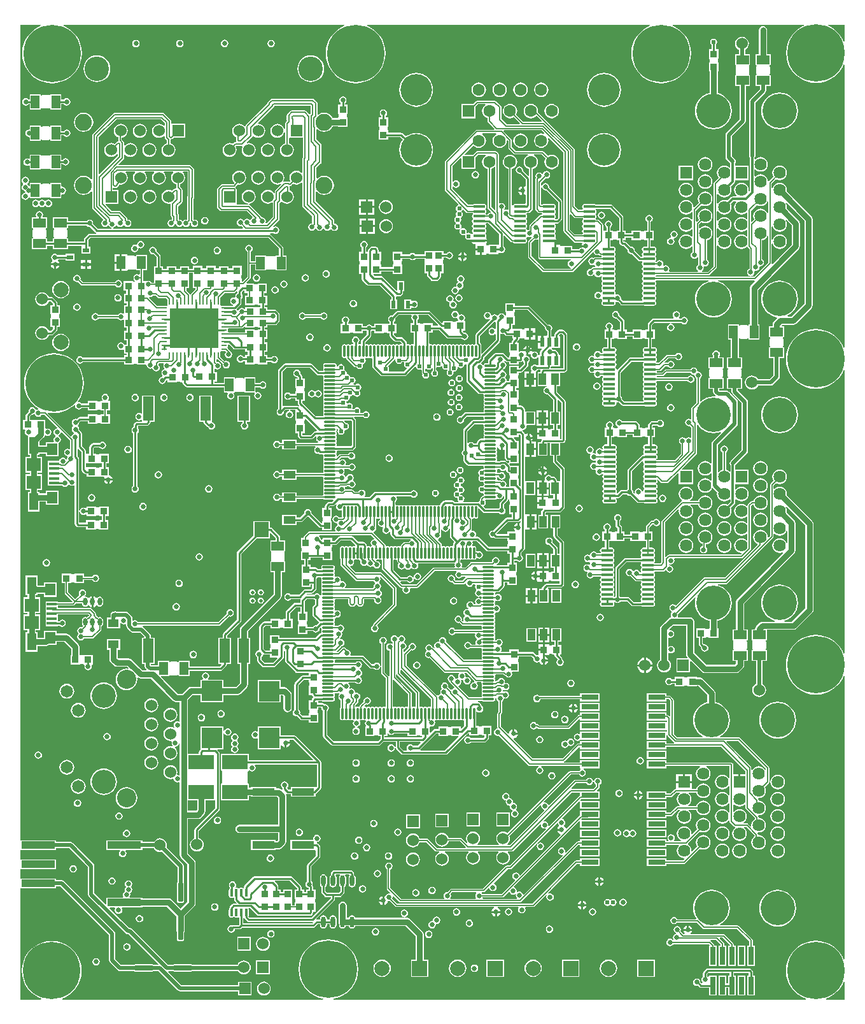
<source format=gtl>
G04*
G04 #@! TF.GenerationSoftware,Altium Limited,Altium Designer,20.1.8 (145)*
G04*
G04 Layer_Physical_Order=1*
G04 Layer_Color=255*
%FSLAX25Y25*%
%MOIN*%
G70*
G04*
G04 #@! TF.SameCoordinates,B2AC8D30-3016-4A67-80AC-21C0F90DA472*
G04*
G04*
G04 #@! TF.FilePolarity,Positive*
G04*
G01*
G75*
%ADD10C,0.01200*%
%ADD14C,0.01000*%
%ADD17C,0.00600*%
%ADD74R,0.03740X0.03740*%
%ADD75R,0.03740X0.03740*%
G04:AMPARAMS|DCode=76|XSize=57.87mil|YSize=11.02mil|CornerRadius=1.38mil|HoleSize=0mil|Usage=FLASHONLY|Rotation=90.000|XOffset=0mil|YOffset=0mil|HoleType=Round|Shape=RoundedRectangle|*
%AMROUNDEDRECTD76*
21,1,0.05787,0.00827,0,0,90.0*
21,1,0.05512,0.01102,0,0,90.0*
1,1,0.00276,0.00413,0.02756*
1,1,0.00276,0.00413,-0.02756*
1,1,0.00276,-0.00413,-0.02756*
1,1,0.00276,-0.00413,0.02756*
%
%ADD76ROUNDEDRECTD76*%
G04:AMPARAMS|DCode=77|XSize=57.87mil|YSize=11.02mil|CornerRadius=1.38mil|HoleSize=0mil|Usage=FLASHONLY|Rotation=180.000|XOffset=0mil|YOffset=0mil|HoleType=Round|Shape=RoundedRectangle|*
%AMROUNDEDRECTD77*
21,1,0.05787,0.00827,0,0,180.0*
21,1,0.05512,0.01102,0,0,180.0*
1,1,0.00276,-0.02756,0.00413*
1,1,0.00276,0.02756,0.00413*
1,1,0.00276,0.02756,-0.00413*
1,1,0.00276,-0.02756,-0.00413*
%
%ADD77ROUNDEDRECTD77*%
G04:AMPARAMS|DCode=78|XSize=102.36mil|YSize=25.59mil|CornerRadius=6.4mil|HoleSize=0mil|Usage=FLASHONLY|Rotation=0.000|XOffset=0mil|YOffset=0mil|HoleType=Round|Shape=RoundedRectangle|*
%AMROUNDEDRECTD78*
21,1,0.10236,0.01280,0,0,0.0*
21,1,0.08957,0.02559,0,0,0.0*
1,1,0.01280,0.04478,-0.00640*
1,1,0.01280,-0.04478,-0.00640*
1,1,0.01280,-0.04478,0.00640*
1,1,0.01280,0.04478,0.00640*
%
%ADD78ROUNDEDRECTD78*%
G04:AMPARAMS|DCode=79|XSize=102.36mil|YSize=25.59mil|CornerRadius=6.4mil|HoleSize=0mil|Usage=FLASHONLY|Rotation=90.000|XOffset=0mil|YOffset=0mil|HoleType=Round|Shape=RoundedRectangle|*
%AMROUNDEDRECTD79*
21,1,0.10236,0.01280,0,0,90.0*
21,1,0.08957,0.02559,0,0,90.0*
1,1,0.01280,0.00640,0.04478*
1,1,0.01280,0.00640,-0.04478*
1,1,0.01280,-0.00640,-0.04478*
1,1,0.01280,-0.00640,0.04478*
%
%ADD79ROUNDEDRECTD79*%
%ADD80R,0.03937X0.05906*%
%ADD81R,0.06299X0.03937*%
%ADD82R,0.04528X0.06693*%
%ADD83R,0.09000X0.03000*%
%ADD84R,0.05787X0.04370*%
%ADD85R,0.06693X0.04528*%
%ADD86O,0.06299X0.01575*%
%ADD87O,0.02362X0.05709*%
%ADD88O,0.00984X0.03150*%
%ADD89O,0.03150X0.00984*%
%ADD90R,0.25197X0.20866*%
%ADD91R,0.05512X0.06299*%
%ADD92R,0.05118X0.09055*%
%ADD93R,0.07480X0.07087*%
%ADD94R,0.05315X0.01575*%
%ADD95O,0.02362X0.03937*%
%ADD96O,0.01575X0.04134*%
%ADD97R,0.05512X0.12598*%
%ADD98R,0.07480X0.07874*%
%ADD99R,0.02362X0.04724*%
%ADD100R,0.17717X0.03937*%
%ADD101R,0.02992X0.09449*%
%ADD102R,0.13500X0.07500*%
%ADD103R,0.10630X0.10630*%
%ADD104R,0.02362X0.03937*%
%ADD105R,0.11811X0.03937*%
%ADD106R,0.03347X0.02362*%
%ADD107C,0.02000*%
%ADD108C,0.03000*%
%ADD109C,0.00800*%
%ADD110C,0.07874*%
%ADD111R,0.07874X0.07874*%
%ADD112C,0.16535*%
%ADD113C,0.06000*%
%ADD114R,0.06000X0.06000*%
%ADD115R,0.06000X0.06000*%
%ADD116C,0.06400*%
%ADD117R,0.06400X0.06400*%
%ADD118C,0.18000*%
%ADD119C,0.06500*%
%ADD120C,0.12600*%
%ADD121C,0.10000*%
%ADD122C,0.12795*%
%ADD123C,0.08858*%
%ADD124C,0.06299*%
%ADD125R,0.06299X0.06299*%
%ADD126C,0.03000*%
%ADD127C,0.30000*%
%ADD128C,0.02600*%
%ADD129C,0.02400*%
%ADD130C,0.01968*%
G36*
X548981Y590291D02*
X548481Y590191D01*
X548037Y591262D01*
X546754Y593355D01*
X545159Y595223D01*
X543292Y596817D01*
X541199Y598100D01*
X540257Y598490D01*
X540355Y598981D01*
X548981D01*
Y590291D01*
D02*
G37*
G36*
X527932Y598490D02*
X526990Y598100D01*
X524897Y596817D01*
X523030Y595223D01*
X521435Y593355D01*
X520152Y591262D01*
X519212Y588993D01*
X518639Y586605D01*
X518446Y584158D01*
X518639Y581710D01*
X519212Y579322D01*
X520152Y577053D01*
X521435Y574960D01*
X523030Y573093D01*
X524897Y571498D01*
X526990Y570215D01*
X529259Y569275D01*
X531647Y568702D01*
X534094Y568509D01*
X536542Y568702D01*
X538930Y569275D01*
X541199Y570215D01*
X543292Y571498D01*
X545159Y573093D01*
X546754Y574960D01*
X548037Y577053D01*
X548481Y578124D01*
X548981Y578024D01*
Y430105D01*
X548481Y430006D01*
X547943Y431304D01*
X546660Y433398D01*
X545065Y435265D01*
X543198Y436860D01*
X541104Y438143D01*
X538836Y439082D01*
X536448Y439656D01*
X534000Y439848D01*
X531552Y439656D01*
X529164Y439082D01*
X526896Y438143D01*
X524802Y436860D01*
X522935Y435265D01*
X521340Y433398D01*
X520057Y431304D01*
X519118Y429036D01*
X518544Y426648D01*
X518352Y424200D01*
X518544Y421752D01*
X519118Y419364D01*
X520057Y417096D01*
X521340Y415002D01*
X522935Y413135D01*
X524802Y411540D01*
X526896Y410257D01*
X529164Y409318D01*
X531552Y408744D01*
X534000Y408552D01*
X536448Y408744D01*
X538836Y409318D01*
X541104Y410257D01*
X543198Y411540D01*
X545065Y413135D01*
X546660Y415002D01*
X547943Y417096D01*
X548481Y418394D01*
X548981Y418295D01*
Y270105D01*
X548481Y270006D01*
X547943Y271304D01*
X546660Y273398D01*
X545065Y275265D01*
X543198Y276860D01*
X541104Y278143D01*
X538836Y279082D01*
X536448Y279656D01*
X534000Y279848D01*
X531552Y279656D01*
X529164Y279082D01*
X526896Y278143D01*
X524802Y276860D01*
X522935Y275265D01*
X521340Y273398D01*
X520057Y271304D01*
X519118Y269036D01*
X518544Y266648D01*
X518352Y264200D01*
X518544Y261752D01*
X519118Y259364D01*
X520057Y257096D01*
X521340Y255002D01*
X522935Y253135D01*
X524802Y251540D01*
X526896Y250257D01*
X529164Y249318D01*
X531552Y248744D01*
X534000Y248552D01*
X536448Y248744D01*
X538836Y249318D01*
X541104Y250257D01*
X543198Y251540D01*
X545065Y253135D01*
X546660Y255002D01*
X547943Y257096D01*
X548481Y258394D01*
X548981Y258295D01*
Y110105D01*
X548481Y110006D01*
X547943Y111304D01*
X546660Y113398D01*
X545065Y115265D01*
X543198Y116860D01*
X541104Y118143D01*
X538836Y119082D01*
X536448Y119656D01*
X534000Y119848D01*
X531552Y119656D01*
X529164Y119082D01*
X526896Y118143D01*
X524802Y116860D01*
X522935Y115265D01*
X521340Y113398D01*
X520057Y111304D01*
X519118Y109036D01*
X518544Y106648D01*
X518352Y104200D01*
X518544Y101752D01*
X519118Y99364D01*
X520057Y97096D01*
X521340Y95002D01*
X522935Y93135D01*
X524802Y91540D01*
X526896Y90257D01*
X528677Y89520D01*
X528578Y89020D01*
X281520D01*
X281461Y89520D01*
X283536Y90018D01*
X285804Y90957D01*
X287898Y92240D01*
X289765Y93835D01*
X291360Y95702D01*
X292643Y97796D01*
X293582Y100064D01*
X294156Y102452D01*
X294348Y104900D01*
X294156Y107348D01*
X293582Y109736D01*
X292643Y112004D01*
X291360Y114098D01*
X289765Y115965D01*
X287898Y117560D01*
X285804Y118843D01*
X283536Y119782D01*
X281148Y120356D01*
X278700Y120548D01*
X276252Y120356D01*
X273864Y119782D01*
X271596Y118843D01*
X269502Y117560D01*
X267635Y115965D01*
X266040Y114098D01*
X264757Y112004D01*
X263818Y109736D01*
X263244Y107348D01*
X263052Y104900D01*
X263244Y102452D01*
X263818Y100064D01*
X264757Y97796D01*
X266040Y95702D01*
X267635Y93835D01*
X269502Y92240D01*
X271596Y90957D01*
X273864Y90018D01*
X275939Y89520D01*
X275880Y89020D01*
X139464D01*
X139364Y89520D01*
X140904Y90157D01*
X142998Y91440D01*
X144865Y93035D01*
X146460Y94902D01*
X147743Y96996D01*
X148682Y99264D01*
X149256Y101652D01*
X149448Y104100D01*
X149256Y106548D01*
X148682Y108936D01*
X147743Y111204D01*
X146460Y113298D01*
X144865Y115165D01*
X142998Y116760D01*
X140904Y118043D01*
X138636Y118982D01*
X136248Y119556D01*
X133800Y119748D01*
X131352Y119556D01*
X128964Y118982D01*
X126696Y118043D01*
X124602Y116760D01*
X122735Y115165D01*
X121140Y113298D01*
X119857Y111204D01*
X118918Y108936D01*
X118344Y106548D01*
X118152Y104100D01*
X118344Y101652D01*
X118918Y99264D01*
X119857Y96996D01*
X121140Y94902D01*
X122735Y93035D01*
X124602Y91440D01*
X126696Y90157D01*
X128236Y89520D01*
X128136Y89020D01*
X117519D01*
Y147231D01*
X136021D01*
Y148169D01*
X138524D01*
X163869Y122824D01*
Y109500D01*
X163993Y108876D01*
X164347Y108346D01*
X168246Y104446D01*
X168776Y104093D01*
X169400Y103969D01*
X176774D01*
X177038Y103792D01*
X177522Y103696D01*
X186478D01*
X186962Y103792D01*
X187226Y103969D01*
X189724D01*
X199846Y93846D01*
X200376Y93493D01*
X201000Y93369D01*
X231300D01*
Y91200D01*
X238500D01*
Y98400D01*
X231300D01*
Y96631D01*
X201676D01*
X194800Y103507D01*
X194992Y103969D01*
X197174D01*
X197438Y103792D01*
X197922Y103696D01*
X206878D01*
X207362Y103792D01*
X207626Y103969D01*
X231344D01*
X231833Y103332D01*
X232585Y102755D01*
X233460Y102393D01*
X234400Y102269D01*
X235340Y102393D01*
X236215Y102755D01*
X236967Y103332D01*
X237545Y104085D01*
X237907Y104960D01*
X238031Y105900D01*
X237907Y106840D01*
X237545Y107715D01*
X236967Y108468D01*
X236215Y109045D01*
X235340Y109407D01*
X234400Y109531D01*
X233460Y109407D01*
X232585Y109045D01*
X231833Y108468D01*
X231255Y107715D01*
X231055Y107231D01*
X207626D01*
X207362Y107408D01*
X206878Y107504D01*
X197922D01*
X197438Y107408D01*
X197174Y107231D01*
X194753D01*
X176006Y125978D01*
X175477Y126331D01*
X174853Y126455D01*
X174400D01*
X164086Y136770D01*
X164277Y137232D01*
X166890D01*
X167157Y136732D01*
X167010Y136511D01*
X166863Y135770D01*
X167010Y135029D01*
X167430Y134400D01*
X168059Y133980D01*
X168800Y133833D01*
X169541Y133980D01*
X170170Y134400D01*
X170590Y135029D01*
X170737Y135770D01*
X170590Y136511D01*
X170443Y136732D01*
X170710Y137232D01*
X181296D01*
Y137659D01*
X194213D01*
X199159Y132713D01*
Y125200D01*
X199322Y124381D01*
X199396Y124269D01*
Y120722D01*
X199492Y120238D01*
X199766Y119828D01*
X200177Y119554D01*
X200660Y119458D01*
X201940D01*
X202424Y119554D01*
X202834Y119828D01*
X203108Y120238D01*
X203204Y120722D01*
Y124269D01*
X203278Y124381D01*
X203441Y125200D01*
Y132713D01*
X208514Y137786D01*
X208978Y138481D01*
X209141Y139300D01*
Y160729D01*
X208978Y161548D01*
X208514Y162243D01*
X205141Y165616D01*
Y183559D01*
X210443D01*
X211262Y183722D01*
X211957Y184186D01*
X213714Y185943D01*
X214178Y186638D01*
X214341Y187457D01*
Y193302D01*
X219479D01*
Y189265D01*
X208807Y178593D01*
X208564Y178229D01*
X208478Y177800D01*
X208478Y177800D01*
Y173449D01*
X207984Y173245D01*
X207232Y172668D01*
X206655Y171915D01*
X206293Y171040D01*
X206169Y170100D01*
X206293Y169160D01*
X206655Y168284D01*
X207232Y167532D01*
X207984Y166955D01*
X208860Y166593D01*
X209800Y166469D01*
X210740Y166593D01*
X211615Y166955D01*
X212368Y167532D01*
X212945Y168284D01*
X213307Y169160D01*
X213431Y170100D01*
X213307Y171040D01*
X212945Y171915D01*
X212368Y172668D01*
X211615Y173245D01*
X210740Y173607D01*
X210721Y173610D01*
Y177335D01*
X221393Y188007D01*
X221636Y188371D01*
X221722Y188800D01*
X221722Y188800D01*
Y217800D01*
X221722Y217800D01*
X221636Y218229D01*
X221393Y218593D01*
X221393Y218593D01*
X220410Y219576D01*
X220618Y220076D01*
X223694D01*
Y228352D01*
X224194Y228402D01*
X224210Y228319D01*
X224630Y227690D01*
X225259Y227270D01*
X226000Y227123D01*
X226741Y227270D01*
X227370Y227690D01*
X227790Y228319D01*
X227937Y229060D01*
X227790Y229801D01*
X227370Y230430D01*
X226741Y230850D01*
X226000Y230997D01*
X225259Y230850D01*
X224630Y230430D01*
X224210Y229801D01*
X224194Y229718D01*
X223694Y229767D01*
Y231906D01*
X211864D01*
Y220076D01*
X211589Y219689D01*
X211207Y219307D01*
X210964Y218943D01*
X210878Y218514D01*
X210878Y218514D01*
Y217498D01*
X205141D01*
Y246013D01*
X207477Y248349D01*
X211864D01*
Y244576D01*
X223694D01*
Y248349D01*
X231119D01*
X231938Y248512D01*
X232633Y248976D01*
X235983Y252327D01*
X236447Y253021D01*
X236610Y253841D01*
Y264554D01*
X237825D01*
Y278353D01*
X236610D01*
Y281782D01*
X253714Y298886D01*
X254178Y299581D01*
X254341Y300400D01*
Y312623D01*
X256147D01*
Y318350D01*
X255674D01*
X255574Y318850D01*
X255612Y318866D01*
X255802Y319325D01*
Y322475D01*
X255612Y322934D01*
X255574Y322950D01*
X255674Y323450D01*
X256147D01*
Y329177D01*
X253322D01*
Y331082D01*
X253322Y331082D01*
X253236Y331511D01*
X252993Y331875D01*
X249275Y335593D01*
X248911Y335836D01*
X248482Y335922D01*
X248140Y336249D01*
Y339337D01*
X239460D01*
Y331849D01*
X231107Y323496D01*
X230864Y323132D01*
X230778Y322703D01*
X230779Y322703D01*
Y287865D01*
X223676Y280762D01*
X223433Y280399D01*
X223348Y279969D01*
X223348Y279969D01*
Y278353D01*
X221113D01*
Y264554D01*
X222461D01*
X222653Y264092D01*
X221882Y263321D01*
X206077D01*
Y266146D01*
X200350D01*
Y265674D01*
X199850Y265574D01*
X199834Y265612D01*
X199375Y265802D01*
X196225D01*
X195766Y265612D01*
X195750Y265574D01*
X195250Y265674D01*
Y266146D01*
X189523D01*
Y263831D01*
X186011D01*
X185795Y264047D01*
Y264554D01*
X187825D01*
Y278353D01*
X185795D01*
Y279249D01*
X185670Y279873D01*
X185317Y280402D01*
X181866Y283854D01*
X181374Y284182D01*
X181369Y284219D01*
X181675Y284682D01*
X221495D01*
X221846Y284752D01*
X222143Y284951D01*
X226698Y289506D01*
X227232Y289400D01*
X227973Y289547D01*
X228601Y289967D01*
X229021Y290596D01*
X229169Y291337D01*
X229021Y292078D01*
X228601Y292707D01*
X227973Y293127D01*
X227232Y293274D01*
X226490Y293127D01*
X225862Y292707D01*
X225442Y292078D01*
X225294Y291337D01*
X225400Y290804D01*
X221114Y286518D01*
X179072D01*
X178770Y286970D01*
X178141Y287390D01*
X177400Y287537D01*
X176659Y287390D01*
X176518Y287296D01*
X176077Y287532D01*
Y288547D01*
X175953Y289171D01*
X175599Y289701D01*
X173844Y291456D01*
X173315Y291809D01*
X172691Y291933D01*
X167878D01*
X167641Y292092D01*
X166900Y292239D01*
X166159Y292092D01*
X165804Y291855D01*
X165576Y291809D01*
X165047Y291456D01*
X164693Y290926D01*
X164569Y290302D01*
Y288828D01*
X162706D01*
Y283258D01*
X169694D01*
Y285798D01*
X170088Y285944D01*
X170194Y285964D01*
X170805Y285556D01*
X171546Y285409D01*
X172287Y285556D01*
X172373Y285614D01*
X172815Y285378D01*
Y284453D01*
X172939Y283829D01*
X173292Y283299D01*
X175045Y281546D01*
X175575Y281193D01*
X176199Y281069D01*
X180036D01*
X182252Y278853D01*
X182045Y278353D01*
X181113D01*
Y264554D01*
X182532D01*
Y263372D01*
X182656Y262747D01*
X183010Y262218D01*
X183525Y261703D01*
X183333Y261241D01*
X181328D01*
X175730Y266839D01*
X175035Y267303D01*
X174216Y267466D01*
X168844D01*
X168341Y267969D01*
Y272072D01*
X169694D01*
Y277642D01*
X162706D01*
Y272072D01*
X164059D01*
Y267083D01*
X164222Y266263D01*
X164686Y265569D01*
X166443Y263811D01*
X167138Y263347D01*
X167957Y263184D01*
X173329D01*
X173991Y262522D01*
X173757Y262049D01*
X173000Y262148D01*
X171538Y261956D01*
X170176Y261392D01*
X169006Y260494D01*
X168108Y259324D01*
X167544Y257962D01*
X167352Y256500D01*
X167544Y255038D01*
X168108Y253676D01*
X169006Y252506D01*
X170176Y251608D01*
X171538Y251044D01*
X173000Y250852D01*
X174462Y251044D01*
X175824Y251608D01*
X176994Y252506D01*
X177892Y253676D01*
X178456Y255038D01*
X178648Y256500D01*
X178549Y257257D01*
X178724Y257409D01*
X179018Y257525D01*
X179622Y257122D01*
X180441Y256959D01*
X185676D01*
X197249Y245386D01*
X197944Y244922D01*
X198763Y244759D01*
X200859D01*
Y234665D01*
X200418Y234429D01*
X200341Y234480D01*
X199600Y234628D01*
X198859Y234480D01*
X198230Y234060D01*
X197810Y233432D01*
X197663Y232691D01*
X197810Y231949D01*
X198075Y231553D01*
X197980Y231404D01*
X197720Y231184D01*
X196940Y231507D01*
X196000Y231631D01*
X195060Y231507D01*
X194185Y231145D01*
X193432Y230568D01*
X192855Y229816D01*
X192493Y228940D01*
X192369Y228000D01*
X192493Y227060D01*
X192855Y226185D01*
X193432Y225432D01*
X194185Y224855D01*
X195060Y224493D01*
X196000Y224369D01*
X196368Y224417D01*
X196532Y224231D01*
X196695Y223956D01*
X196563Y223289D01*
X196710Y222547D01*
X197097Y221969D01*
X197035Y221788D01*
X196841Y221520D01*
X196000Y221631D01*
X195060Y221507D01*
X194185Y221145D01*
X193432Y220567D01*
X192855Y219815D01*
X192493Y218940D01*
X192369Y218000D01*
X192493Y217060D01*
X192855Y216184D01*
X193432Y215433D01*
X194185Y214855D01*
X195060Y214493D01*
X196000Y214369D01*
X196940Y214493D01*
X197816Y214855D01*
X198568Y215433D01*
X199145Y216184D01*
X199507Y217060D01*
X199631Y218000D01*
X199507Y218940D01*
X199145Y219815D01*
X198568Y220567D01*
X198109Y220919D01*
X198321Y221387D01*
X198500Y221352D01*
X199241Y221499D01*
X199870Y221919D01*
X200290Y222547D01*
X200359Y222895D01*
X200859Y222846D01*
Y206574D01*
X200418Y206339D01*
X200341Y206390D01*
X199814Y206495D01*
X199476Y206983D01*
X199507Y207060D01*
X199631Y208000D01*
X199507Y208940D01*
X199145Y209816D01*
X198568Y210567D01*
X197816Y211145D01*
X196940Y211507D01*
X196000Y211631D01*
X195060Y211507D01*
X194185Y211145D01*
X193432Y210567D01*
X192855Y209816D01*
X192493Y208940D01*
X192369Y208000D01*
X192493Y207060D01*
X192855Y206185D01*
X193432Y205433D01*
X194185Y204855D01*
X195060Y204493D01*
X196000Y204369D01*
X196940Y204493D01*
X197191Y204597D01*
X197727Y204277D01*
X197810Y203859D01*
X198230Y203230D01*
X198859Y202810D01*
X199600Y202663D01*
X200341Y202810D01*
X200418Y202861D01*
X200859Y202626D01*
Y199200D01*
Y185700D01*
Y164729D01*
X201022Y163909D01*
X201486Y163215D01*
X204859Y159842D01*
Y140187D01*
X201300Y136628D01*
X196614Y141314D01*
X195919Y141778D01*
X195100Y141941D01*
X181296D01*
Y142368D01*
X174796D01*
X174529Y142868D01*
X174790Y143259D01*
X174937Y144000D01*
X174790Y144741D01*
X174789Y144742D01*
X175370Y145130D01*
X175790Y145759D01*
X175937Y146500D01*
X175790Y147241D01*
X175370Y147870D01*
Y148110D01*
X175790Y148739D01*
X175937Y149480D01*
X175790Y150222D01*
X175370Y150850D01*
X174741Y151270D01*
X174000Y151418D01*
X173259Y151270D01*
X172630Y150850D01*
X172210Y150222D01*
X172063Y149480D01*
X172210Y148739D01*
X172630Y148110D01*
Y147870D01*
X172210Y147241D01*
X172063Y146500D01*
X172210Y145759D01*
X172211Y145758D01*
X171630Y145370D01*
X171210Y144741D01*
X171063Y144000D01*
X171210Y143259D01*
X171471Y142868D01*
X171204Y142368D01*
X162380D01*
Y139129D01*
X161918Y138938D01*
X156131Y144724D01*
Y159000D01*
X156007Y159624D01*
X155654Y160153D01*
X144853Y170954D01*
X144324Y171307D01*
X143700Y171431D01*
X136021D01*
Y172369D01*
X117519D01*
Y598981D01*
X128095D01*
X128194Y598481D01*
X126896Y597943D01*
X124802Y596660D01*
X122935Y595065D01*
X121340Y593198D01*
X120057Y591104D01*
X119118Y588836D01*
X118544Y586448D01*
X118352Y584000D01*
X118544Y581552D01*
X119118Y579164D01*
X120057Y576896D01*
X121340Y574802D01*
X122935Y572935D01*
X124802Y571340D01*
X126896Y570057D01*
X129164Y569118D01*
X131552Y568544D01*
X134000Y568352D01*
X136448Y568544D01*
X138836Y569118D01*
X141104Y570057D01*
X143198Y571340D01*
X145065Y572935D01*
X146660Y574802D01*
X147943Y576896D01*
X148882Y579164D01*
X149456Y581552D01*
X149648Y584000D01*
X149456Y586448D01*
X148882Y588836D01*
X147943Y591104D01*
X146660Y593198D01*
X145065Y595065D01*
X143198Y596660D01*
X141104Y597943D01*
X139806Y598481D01*
X139905Y598981D01*
X287095D01*
X287194Y598481D01*
X285896Y597943D01*
X283802Y596660D01*
X281935Y595065D01*
X280340Y593198D01*
X279057Y591104D01*
X278118Y588836D01*
X277544Y586448D01*
X277352Y584000D01*
X277544Y581552D01*
X278118Y579164D01*
X279057Y576896D01*
X280340Y574802D01*
X281935Y572935D01*
X283802Y571340D01*
X285896Y570057D01*
X288164Y569118D01*
X290552Y568544D01*
X293000Y568352D01*
X295448Y568544D01*
X297836Y569118D01*
X300104Y570057D01*
X302198Y571340D01*
X304065Y572935D01*
X305660Y574802D01*
X306943Y576896D01*
X307882Y579164D01*
X308456Y581552D01*
X308648Y584000D01*
X308456Y586448D01*
X307882Y588836D01*
X306943Y591104D01*
X305660Y593198D01*
X304065Y595065D01*
X302198Y596660D01*
X300104Y597943D01*
X298806Y598481D01*
X298905Y598981D01*
X447095D01*
X447194Y598481D01*
X445896Y597943D01*
X443802Y596660D01*
X441935Y595065D01*
X440340Y593198D01*
X439057Y591104D01*
X438118Y588836D01*
X437544Y586448D01*
X437352Y584000D01*
X437544Y581552D01*
X438118Y579164D01*
X439057Y576896D01*
X440340Y574802D01*
X441935Y572935D01*
X443802Y571340D01*
X445896Y570057D01*
X448164Y569118D01*
X450552Y568544D01*
X453000Y568352D01*
X455448Y568544D01*
X457836Y569118D01*
X460104Y570057D01*
X462198Y571340D01*
X464065Y572935D01*
X465660Y574802D01*
X466943Y576896D01*
X467882Y579164D01*
X468456Y581552D01*
X468648Y584000D01*
X468456Y586448D01*
X467882Y588836D01*
X466943Y591104D01*
X465660Y593198D01*
X464065Y595065D01*
X462198Y596660D01*
X460104Y597943D01*
X458806Y598481D01*
X458905Y598981D01*
X527834D01*
X527932Y598490D01*
D02*
G37*
G36*
X251079Y330617D02*
Y329177D01*
X248253D01*
Y323450D01*
X248726D01*
X248826Y322950D01*
X248788Y322934D01*
X248598Y322475D01*
Y319325D01*
X248788Y318866D01*
X248826Y318850D01*
X248726Y318350D01*
X248253D01*
Y312623D01*
X250059D01*
Y301287D01*
X232955Y284183D01*
X232491Y283489D01*
X232328Y282669D01*
Y278353D01*
X231113D01*
Y264554D01*
X232328D01*
Y254728D01*
X230232Y252632D01*
X223694D01*
Y256405D01*
X215989D01*
X215860Y256612D01*
X215774Y256906D01*
X216144Y257459D01*
X216292Y258200D01*
X216144Y258941D01*
X215724Y259570D01*
X215096Y259990D01*
X214354Y260137D01*
X213613Y259990D01*
X212984Y259570D01*
X212565Y258941D01*
X212417Y258200D01*
X212565Y257459D01*
X212934Y256906D01*
X212849Y256612D01*
X212720Y256405D01*
X211864D01*
Y252632D01*
X206591D01*
X205771Y252469D01*
X205077Y252005D01*
X202113Y249041D01*
X199650D01*
X190899Y257792D01*
X191091Y258254D01*
X195250D01*
Y258726D01*
X195750Y258826D01*
X195766Y258788D01*
X196225Y258598D01*
X199375D01*
X199834Y258788D01*
X199850Y258826D01*
X200350Y258726D01*
Y258254D01*
X206077D01*
Y261079D01*
X222346D01*
X222346Y261078D01*
X222776Y261164D01*
X223139Y261407D01*
X225179Y263447D01*
X225179Y263447D01*
X225423Y263811D01*
X225508Y264240D01*
X225854Y264554D01*
X227825D01*
Y278353D01*
X225591D01*
Y279505D01*
X232693Y286607D01*
X232936Y286971D01*
X233022Y287400D01*
X233021Y287400D01*
Y322239D01*
X241046Y330263D01*
X248140D01*
Y332902D01*
X248602Y333094D01*
X251079Y330617D01*
D02*
G37*
G36*
X210059Y188344D02*
X209556Y187841D01*
X205141D01*
Y193302D01*
X210059D01*
Y188344D01*
D02*
G37*
G36*
X152869Y158324D02*
Y144048D01*
X152993Y143424D01*
X153347Y142895D01*
X172571Y123671D01*
X173100Y123317D01*
X173724Y123193D01*
X173724Y123193D01*
X174177D01*
X189677Y107693D01*
X189485Y107231D01*
X187226D01*
X186962Y107408D01*
X186478Y107504D01*
X177522D01*
X177038Y107408D01*
X176774Y107231D01*
X170076D01*
X167131Y110176D01*
Y123500D01*
X167007Y124124D01*
X166654Y124653D01*
X140354Y150953D01*
X139824Y151307D01*
X139200Y151431D01*
X136021D01*
Y152368D01*
X117519D01*
Y157231D01*
X136021D01*
Y162369D01*
X117519D01*
Y167232D01*
X136021D01*
Y168169D01*
X143024D01*
X152869Y158324D01*
D02*
G37*
G36*
X548981Y98295D02*
Y89020D01*
X539423D01*
X539323Y89520D01*
X541104Y90257D01*
X543198Y91540D01*
X545065Y93135D01*
X546660Y95002D01*
X547943Y97096D01*
X548481Y98394D01*
X548981Y98295D01*
D02*
G37*
%LPC*%
G36*
X224300Y591137D02*
X223559Y590990D01*
X222930Y590570D01*
X222510Y589941D01*
X222363Y589200D01*
X222510Y588459D01*
X222930Y587830D01*
X223559Y587410D01*
X224300Y587263D01*
X225041Y587410D01*
X225670Y587830D01*
X226090Y588459D01*
X226237Y589200D01*
X226090Y589941D01*
X225670Y590570D01*
X225041Y590990D01*
X224300Y591137D01*
D02*
G37*
G36*
X248700Y591037D02*
X247959Y590890D01*
X247330Y590470D01*
X246910Y589841D01*
X246763Y589100D01*
X246910Y588359D01*
X247330Y587730D01*
X247959Y587310D01*
X248700Y587163D01*
X249441Y587310D01*
X250070Y587730D01*
X250490Y588359D01*
X250637Y589100D01*
X250490Y589841D01*
X250070Y590470D01*
X249441Y590890D01*
X248700Y591037D01*
D02*
G37*
G36*
X200900D02*
X200159Y590890D01*
X199530Y590470D01*
X199110Y589841D01*
X198963Y589100D01*
X199110Y588359D01*
X199530Y587730D01*
X200159Y587310D01*
X200900Y587163D01*
X201641Y587310D01*
X202270Y587730D01*
X202690Y588359D01*
X202837Y589100D01*
X202690Y589841D01*
X202270Y590470D01*
X201641Y590890D01*
X200900Y591037D01*
D02*
G37*
G36*
X177900D02*
X177159Y590890D01*
X176530Y590470D01*
X176110Y589841D01*
X175963Y589100D01*
X176110Y588359D01*
X176530Y587730D01*
X177159Y587310D01*
X177900Y587163D01*
X178641Y587310D01*
X179270Y587730D01*
X179690Y588359D01*
X179837Y589100D01*
X179690Y589841D01*
X179270Y590470D01*
X178641Y590890D01*
X177900Y591037D01*
D02*
G37*
G36*
X269500Y583034D02*
X268128Y582899D01*
X266808Y582498D01*
X265592Y581848D01*
X264526Y580974D01*
X263651Y579908D01*
X263001Y578692D01*
X262601Y577372D01*
X262466Y576000D01*
X262601Y574628D01*
X263001Y573308D01*
X263651Y572092D01*
X264526Y571026D01*
X265592Y570152D01*
X266808Y569502D01*
X268128Y569101D01*
X269500Y568966D01*
X270872Y569101D01*
X272192Y569502D01*
X273408Y570152D01*
X274474Y571026D01*
X275348Y572092D01*
X275998Y573308D01*
X276399Y574628D01*
X276534Y576000D01*
X276399Y577372D01*
X275998Y578692D01*
X275348Y579908D01*
X274474Y580974D01*
X273408Y581848D01*
X272192Y582498D01*
X270872Y582899D01*
X269500Y583034D01*
D02*
G37*
G36*
X157500D02*
X156128Y582899D01*
X154808Y582498D01*
X153592Y581848D01*
X152526Y580974D01*
X151652Y579908D01*
X151002Y578692D01*
X150601Y577372D01*
X150466Y576000D01*
X150601Y574628D01*
X151002Y573308D01*
X151652Y572092D01*
X152526Y571026D01*
X153592Y570152D01*
X154808Y569502D01*
X156128Y569101D01*
X157500Y568966D01*
X158872Y569101D01*
X160192Y569502D01*
X161408Y570152D01*
X162474Y571026D01*
X163348Y572092D01*
X163998Y573308D01*
X164399Y574628D01*
X164534Y576000D01*
X164399Y577372D01*
X163998Y578692D01*
X163348Y579908D01*
X162474Y580974D01*
X161408Y581848D01*
X160192Y582498D01*
X158872Y582899D01*
X157500Y583034D01*
D02*
G37*
G36*
X138877Y562646D02*
X133150D01*
Y562174D01*
X132650Y562074D01*
X132634Y562112D01*
X132175Y562302D01*
X129025D01*
X128566Y562112D01*
X128550Y562074D01*
X128050Y562174D01*
Y562646D01*
X122323D01*
Y559822D01*
X121836D01*
X121670Y560070D01*
X121041Y560490D01*
X120300Y560637D01*
X119559Y560490D01*
X118930Y560070D01*
X118510Y559441D01*
X118363Y558700D01*
X118510Y557959D01*
X118930Y557330D01*
X119559Y556910D01*
X120300Y556763D01*
X121041Y556910D01*
X121670Y557330D01*
X121836Y557578D01*
X122323D01*
Y554753D01*
X128050D01*
Y555226D01*
X128550Y555326D01*
X128566Y555288D01*
X129025Y555098D01*
X132175D01*
X132634Y555288D01*
X132650Y555326D01*
X133150Y555226D01*
Y554753D01*
X138877D01*
Y557578D01*
X140089D01*
X140255Y557330D01*
X140884Y556910D01*
X141625Y556763D01*
X142367Y556910D01*
X142995Y557330D01*
X143415Y557959D01*
X143562Y558700D01*
X143415Y559441D01*
X142995Y560070D01*
X142367Y560490D01*
X141625Y560637D01*
X140884Y560490D01*
X140255Y560070D01*
X140089Y559822D01*
X138877D01*
Y562646D01*
D02*
G37*
G36*
X390216Y568782D02*
X389238Y568653D01*
X388326Y568275D01*
X387542Y567674D01*
X386941Y566891D01*
X386563Y565979D01*
X386435Y565000D01*
X386563Y564021D01*
X386941Y563109D01*
X387542Y562326D01*
X388326Y561725D01*
X389238Y561347D01*
X390216Y561218D01*
X391195Y561347D01*
X392108Y561725D01*
X392891Y562326D01*
X393492Y563109D01*
X393870Y564021D01*
X393999Y565000D01*
X393870Y565979D01*
X393492Y566891D01*
X392891Y567674D01*
X392108Y568275D01*
X391195Y568653D01*
X390216Y568782D01*
D02*
G37*
G36*
X379311D02*
X378332Y568653D01*
X377420Y568275D01*
X376637Y567674D01*
X376036Y566891D01*
X375658Y565979D01*
X375529Y565000D01*
X375658Y564021D01*
X376036Y563109D01*
X376637Y562326D01*
X377420Y561725D01*
X378332Y561347D01*
X379311Y561218D01*
X380290Y561347D01*
X381202Y561725D01*
X381985Y562326D01*
X382586Y563109D01*
X382964Y564021D01*
X383093Y565000D01*
X382964Y565979D01*
X382586Y566891D01*
X381985Y567674D01*
X381202Y568275D01*
X380290Y568653D01*
X379311Y568782D01*
D02*
G37*
G36*
X368406D02*
X367427Y568653D01*
X366514Y568275D01*
X365731Y567674D01*
X365130Y566891D01*
X364752Y565979D01*
X364623Y565000D01*
X364752Y564021D01*
X365130Y563109D01*
X365731Y562326D01*
X366514Y561725D01*
X367427Y561347D01*
X368406Y561218D01*
X369384Y561347D01*
X370297Y561725D01*
X371080Y562326D01*
X371681Y563109D01*
X372059Y564021D01*
X372187Y565000D01*
X372059Y565979D01*
X371681Y566891D01*
X371080Y567674D01*
X370297Y568275D01*
X369384Y568653D01*
X368406Y568782D01*
D02*
G37*
G36*
X357500D02*
X356521Y568653D01*
X355609Y568275D01*
X354826Y567674D01*
X354225Y566891D01*
X353847Y565979D01*
X353718Y565000D01*
X353847Y564021D01*
X354225Y563109D01*
X354826Y562326D01*
X355609Y561725D01*
X356521Y561347D01*
X357500Y561218D01*
X358479Y561347D01*
X359391Y561725D01*
X360174Y562326D01*
X360775Y563109D01*
X361153Y564021D01*
X361282Y565000D01*
X361153Y565979D01*
X360775Y566891D01*
X360174Y567674D01*
X359391Y568275D01*
X358479Y568653D01*
X357500Y568782D01*
D02*
G37*
G36*
X423071Y573911D02*
X421333Y573739D01*
X419661Y573232D01*
X418120Y572409D01*
X416770Y571301D01*
X415662Y569950D01*
X414839Y568410D01*
X414331Y566738D01*
X414160Y565000D01*
X414331Y563262D01*
X414839Y561590D01*
X415662Y560049D01*
X416770Y558699D01*
X418120Y557591D01*
X419661Y556768D01*
X421333Y556261D01*
X423071Y556089D01*
X424809Y556261D01*
X426481Y556768D01*
X428021Y557591D01*
X429372Y558699D01*
X430480Y560049D01*
X431303Y561590D01*
X431810Y563262D01*
X431982Y565000D01*
X431810Y566738D01*
X431303Y568410D01*
X430480Y569950D01*
X429372Y571301D01*
X428021Y572409D01*
X426481Y573232D01*
X424809Y573739D01*
X423071Y573911D01*
D02*
G37*
G36*
X324646D02*
X322907Y573739D01*
X321236Y573232D01*
X319695Y572409D01*
X318345Y571301D01*
X317237Y569950D01*
X316413Y568410D01*
X315906Y566738D01*
X315735Y565000D01*
X315906Y563262D01*
X316413Y561590D01*
X317237Y560049D01*
X318345Y558699D01*
X319695Y557591D01*
X321236Y556768D01*
X322907Y556261D01*
X324646Y556089D01*
X326384Y556261D01*
X328056Y556768D01*
X329596Y557591D01*
X330946Y558699D01*
X332055Y560049D01*
X332878Y561590D01*
X333385Y563262D01*
X333556Y565000D01*
X333385Y566738D01*
X332878Y568410D01*
X332055Y569950D01*
X330946Y571301D01*
X329596Y572409D01*
X328056Y573232D01*
X326384Y573739D01*
X324646Y573911D01*
D02*
G37*
G36*
X286273Y561437D02*
X285532Y561290D01*
X284903Y560870D01*
X284484Y560241D01*
X284336Y559500D01*
X284484Y558759D01*
X284903Y558130D01*
X285152Y557964D01*
Y557217D01*
X283830D01*
Y552276D01*
X284016D01*
X284076Y552187D01*
Y550613D01*
X284016Y550524D01*
X283830D01*
Y550188D01*
X283815Y550168D01*
X281046D01*
X280893Y550536D01*
X280087Y551587D01*
X279036Y552393D01*
X277813Y552900D01*
X276500Y553073D01*
X275187Y552900D01*
X273964Y552393D01*
X273542Y552069D01*
X273094Y552290D01*
Y557777D01*
X273016Y558167D01*
X272795Y558498D01*
X271272Y560021D01*
X270941Y560242D01*
X270551Y560320D01*
X249223D01*
X248833Y560242D01*
X248502Y560021D01*
X246979Y558498D01*
X246758Y558167D01*
X246692Y557837D01*
X235479Y546623D01*
X235258Y546293D01*
X235210Y546052D01*
X234814Y545911D01*
X234685Y545914D01*
X234567Y546068D01*
X233816Y546645D01*
X232940Y547007D01*
X232000Y547131D01*
X231060Y547007D01*
X230185Y546645D01*
X229433Y546068D01*
X228855Y545316D01*
X228493Y544440D01*
X228369Y543500D01*
X228493Y542560D01*
X228855Y541684D01*
X229433Y540932D01*
X230185Y540355D01*
X230373Y540277D01*
Y538740D01*
X230451Y538350D01*
X230530Y538232D01*
X230270Y537732D01*
X230212D01*
X229822Y537654D01*
X229491Y537433D01*
X228736Y536678D01*
X227940Y537007D01*
X227000Y537131D01*
X226060Y537007D01*
X225184Y536645D01*
X224432Y536068D01*
X223855Y535316D01*
X223493Y534440D01*
X223369Y533500D01*
X223493Y532560D01*
X223855Y531684D01*
X224432Y530932D01*
X225184Y530355D01*
X226060Y529993D01*
X227000Y529869D01*
X227940Y529993D01*
X228816Y530355D01*
X229568Y530932D01*
X230145Y531684D01*
X230507Y532560D01*
X230631Y533500D01*
X230507Y534440D01*
X230178Y535236D01*
X230573Y535631D01*
X230726Y535529D01*
X231116Y535452D01*
X233371D01*
X233570Y535258D01*
X233723Y534995D01*
X233493Y534440D01*
X233369Y533500D01*
X233493Y532560D01*
X233855Y531684D01*
X234433Y530932D01*
X235185Y530355D01*
X236060Y529993D01*
X237000Y529869D01*
X237940Y529993D01*
X238815Y530355D01*
X239567Y530932D01*
X240145Y531684D01*
X240507Y532560D01*
X240631Y533500D01*
X240507Y534440D01*
X240145Y535316D01*
X239567Y536068D01*
X238815Y536645D01*
X237940Y537007D01*
X237000Y537131D01*
X236154Y537020D01*
X235976Y537245D01*
X235896Y537469D01*
X238721Y540294D01*
X238942Y540625D01*
X238962Y540724D01*
X239210Y540834D01*
X239502Y540879D01*
X240184Y540355D01*
X241060Y539993D01*
X242000Y539869D01*
X242940Y539993D01*
X243815Y540355D01*
X244567Y540932D01*
X245145Y541684D01*
X245507Y542560D01*
X245631Y543500D01*
X245507Y544440D01*
X245145Y545316D01*
X244567Y546068D01*
X243815Y546645D01*
X242940Y547007D01*
X242109Y547117D01*
X241856Y547571D01*
X250221Y555936D01*
X250442Y556267D01*
X250484Y556480D01*
X269254D01*
Y552442D01*
X268950Y552138D01*
X268677Y552111D01*
X266967Y553821D01*
X266636Y554042D01*
X266246Y554120D01*
X259423D01*
X259033Y554042D01*
X258702Y553821D01*
X257179Y552298D01*
X256958Y551967D01*
X256880Y551577D01*
Y549254D01*
X256958Y548864D01*
X257024Y548766D01*
X256279Y548021D01*
X256058Y547690D01*
X255980Y547300D01*
Y544544D01*
X255507Y544440D01*
X255145Y545316D01*
X254568Y546068D01*
X253816Y546645D01*
X252940Y547007D01*
X252000Y547131D01*
X251060Y547007D01*
X250184Y546645D01*
X249432Y546068D01*
X248855Y545316D01*
X248493Y544440D01*
X248369Y543500D01*
X248493Y542560D01*
X248855Y541684D01*
X249432Y540932D01*
X250184Y540355D01*
X251060Y539993D01*
X252000Y539869D01*
X252940Y539993D01*
X253816Y540355D01*
X254568Y540932D01*
X255145Y541684D01*
X255507Y542560D01*
X255980Y542456D01*
Y536974D01*
X255185Y536645D01*
X254433Y536068D01*
X253855Y535316D01*
X253493Y534440D01*
X253369Y533500D01*
X253493Y532560D01*
X253855Y531684D01*
X254433Y530932D01*
X255185Y530355D01*
X256060Y529993D01*
X257000Y529869D01*
X257940Y529993D01*
X258816Y530355D01*
X259567Y530932D01*
X260145Y531684D01*
X260507Y532560D01*
X260631Y533500D01*
X260507Y534440D01*
X260145Y535316D01*
X259567Y536068D01*
X258816Y536645D01*
X258020Y536974D01*
Y539611D01*
X258400Y539900D01*
X265451D01*
Y529596D01*
X265350Y529495D01*
X265129Y529164D01*
X265051Y528774D01*
Y521715D01*
X264733Y521607D01*
X264551Y521580D01*
X263815Y522145D01*
X262940Y522507D01*
X262000Y522631D01*
X261060Y522507D01*
X260185Y522145D01*
X259433Y521568D01*
X258855Y520816D01*
X258493Y519940D01*
X258369Y519000D01*
X258493Y518060D01*
X258855Y517184D01*
X258869Y517167D01*
X258331Y516629D01*
X258321Y516639D01*
X258024Y516838D01*
X257673Y516908D01*
X255850D01*
X255511Y516840D01*
X255460Y516876D01*
X255181Y517149D01*
X255155Y517209D01*
X255507Y518060D01*
X255631Y519000D01*
X255507Y519940D01*
X255145Y520816D01*
X254568Y521568D01*
X253816Y522145D01*
X252940Y522507D01*
X252000Y522631D01*
X251060Y522507D01*
X250184Y522145D01*
X249432Y521568D01*
X248855Y520816D01*
X248493Y519940D01*
X248369Y519000D01*
X248493Y518060D01*
X248855Y517184D01*
X249432Y516432D01*
X250184Y515855D01*
X251060Y515493D01*
X252000Y515369D01*
X252940Y515493D01*
X253636Y515781D01*
X253919Y515357D01*
X250851Y512289D01*
X250652Y511991D01*
X250582Y511640D01*
Y511031D01*
X250399Y510941D01*
X250082Y510897D01*
X249568Y511568D01*
X248815Y512145D01*
X247940Y512507D01*
X247000Y512631D01*
X246060Y512507D01*
X245184Y512145D01*
X244432Y511568D01*
X243855Y510815D01*
X243493Y509940D01*
X243369Y509000D01*
X243493Y508060D01*
X243855Y507185D01*
X244432Y506432D01*
X245184Y505855D01*
X246060Y505493D01*
X247000Y505369D01*
X247940Y505493D01*
X248815Y505855D01*
X249114Y506084D01*
X249614Y505838D01*
Y498323D01*
X246402Y495111D01*
X246189Y495136D01*
X246118Y495190D01*
X245836Y495670D01*
X245937Y496180D01*
X245790Y496921D01*
X245370Y497550D01*
X244741Y497970D01*
X244000Y498117D01*
X243918Y498101D01*
X243619Y498400D01*
X243581Y498592D01*
X243382Y498890D01*
X237623Y504649D01*
X237325Y504848D01*
X237145Y504884D01*
X237161Y505390D01*
X237940Y505493D01*
X238815Y505855D01*
X239567Y506432D01*
X240145Y507185D01*
X240507Y508060D01*
X240631Y509000D01*
X240507Y509940D01*
X240145Y510815D01*
X239567Y511568D01*
X238815Y512145D01*
X237940Y512507D01*
X237000Y512631D01*
X236060Y512507D01*
X235185Y512145D01*
X234433Y511568D01*
X233855Y510815D01*
X233493Y509940D01*
X233369Y509000D01*
X233493Y508060D01*
X233855Y507185D01*
X234433Y506432D01*
X235185Y505855D01*
X236060Y505493D01*
X236630Y505418D01*
X236597Y504918D01*
X230643D01*
X230600Y505400D01*
X230600D01*
Y511611D01*
X230618Y511700D01*
Y512766D01*
X230548Y513117D01*
X230349Y513414D01*
X230177Y513587D01*
X230137Y513693D01*
Y514142D01*
X230177Y514248D01*
X230767Y514838D01*
X230966Y515136D01*
X230984Y515225D01*
X231229Y515470D01*
X232000Y515369D01*
X232940Y515493D01*
X233816Y515855D01*
X234567Y516432D01*
X235145Y517184D01*
X235507Y518060D01*
X235631Y519000D01*
X235507Y519940D01*
X235145Y520816D01*
X234567Y521568D01*
X233816Y522145D01*
X232940Y522507D01*
X232000Y522631D01*
X231060Y522507D01*
X230185Y522145D01*
X229433Y521568D01*
X228855Y520816D01*
X228493Y519940D01*
X228369Y519000D01*
X228493Y518060D01*
X228855Y517184D01*
X229433Y516432D01*
X229463Y516409D01*
X229469Y516306D01*
X229270Y516008D01*
X229253Y515919D01*
X228968Y515635D01*
X223182D01*
X222831Y515565D01*
X222533Y515366D01*
X220751Y513584D01*
X220552Y513287D01*
X220482Y512935D01*
Y503689D01*
X220552Y503338D01*
X220751Y503040D01*
X222040Y501751D01*
X222338Y501552D01*
X222689Y501482D01*
X235931D01*
X238954Y498460D01*
X238786Y497921D01*
X238230Y497550D01*
X237924Y497091D01*
X237618Y496942D01*
X237311Y496976D01*
X236841Y497290D01*
X236100Y497437D01*
X235359Y497290D01*
X234730Y496870D01*
X234600Y496675D01*
X234100D01*
X233970Y496870D01*
X233341Y497290D01*
X232600Y497437D01*
X231859Y497290D01*
X231230Y496870D01*
X230810Y496241D01*
X230663Y495500D01*
X230810Y494759D01*
X231230Y494130D01*
X231859Y493710D01*
X232600Y493563D01*
X233133Y493669D01*
X234019Y492783D01*
X233827Y492322D01*
X165994D01*
X165945Y492822D01*
X166204Y492873D01*
X166833Y493293D01*
X167253Y493922D01*
X167320Y494261D01*
X167663Y494329D01*
X167841Y494313D01*
X168230Y493730D01*
X168859Y493310D01*
X169600Y493163D01*
X170341Y493310D01*
X170970Y493730D01*
X171322Y494258D01*
X171529Y494300D01*
X171671D01*
X171878Y494258D01*
X172230Y493730D01*
X172859Y493310D01*
X173600Y493163D01*
X174341Y493310D01*
X174970Y493730D01*
X175390Y494359D01*
X175537Y495100D01*
X175390Y495841D01*
X174970Y496470D01*
X174341Y496890D01*
X173600Y497037D01*
X173318Y497269D01*
Y497674D01*
X173248Y498025D01*
X173049Y498323D01*
X169999Y501373D01*
X169701Y501572D01*
X169350Y501642D01*
X165156D01*
X161898Y504900D01*
X162105Y505400D01*
X168600D01*
Y512600D01*
X165832D01*
X165818Y512671D01*
Y513613D01*
X166318Y513791D01*
X166500Y513669D01*
X166851Y513599D01*
X167349D01*
X167700Y513669D01*
X167997Y513868D01*
X168767Y514638D01*
X168966Y514936D01*
X169033Y515274D01*
X169229Y515470D01*
X170000Y515369D01*
X170940Y515493D01*
X171816Y515855D01*
X172568Y516432D01*
X173145Y517184D01*
X173507Y518060D01*
X173631Y519000D01*
X173507Y519940D01*
X173145Y520816D01*
X172568Y521568D01*
X172473Y521640D01*
X172634Y522114D01*
X177366D01*
X177527Y521640D01*
X177432Y521568D01*
X176855Y520816D01*
X176493Y519940D01*
X176369Y519000D01*
X176493Y518060D01*
X176855Y517184D01*
X177432Y516432D01*
X178184Y515855D01*
X179060Y515493D01*
X180000Y515369D01*
X180940Y515493D01*
X181816Y515855D01*
X182568Y516432D01*
X183145Y517184D01*
X183507Y518060D01*
X183631Y519000D01*
X183507Y519940D01*
X183145Y520816D01*
X182568Y521568D01*
X182473Y521640D01*
X182633Y522114D01*
X187366D01*
X187527Y521640D01*
X187432Y521568D01*
X186855Y520816D01*
X186493Y519940D01*
X186369Y519000D01*
X186493Y518060D01*
X186855Y517184D01*
X187432Y516432D01*
X188184Y515855D01*
X189060Y515493D01*
X190000Y515369D01*
X190940Y515493D01*
X191815Y515855D01*
X192568Y516432D01*
X193145Y517184D01*
X193507Y518060D01*
X193631Y519000D01*
X193507Y519940D01*
X193145Y520816D01*
X192568Y521568D01*
X192473Y521640D01*
X192633Y522114D01*
X197366D01*
X197527Y521640D01*
X197432Y521568D01*
X196855Y520816D01*
X196493Y519940D01*
X196369Y519000D01*
X196493Y518060D01*
X196855Y517184D01*
X197432Y516432D01*
X198185Y515855D01*
X198980Y515526D01*
Y513808D01*
X198568Y513320D01*
X198300D01*
X197910Y513242D01*
X197579Y513021D01*
X196736Y512178D01*
X195940Y512507D01*
X195000Y512631D01*
X194060Y512507D01*
X193184Y512145D01*
X192432Y511568D01*
X191855Y510815D01*
X191493Y509940D01*
X191369Y509000D01*
X191493Y508060D01*
X191855Y507185D01*
X192432Y506432D01*
X193184Y505855D01*
X194060Y505493D01*
X195000Y505369D01*
X195688Y505460D01*
X195832Y505390D01*
X196117Y505118D01*
X196153Y505040D01*
Y499234D01*
X196231Y498844D01*
X196452Y498513D01*
X196630Y498335D01*
Y497226D01*
X196400Y497037D01*
X195659Y496890D01*
X195030Y496470D01*
X194610Y495841D01*
X194463Y495100D01*
X194610Y494359D01*
X195030Y493730D01*
X195659Y493310D01*
X196400Y493163D01*
X197141Y493310D01*
X197770Y493730D01*
X198190Y494359D01*
X198295Y494888D01*
X198805D01*
X198910Y494359D01*
X199330Y493730D01*
X199959Y493310D01*
X200700Y493163D01*
X201441Y493310D01*
X202070Y493730D01*
X202200Y493925D01*
X202700D01*
X202830Y493730D01*
X203459Y493310D01*
X204200Y493163D01*
X204941Y493310D01*
X205570Y493730D01*
X205990Y494359D01*
X206137Y495100D01*
X206092Y495326D01*
X206400Y495524D01*
X206708Y495326D01*
X206663Y495100D01*
X206810Y494359D01*
X207230Y493730D01*
X207859Y493310D01*
X208600Y493163D01*
X209341Y493310D01*
X209970Y493730D01*
X210390Y494359D01*
X210537Y495100D01*
X210390Y495841D01*
X209970Y496470D01*
X209341Y496890D01*
X208600Y497037D01*
X208504Y497018D01*
X208118Y497335D01*
Y507845D01*
X208298Y508114D01*
X208368Y508466D01*
Y523181D01*
X208298Y523532D01*
X208099Y523830D01*
X206649Y525280D01*
X206351Y525479D01*
X206000Y525549D01*
X169063D01*
X168871Y526011D01*
X171518Y528657D01*
X171716Y528955D01*
X171786Y529306D01*
Y530953D01*
X172286Y531123D01*
X172432Y530932D01*
X173185Y530355D01*
X174060Y529993D01*
X175000Y529869D01*
X175940Y529993D01*
X176815Y530355D01*
X177568Y530932D01*
X178145Y531684D01*
X178507Y532560D01*
X178631Y533500D01*
X178507Y534440D01*
X178145Y535316D01*
X177568Y536068D01*
X176815Y536645D01*
X175940Y537007D01*
X175000Y537131D01*
X174060Y537007D01*
X173185Y536645D01*
X172432Y536068D01*
X172286Y535877D01*
X171786Y536047D01*
Y537231D01*
X171716Y537583D01*
X171518Y537880D01*
X170556Y538841D01*
Y539942D01*
X170940Y539993D01*
X171816Y540355D01*
X172568Y540932D01*
X173145Y541684D01*
X173507Y542560D01*
X173631Y543500D01*
X173507Y544440D01*
X173145Y545316D01*
X172568Y546068D01*
X171816Y546645D01*
X170940Y547007D01*
X170000Y547131D01*
X169060Y547007D01*
X168184Y546645D01*
X167432Y546068D01*
X166855Y545316D01*
X166493Y544440D01*
X166369Y543500D01*
X166493Y542560D01*
X166855Y541684D01*
X167432Y540932D01*
X168184Y540355D01*
X168721Y540133D01*
Y538461D01*
X168746Y538338D01*
X168444Y537875D01*
X168377Y537829D01*
X168069Y537768D01*
X167771Y537569D01*
X166833Y536631D01*
X166815Y536645D01*
X165940Y537007D01*
X165000Y537131D01*
X164060Y537007D01*
X163184Y536645D01*
X162432Y536068D01*
X161855Y535316D01*
X161493Y534440D01*
X161369Y533500D01*
X161493Y532560D01*
X161855Y531684D01*
X162432Y530932D01*
X163184Y530355D01*
X164060Y529993D01*
X165000Y529869D01*
X165940Y529993D01*
X166815Y530355D01*
X167568Y530932D01*
X167851Y531302D01*
X168351Y531132D01*
Y530349D01*
X158880Y520877D01*
X158418Y521069D01*
Y540120D01*
X167749Y549451D01*
X191101D01*
X192982Y547570D01*
Y546273D01*
X192482Y546133D01*
X191815Y546645D01*
X190940Y547007D01*
X190000Y547131D01*
X189060Y547007D01*
X188184Y546645D01*
X187432Y546068D01*
X186855Y545316D01*
X186493Y544440D01*
X186369Y543500D01*
X186493Y542560D01*
X186855Y541684D01*
X187432Y540932D01*
X188184Y540355D01*
X189060Y539993D01*
X190000Y539869D01*
X190940Y539993D01*
X191815Y540355D01*
X192482Y540867D01*
X192982Y540727D01*
Y539933D01*
X193052Y539582D01*
X193251Y539284D01*
X194082Y538453D01*
Y537010D01*
X194060Y537007D01*
X193184Y536645D01*
X192432Y536068D01*
X191855Y535316D01*
X191493Y534440D01*
X191369Y533500D01*
X191493Y532560D01*
X191855Y531684D01*
X192432Y530932D01*
X193184Y530355D01*
X194060Y529993D01*
X195000Y529869D01*
X195940Y529993D01*
X196816Y530355D01*
X197568Y530932D01*
X198145Y531684D01*
X198507Y532560D01*
X198631Y533500D01*
X198507Y534440D01*
X198145Y535316D01*
X197568Y536068D01*
X196816Y536645D01*
X195940Y537007D01*
X195918Y537010D01*
Y538645D01*
X195980Y538874D01*
X196369Y539129D01*
X196546D01*
X196898Y539199D01*
X197195Y539398D01*
X197698Y539900D01*
X203600D01*
Y547100D01*
X196418D01*
Y548613D01*
X196348Y548964D01*
X196149Y549262D01*
X192793Y552618D01*
X192495Y552816D01*
X192144Y552886D01*
X166706D01*
X166355Y552816D01*
X166057Y552618D01*
X155251Y541812D01*
X155052Y541514D01*
X154982Y541163D01*
Y518241D01*
X154482Y518071D01*
X154087Y518587D01*
X153036Y519393D01*
X151813Y519900D01*
X150500Y520073D01*
X149187Y519900D01*
X147964Y519393D01*
X146913Y518587D01*
X146107Y517536D01*
X145600Y516313D01*
X145428Y515000D01*
X145600Y513687D01*
X146107Y512464D01*
X146913Y511413D01*
X147964Y510607D01*
X149187Y510100D01*
X150500Y509928D01*
X151813Y510100D01*
X153036Y510607D01*
X154087Y511413D01*
X154482Y511929D01*
X154982Y511759D01*
Y503377D01*
X155052Y503026D01*
X155251Y502729D01*
X160677Y497303D01*
X160614Y496659D01*
X160330Y496470D01*
X159910Y495841D01*
X159763Y495100D01*
X159910Y494359D01*
X160330Y493730D01*
X160959Y493310D01*
X161700Y493163D01*
X162441Y493310D01*
X163070Y493730D01*
X163171Y493882D01*
X163361Y493897D01*
X163736Y493827D01*
X164093Y493293D01*
X164722Y492873D01*
X164981Y492822D01*
X164932Y492322D01*
X157965D01*
X155479Y494807D01*
X155537Y495100D01*
X155390Y495841D01*
X154970Y496470D01*
X154341Y496890D01*
X153600Y497037D01*
X152859Y496890D01*
X152230Y496470D01*
X152064Y496222D01*
X142347D01*
Y498177D01*
X134453D01*
Y492450D01*
X134926D01*
X135026Y491950D01*
X134988Y491934D01*
X134798Y491475D01*
Y488325D01*
X134988Y487866D01*
X135026Y487850D01*
X134926Y487350D01*
X134453D01*
Y485608D01*
X131346D01*
Y487350D01*
X130874D01*
X130774Y487850D01*
X130812Y487866D01*
X131002Y488325D01*
Y491475D01*
X130812Y491934D01*
X130774Y491950D01*
X130874Y492450D01*
X131346D01*
Y498177D01*
X129332D01*
X129096Y498618D01*
X129190Y498759D01*
X129337Y499500D01*
X129190Y500241D01*
X128770Y500870D01*
X128141Y501290D01*
X127400Y501437D01*
X126659Y501290D01*
X126030Y500870D01*
X125610Y500241D01*
X125463Y499500D01*
X125610Y498759D01*
X125704Y498618D01*
X125468Y498177D01*
X123453D01*
Y492450D01*
X123926D01*
X124026Y491950D01*
X123988Y491934D01*
X123798Y491475D01*
Y488325D01*
X123988Y487866D01*
X124026Y487850D01*
X123926Y487350D01*
X123453D01*
Y481623D01*
X131346D01*
Y483365D01*
X134453D01*
Y481623D01*
X142347D01*
Y483365D01*
X149514D01*
X149515Y482865D01*
X149515D01*
Y479303D01*
X154061D01*
Y482865D01*
X152910D01*
Y486324D01*
X154065Y487478D01*
X247235D01*
X252892Y481822D01*
Y478346D01*
X251150D01*
Y477874D01*
X250650Y477774D01*
X250634Y477812D01*
X250175Y478002D01*
X247025D01*
X246566Y477812D01*
X246550Y477774D01*
X246050Y477874D01*
Y478346D01*
X240323D01*
Y475318D01*
X238080D01*
Y480245D01*
X238532Y480548D01*
X238952Y481176D01*
X239099Y481917D01*
X238952Y482659D01*
X238532Y483287D01*
X237903Y483707D01*
X237162Y483855D01*
X236421Y483707D01*
X235792Y483287D01*
X235372Y482659D01*
X235225Y481917D01*
X235372Y481176D01*
X235792Y480548D01*
X236245Y480245D01*
Y474337D01*
Y467137D01*
X233770Y464663D01*
X233270Y464774D01*
Y466136D01*
X233084D01*
X233024Y466225D01*
Y467800D01*
X233084Y467889D01*
X233270D01*
Y472829D01*
X228330D01*
Y471481D01*
X226420D01*
Y472752D01*
X221480D01*
Y471481D01*
X219628D01*
Y472829D01*
X214688D01*
Y471481D01*
X212570D01*
Y472829D01*
X207630D01*
Y471404D01*
X205849D01*
Y472752D01*
X200909D01*
Y471404D01*
X199070D01*
Y472752D01*
X194130D01*
Y471404D01*
X192179D01*
Y472752D01*
X190830D01*
Y477978D01*
X190745Y478407D01*
X190502Y478771D01*
X190502Y478771D01*
X188679Y480594D01*
X188737Y480887D01*
X188590Y481628D01*
X188170Y482256D01*
X187541Y482676D01*
X186800Y482824D01*
X186059Y482676D01*
X185430Y482256D01*
X185010Y481628D01*
X184863Y480887D01*
X185010Y480145D01*
X185430Y479517D01*
X186059Y479097D01*
X186800Y478949D01*
X187093Y479008D01*
X188587Y477514D01*
Y472752D01*
X187239D01*
Y467812D01*
X187425D01*
X187484Y467723D01*
Y466148D01*
X187425Y466059D01*
X187239D01*
Y464018D01*
X186172D01*
X185870Y464470D01*
X185241Y464890D01*
X184500Y465037D01*
X183759Y464890D01*
X183608Y464789D01*
X183116Y464770D01*
X183116Y464770D01*
X183116Y464770D01*
X181731D01*
Y466297D01*
X181662Y466643D01*
X181731Y466989D01*
Y470553D01*
X183677D01*
Y478446D01*
X177950D01*
Y477974D01*
X177450Y477874D01*
X177434Y477912D01*
X176975Y478102D01*
X173825D01*
X173750Y478071D01*
X173250Y478405D01*
Y478847D01*
X170487D01*
Y474500D01*
Y470154D01*
X173250D01*
Y470595D01*
X173750Y470929D01*
X173825Y470898D01*
X176975D01*
X177434Y471088D01*
X177450Y471126D01*
X177950Y471026D01*
Y470553D01*
X179896D01*
Y468454D01*
X179396Y468187D01*
X179241Y468290D01*
X178500Y468437D01*
X177759Y468290D01*
X177130Y467870D01*
X176710Y467241D01*
X176563Y466500D01*
X176710Y465759D01*
X177130Y465130D01*
X177289Y465024D01*
X177137Y464524D01*
X176513D01*
X176424Y464584D01*
Y464770D01*
X171484D01*
Y459830D01*
X172832D01*
Y458370D01*
X171684D01*
Y453430D01*
X173032D01*
Y452270D01*
X171684D01*
Y448095D01*
X171184Y447827D01*
X170791Y448090D01*
X170050Y448237D01*
X169308Y448090D01*
X168680Y447670D01*
X168378Y447218D01*
X158273D01*
X157971Y447670D01*
X157342Y448090D01*
X156601Y448237D01*
X155859Y448090D01*
X155231Y447670D01*
X154811Y447041D01*
X154664Y446300D01*
X154811Y445559D01*
X155231Y444930D01*
X155859Y444510D01*
X156601Y444363D01*
X157342Y444510D01*
X157971Y444930D01*
X158273Y445382D01*
X168378D01*
X168680Y444930D01*
X169308Y444510D01*
X170050Y444363D01*
X170791Y444510D01*
X171184Y444772D01*
X171684Y444505D01*
Y440583D01*
X173032D01*
Y438770D01*
X171684D01*
Y433830D01*
X173032D01*
Y431743D01*
X171737D01*
X171419Y432218D01*
X170791Y432638D01*
X170050Y432785D01*
X169308Y432638D01*
X168680Y432218D01*
X168260Y431589D01*
X168112Y430848D01*
X168260Y430107D01*
X168680Y429478D01*
X169308Y429058D01*
X170050Y428911D01*
X170791Y429058D01*
X171184Y429320D01*
X171684Y429053D01*
Y426803D01*
X173032D01*
Y426149D01*
X171684D01*
Y424800D01*
X150136D01*
X149970Y425049D01*
X149341Y425468D01*
X148600Y425616D01*
X147859Y425468D01*
X147230Y425049D01*
X146810Y424420D01*
X146663Y423679D01*
X146810Y422937D01*
X147230Y422309D01*
X147859Y421889D01*
X148600Y421741D01*
X149341Y421889D01*
X149970Y422309D01*
X150136Y422557D01*
X171684D01*
Y421209D01*
X176624D01*
Y421395D01*
X176713Y421454D01*
X178287D01*
X178376Y421395D01*
Y421209D01*
X183078D01*
X183457Y420971D01*
X183555Y420807D01*
X183679Y420184D01*
X184099Y419555D01*
X184727Y419135D01*
X185468Y418988D01*
X186210Y419135D01*
X186237Y419153D01*
X186698Y418962D01*
X186723Y418838D01*
X187143Y418210D01*
X187771Y417790D01*
X188513Y417642D01*
X189254Y417790D01*
X189883Y418210D01*
X190303Y418838D01*
X190450Y419580D01*
X190303Y420321D01*
X189883Y420949D01*
X189701Y421071D01*
X189671Y421575D01*
X190053Y421957D01*
X192291D01*
X192527Y421516D01*
X192410Y421341D01*
X192263Y420600D01*
X192410Y419859D01*
X192802Y419272D01*
X192766Y419032D01*
X192670Y418736D01*
X192428Y418688D01*
X191800Y418268D01*
X191380Y417639D01*
X191233Y416898D01*
X191380Y416157D01*
X191800Y415528D01*
X191765Y414963D01*
X191689Y414862D01*
X190948Y414715D01*
X190319Y414295D01*
X189899Y413666D01*
X189752Y412925D01*
X189899Y412184D01*
X190319Y411555D01*
X190948Y411135D01*
X191689Y410988D01*
X192430Y411135D01*
X193059Y411555D01*
X193479Y412184D01*
X193626Y412925D01*
X193983Y413340D01*
X194483Y413319D01*
Y412030D01*
X199424D01*
Y412216D01*
X199513Y412276D01*
X201087D01*
X201176Y412216D01*
Y412030D01*
X201993D01*
X202328Y411700D01*
X202413Y411271D01*
X202657Y410907D01*
X203856Y409707D01*
X203856Y409707D01*
X204220Y409464D01*
X204650Y409378D01*
X204650Y409378D01*
X223923D01*
Y406554D01*
X225823D01*
X226086Y406053D01*
X225810Y405641D01*
X225663Y404900D01*
X225810Y404159D01*
X226230Y403530D01*
X226859Y403110D01*
X227600Y402963D01*
X228341Y403110D01*
X228970Y403530D01*
X229390Y404159D01*
X229537Y404900D01*
X229390Y405641D01*
X229114Y406053D01*
X229377Y406554D01*
X229650D01*
Y407026D01*
X230150Y407126D01*
X230166Y407088D01*
X230625Y406898D01*
X233775D01*
X234234Y407088D01*
X234250Y407126D01*
X234750Y407026D01*
Y406554D01*
X239945D01*
X240207Y406053D01*
X239932Y405641D01*
X239784Y404900D01*
X239932Y404159D01*
X240351Y403530D01*
X240980Y403110D01*
X241721Y402963D01*
X242463Y403110D01*
X243091Y403530D01*
X243511Y404159D01*
X243658Y404900D01*
X243511Y405641D01*
X243091Y406270D01*
X242463Y406690D01*
X241721Y406837D01*
X240980Y406690D01*
X240977Y406688D01*
X240477Y406955D01*
Y409378D01*
X242745D01*
X242911Y409130D01*
X243539Y408710D01*
X244280Y408563D01*
X245022Y408710D01*
X245650Y409130D01*
X246070Y409759D01*
X246217Y410500D01*
X246070Y411241D01*
X245650Y411870D01*
X245022Y412290D01*
X244280Y412437D01*
X243539Y412290D01*
X242911Y411870D01*
X242745Y411622D01*
X240477D01*
Y414446D01*
X234750D01*
Y413974D01*
X234250Y413874D01*
X234234Y413912D01*
X233775Y414102D01*
X230625D01*
X230166Y413912D01*
X230150Y413874D01*
X229650Y413974D01*
Y414446D01*
X223923D01*
Y411622D01*
X218937D01*
Y412355D01*
X220286D01*
Y417295D01*
X218937D01*
Y418924D01*
X219437Y419181D01*
X219857Y418900D01*
X220598Y418753D01*
X221340Y418900D01*
X221968Y419320D01*
X222388Y419949D01*
X222535Y420690D01*
X222388Y421431D01*
X221968Y422060D01*
X221340Y422480D01*
X220598Y422627D01*
X220502Y422608D01*
X220044Y422997D01*
Y424092D01*
X220440Y424249D01*
X220544Y424256D01*
X223321Y421480D01*
X223263Y421187D01*
X223410Y420446D01*
X223830Y419817D01*
X224459Y419397D01*
X225200Y419250D01*
X225941Y419397D01*
X226570Y419817D01*
X226990Y420446D01*
X227137Y421187D01*
X226990Y421928D01*
X226570Y422557D01*
X225941Y422977D01*
X225200Y423124D01*
X224459Y422977D01*
X224435Y422961D01*
X222184Y425212D01*
X222209Y425336D01*
Y427502D01*
X222141Y427844D01*
X222305Y428063D01*
X222525Y428228D01*
X222867Y428160D01*
X224684D01*
X224921Y427660D01*
X224624Y427216D01*
X224477Y426475D01*
X224624Y425734D01*
X225044Y425105D01*
X225673Y424685D01*
X226414Y424538D01*
X227155Y424685D01*
X227784Y425105D01*
X228204Y425734D01*
X228351Y426475D01*
X228204Y427216D01*
X227784Y427845D01*
X227640Y427941D01*
X227634Y427968D01*
X227435Y428265D01*
X226076Y429625D01*
X226061Y429699D01*
X225916Y429917D01*
X225855Y430258D01*
X225916Y430598D01*
X226061Y430816D01*
X226146Y431242D01*
X226077Y431589D01*
X226101Y431639D01*
X226604Y431807D01*
X228803Y429607D01*
X228803Y429607D01*
X229167Y429364D01*
X229596Y429278D01*
X229596Y429278D01*
X235117D01*
Y427930D01*
X236466D01*
Y426270D01*
X235117D01*
Y425321D01*
X234135D01*
X233969Y425569D01*
X233341Y425989D01*
X232600Y426137D01*
X231858Y425989D01*
X231230Y425569D01*
X230810Y424941D01*
X230662Y424200D01*
X230810Y423458D01*
X231230Y422830D01*
X231858Y422410D01*
X232600Y422262D01*
X233341Y422410D01*
X233969Y422830D01*
X234135Y423078D01*
X235117D01*
Y421330D01*
X240057D01*
Y421516D01*
X240146Y421576D01*
X241721D01*
X241810Y421516D01*
Y421330D01*
X246750D01*
Y422678D01*
X248781D01*
X248947Y422430D01*
X249575Y422010D01*
X250317Y421863D01*
X251058Y422010D01*
X251686Y422430D01*
X252106Y423059D01*
X252254Y423800D01*
X252106Y424541D01*
X251686Y425170D01*
X251058Y425590D01*
X250317Y425737D01*
X249575Y425590D01*
X248947Y425170D01*
X248781Y424922D01*
X246750D01*
Y426270D01*
X245402D01*
Y427930D01*
X246750D01*
Y432870D01*
X245402D01*
Y434677D01*
X246750D01*
Y439617D01*
X245402D01*
Y440583D01*
X246750D01*
Y441931D01*
X250828D01*
X250828Y441931D01*
X251258Y442017D01*
X251622Y442260D01*
X252793Y443431D01*
X252793Y443431D01*
X253036Y443795D01*
X253121Y444224D01*
Y447506D01*
X253122Y447506D01*
X253036Y447935D01*
X252793Y448299D01*
X252793Y448299D01*
X251387Y449705D01*
X251023Y449948D01*
X250594Y450033D01*
X250594Y450033D01*
X246750D01*
Y451428D01*
X245402D01*
Y452430D01*
X246617D01*
Y457370D01*
X245155D01*
Y458730D01*
X246504D01*
Y463670D01*
X241564D01*
Y463484D01*
X241475Y463424D01*
X239900D01*
X239811Y463484D01*
Y463670D01*
X236026D01*
X235835Y464132D01*
X237811Y466108D01*
X238010Y466406D01*
X238080Y466757D01*
Y473482D01*
X240323D01*
Y470454D01*
X246050D01*
Y470926D01*
X246550Y471026D01*
X246566Y470988D01*
X247025Y470798D01*
X250175D01*
X250634Y470988D01*
X250650Y471026D01*
X251150Y470926D01*
Y470454D01*
X256877D01*
Y478346D01*
X255135D01*
Y482287D01*
X255050Y482716D01*
X254806Y483080D01*
X254806Y483080D01*
X248493Y489393D01*
X248216Y489578D01*
X248263Y489984D01*
X248299Y490078D01*
X249708D01*
X250259Y489710D01*
X251000Y489563D01*
X251741Y489710D01*
X252370Y490130D01*
X252790Y490759D01*
X252937Y491500D01*
X252790Y492241D01*
X252370Y492870D01*
X251741Y493290D01*
X251000Y493437D01*
X250259Y493290D01*
X249919Y493063D01*
X249601Y493451D01*
X252780Y496631D01*
X252979Y496929D01*
X253049Y497280D01*
Y505588D01*
X253749Y506288D01*
X253825Y506403D01*
X254352Y506472D01*
X254415Y506455D01*
X254433Y506432D01*
X255185Y505855D01*
X256060Y505493D01*
X257000Y505369D01*
X257940Y505493D01*
X258816Y505855D01*
X259567Y506432D01*
X260145Y507185D01*
X260507Y508060D01*
X260631Y509000D01*
X260507Y509940D01*
X260145Y510815D01*
X259567Y511568D01*
X258816Y512145D01*
X258279Y512367D01*
Y514039D01*
X258254Y514162D01*
X258556Y514625D01*
X258623Y514671D01*
X258931Y514732D01*
X259229Y514931D01*
X260167Y515869D01*
X260185Y515855D01*
X261060Y515493D01*
X262000Y515369D01*
X262940Y515493D01*
X263815Y515855D01*
X264551Y516420D01*
X264733Y516393D01*
X265051Y516285D01*
Y504263D01*
X265129Y503873D01*
X265350Y503543D01*
X270210Y498682D01*
Y495092D01*
X270143Y495037D01*
X269402Y494890D01*
X268774Y494470D01*
X268354Y493841D01*
X268206Y493100D01*
X268354Y492359D01*
X268774Y491730D01*
X269402Y491310D01*
X270143Y491163D01*
X270885Y491310D01*
X271513Y491730D01*
X271843Y492224D01*
X272001Y492259D01*
X272307Y492250D01*
X272398Y492224D01*
X272746Y491703D01*
X273375Y491283D01*
X274116Y491136D01*
X274857Y491283D01*
X275486Y491703D01*
X275857Y492258D01*
X275999Y492296D01*
X276139Y492303D01*
X276404Y492272D01*
X276750Y491754D01*
X277378Y491334D01*
X278119Y491187D01*
X278861Y491334D01*
X279489Y491754D01*
X279657Y492005D01*
X280258D01*
X280455Y491712D01*
X281083Y491292D01*
X281825Y491144D01*
X282566Y491292D01*
X283194Y491712D01*
X283614Y492340D01*
X283762Y493081D01*
X283614Y493823D01*
X283194Y494451D01*
X282566Y494871D01*
X281892Y495005D01*
Y496533D01*
X281814Y496923D01*
X281593Y497254D01*
X272091Y506757D01*
Y511664D01*
X272590Y511834D01*
X272913Y511413D01*
X273964Y510607D01*
X275187Y510100D01*
X276500Y509928D01*
X277813Y510100D01*
X279036Y510607D01*
X280087Y511413D01*
X280893Y512464D01*
X281400Y513687D01*
X281573Y515000D01*
X281400Y516313D01*
X280893Y517536D01*
X280087Y518587D01*
X279036Y519393D01*
X277813Y519900D01*
X276500Y520073D01*
X275187Y519900D01*
X273964Y519393D01*
X272990Y518646D01*
X272491Y518779D01*
Y524214D01*
X274690Y526414D01*
X274911Y526744D01*
X274988Y527135D01*
Y536077D01*
X274911Y536467D01*
X274690Y536798D01*
X272491Y538997D01*
Y544221D01*
X272990Y544354D01*
X273964Y543607D01*
X275187Y543100D01*
X276500Y542928D01*
X277813Y543100D01*
X279036Y543607D01*
X280087Y544413D01*
X280893Y545464D01*
X281068Y545886D01*
X283830D01*
Y545583D01*
X288770D01*
Y550524D01*
X288584D01*
X288524Y550613D01*
Y552187D01*
X288584Y552276D01*
X288770D01*
Y557217D01*
X287395D01*
Y557964D01*
X287643Y558130D01*
X288063Y558759D01*
X288210Y559500D01*
X288063Y560241D01*
X287643Y560870D01*
X287015Y561290D01*
X286273Y561437D01*
D02*
G37*
G36*
X395669Y557601D02*
X394690Y557472D01*
X393778Y557094D01*
X392995Y556493D01*
X392394Y555710D01*
X392016Y554798D01*
X391887Y553819D01*
X392016Y552840D01*
X392394Y551928D01*
X392995Y551145D01*
X393778Y550544D01*
X394690Y550166D01*
X395669Y550037D01*
X396648Y550166D01*
X397560Y550544D01*
X398343Y551145D01*
X398945Y551928D01*
X399322Y552840D01*
X399451Y553819D01*
X399322Y554798D01*
X398945Y555710D01*
X398343Y556493D01*
X397560Y557094D01*
X396648Y557472D01*
X395669Y557601D01*
D02*
G37*
G36*
X138877Y546246D02*
X133150D01*
Y545774D01*
X132650Y545674D01*
X132634Y545712D01*
X132175Y545902D01*
X129025D01*
X128566Y545712D01*
X128550Y545674D01*
X128050Y545774D01*
Y546246D01*
X122323D01*
Y544547D01*
X121936Y544230D01*
X121900Y544237D01*
X121159Y544090D01*
X120530Y543670D01*
X120110Y543041D01*
X119963Y542300D01*
X120110Y541559D01*
X120530Y540930D01*
X121159Y540510D01*
X121900Y540363D01*
X121936Y540370D01*
X122323Y540053D01*
Y538353D01*
X128050D01*
Y538826D01*
X128550Y538926D01*
X128566Y538888D01*
X129025Y538698D01*
X132175D01*
X132634Y538888D01*
X132650Y538926D01*
X133150Y538826D01*
Y538353D01*
X138877D01*
Y541178D01*
X140089D01*
X140255Y540930D01*
X140884Y540510D01*
X141625Y540363D01*
X142367Y540510D01*
X142995Y540930D01*
X143415Y541559D01*
X143562Y542300D01*
X143415Y543041D01*
X142995Y543670D01*
X142367Y544090D01*
X141625Y544237D01*
X140884Y544090D01*
X140255Y543670D01*
X140089Y543422D01*
X138877D01*
Y546246D01*
D02*
G37*
G36*
X515000Y563547D02*
X513118Y563361D01*
X511308Y562812D01*
X509641Y561921D01*
X508179Y560721D01*
X506979Y559259D01*
X506088Y557591D01*
X505539Y555782D01*
X505353Y553900D01*
X505539Y552018D01*
X506088Y550209D01*
X506979Y548541D01*
X508179Y547079D01*
X509641Y545879D01*
X511308Y544988D01*
X513118Y544439D01*
X515000Y544253D01*
X516882Y544439D01*
X518691Y544988D01*
X520359Y545879D01*
X521821Y547079D01*
X523021Y548541D01*
X523912Y550209D01*
X524461Y552018D01*
X524647Y553900D01*
X524461Y555782D01*
X523912Y557591D01*
X523021Y559259D01*
X521821Y560721D01*
X520359Y561921D01*
X518691Y562812D01*
X516882Y563361D01*
X515000Y563547D01*
D02*
G37*
G36*
X480500Y591741D02*
X479798Y591601D01*
X479202Y591203D01*
X478804Y590608D01*
X478665Y589906D01*
X478804Y589203D01*
X479202Y588608D01*
X479378Y588490D01*
Y586117D01*
X478030D01*
Y581176D01*
X478216D01*
X478276Y581087D01*
Y579513D01*
X478216Y579424D01*
X478030D01*
Y574483D01*
X478286D01*
Y563305D01*
X476663Y562812D01*
X474995Y561921D01*
X473533Y560721D01*
X472334Y559259D01*
X471442Y557591D01*
X470893Y555782D01*
X470708Y553900D01*
X470893Y552018D01*
X471442Y550209D01*
X472334Y548541D01*
X473533Y547079D01*
X474995Y545879D01*
X476663Y544988D01*
X478472Y544439D01*
X480354Y544253D01*
X482236Y544439D01*
X484046Y544988D01*
X485714Y545879D01*
X487175Y547079D01*
X488375Y548541D01*
X489266Y550209D01*
X489815Y552018D01*
X490001Y553900D01*
X489815Y555782D01*
X489266Y557591D01*
X488375Y559259D01*
X487175Y560721D01*
X485714Y561921D01*
X484046Y562812D01*
X482568Y563260D01*
Y574483D01*
X482970D01*
Y579424D01*
X482784D01*
X482724Y579513D01*
Y581087D01*
X482784Y581176D01*
X482970D01*
Y586117D01*
X481622D01*
Y588490D01*
X481798Y588608D01*
X482196Y589203D01*
X482335Y589906D01*
X482196Y590608D01*
X481798Y591203D01*
X481202Y591601D01*
X480500Y591741D01*
D02*
G37*
G36*
X150500Y553073D02*
X149187Y552900D01*
X147964Y552393D01*
X146913Y551587D01*
X146107Y550536D01*
X145600Y549313D01*
X145428Y548000D01*
X145600Y546687D01*
X146107Y545464D01*
X146913Y544413D01*
X147964Y543607D01*
X149187Y543100D01*
X150500Y542928D01*
X151813Y543100D01*
X153036Y543607D01*
X154087Y544413D01*
X154893Y545464D01*
X155400Y546687D01*
X155572Y548000D01*
X155400Y549313D01*
X154893Y550536D01*
X154087Y551587D01*
X153036Y552393D01*
X151813Y552900D01*
X150500Y553073D01*
D02*
G37*
G36*
X180000Y547131D02*
X179060Y547007D01*
X178184Y546645D01*
X177432Y546068D01*
X176855Y545316D01*
X176493Y544440D01*
X176369Y543500D01*
X176493Y542560D01*
X176855Y541684D01*
X177432Y540932D01*
X178184Y540355D01*
X179060Y539993D01*
X180000Y539869D01*
X180940Y539993D01*
X181816Y540355D01*
X182568Y540932D01*
X183145Y541684D01*
X183507Y542560D01*
X183631Y543500D01*
X183507Y544440D01*
X183145Y545316D01*
X182568Y546068D01*
X181816Y546645D01*
X180940Y547007D01*
X180000Y547131D01*
D02*
G37*
G36*
X138877Y531046D02*
X133150D01*
Y530574D01*
X132650Y530474D01*
X132634Y530512D01*
X132175Y530702D01*
X129025D01*
X128566Y530512D01*
X128550Y530474D01*
X128050Y530574D01*
Y531046D01*
X122323D01*
Y529032D01*
X121882Y528796D01*
X121741Y528890D01*
X121000Y529037D01*
X120259Y528890D01*
X119630Y528470D01*
X119210Y527841D01*
X119063Y527100D01*
X119210Y526359D01*
X119630Y525730D01*
X120259Y525310D01*
X121000Y525163D01*
X121741Y525310D01*
X121882Y525404D01*
X122323Y525168D01*
Y523153D01*
X128050D01*
Y523626D01*
X128550Y523726D01*
X128566Y523688D01*
X129025Y523498D01*
X132175D01*
X132634Y523688D01*
X132650Y523726D01*
X133150Y523626D01*
Y523153D01*
X138877D01*
Y526178D01*
X139435D01*
X139601Y525930D01*
X140229Y525510D01*
X140971Y525363D01*
X141712Y525510D01*
X142341Y525930D01*
X142761Y526559D01*
X142908Y527300D01*
X142761Y528041D01*
X142341Y528670D01*
X141712Y529090D01*
X140971Y529237D01*
X140229Y529090D01*
X139601Y528670D01*
X139435Y528422D01*
X138877D01*
Y531046D01*
D02*
G37*
G36*
X247000Y537131D02*
X246060Y537007D01*
X245184Y536645D01*
X244432Y536068D01*
X243855Y535316D01*
X243493Y534440D01*
X243369Y533500D01*
X243493Y532560D01*
X243855Y531684D01*
X244432Y530932D01*
X245184Y530355D01*
X246060Y529993D01*
X247000Y529869D01*
X247940Y529993D01*
X248815Y530355D01*
X249568Y530932D01*
X250145Y531684D01*
X250507Y532560D01*
X250631Y533500D01*
X250507Y534440D01*
X250145Y535316D01*
X249568Y536068D01*
X248815Y536645D01*
X247940Y537007D01*
X247000Y537131D01*
D02*
G37*
G36*
X185000D02*
X184060Y537007D01*
X183185Y536645D01*
X182432Y536068D01*
X181855Y535316D01*
X181493Y534440D01*
X181369Y533500D01*
X181493Y532560D01*
X181855Y531684D01*
X182432Y530932D01*
X183185Y530355D01*
X184060Y529993D01*
X185000Y529869D01*
X185940Y529993D01*
X186816Y530355D01*
X187568Y530932D01*
X188145Y531684D01*
X188507Y532560D01*
X188631Y533500D01*
X188507Y534440D01*
X188145Y535316D01*
X187568Y536068D01*
X186816Y536645D01*
X185940Y537007D01*
X185000Y537131D01*
D02*
G37*
G36*
X423071Y542415D02*
X421333Y542243D01*
X419661Y541736D01*
X418120Y540913D01*
X416770Y539805D01*
X415662Y538454D01*
X414839Y536914D01*
X414331Y535242D01*
X414160Y533504D01*
X414331Y531766D01*
X414839Y530094D01*
X415662Y528553D01*
X416770Y527203D01*
X418120Y526095D01*
X419661Y525272D01*
X421333Y524764D01*
X423071Y524593D01*
X424809Y524764D01*
X426481Y525272D01*
X428021Y526095D01*
X429372Y527203D01*
X430480Y528553D01*
X431303Y530094D01*
X431810Y531766D01*
X431982Y533504D01*
X431810Y535242D01*
X431303Y536914D01*
X430480Y538454D01*
X429372Y539805D01*
X428021Y540913D01*
X426481Y541736D01*
X424809Y542243D01*
X423071Y542415D01*
D02*
G37*
G36*
X307500Y554737D02*
X306759Y554590D01*
X306130Y554170D01*
X305710Y553541D01*
X305563Y552800D01*
X305710Y552059D01*
X306130Y551430D01*
X306379Y551264D01*
Y550517D01*
X305030D01*
Y545576D01*
X305216D01*
X305276Y545487D01*
Y543913D01*
X305216Y543824D01*
X305030D01*
Y538883D01*
X309970D01*
Y540232D01*
X316332D01*
X317630Y538934D01*
X317237Y538454D01*
X316413Y536914D01*
X315906Y535242D01*
X315735Y533504D01*
X315906Y531766D01*
X316413Y530094D01*
X317237Y528553D01*
X318345Y527203D01*
X319695Y526095D01*
X321236Y525272D01*
X322907Y524764D01*
X324646Y524593D01*
X326384Y524764D01*
X328056Y525272D01*
X329596Y526095D01*
X330946Y527203D01*
X332055Y528553D01*
X332878Y530094D01*
X333385Y531766D01*
X333556Y533504D01*
X333385Y535242D01*
X332878Y536914D01*
X332055Y538454D01*
X330946Y539805D01*
X329596Y540913D01*
X328056Y541736D01*
X326384Y542243D01*
X324646Y542415D01*
X322907Y542243D01*
X321236Y541736D01*
X319695Y540913D01*
X319216Y540520D01*
X317589Y542147D01*
X317225Y542390D01*
X316796Y542475D01*
X316796Y542475D01*
X309970D01*
Y543824D01*
X309784D01*
X309724Y543913D01*
Y545487D01*
X309784Y545576D01*
X309970D01*
Y550517D01*
X308622D01*
Y551264D01*
X308870Y551430D01*
X309290Y552059D01*
X309437Y552800D01*
X309290Y553541D01*
X308870Y554170D01*
X308241Y554590D01*
X307500Y554737D01*
D02*
G37*
G36*
X476000Y529833D02*
X475008Y529702D01*
X474084Y529319D01*
X473290Y528710D01*
X472681Y527916D01*
X472298Y526992D01*
X472167Y526000D01*
X472298Y525008D01*
X472681Y524084D01*
X473290Y523290D01*
X474084Y522681D01*
X475008Y522298D01*
X476000Y522167D01*
X476992Y522298D01*
X477916Y522681D01*
X478710Y523290D01*
X479319Y524084D01*
X479702Y525008D01*
X479833Y526000D01*
X479702Y526992D01*
X479319Y527916D01*
X478710Y528710D01*
X477916Y529319D01*
X476992Y529702D01*
X476000Y529833D01*
D02*
G37*
G36*
X469800Y525300D02*
X462200D01*
Y517700D01*
X469800D01*
Y525300D01*
D02*
G37*
G36*
X242000Y522631D02*
X241060Y522507D01*
X240184Y522145D01*
X239433Y521568D01*
X238855Y520816D01*
X238493Y519940D01*
X238369Y519000D01*
X238493Y518060D01*
X238855Y517184D01*
X239433Y516432D01*
X240184Y515855D01*
X241060Y515493D01*
X242000Y515369D01*
X242940Y515493D01*
X243815Y515855D01*
X244567Y516432D01*
X245145Y517184D01*
X245507Y518060D01*
X245631Y519000D01*
X245507Y519940D01*
X245145Y520816D01*
X244567Y521568D01*
X243815Y522145D01*
X242940Y522507D01*
X242000Y522631D01*
D02*
G37*
G36*
X476000Y520833D02*
X475008Y520702D01*
X474084Y520319D01*
X473290Y519710D01*
X472681Y518916D01*
X472298Y517992D01*
X472167Y517000D01*
X472298Y516008D01*
X472681Y515084D01*
X473290Y514290D01*
X474084Y513681D01*
X475008Y513298D01*
X476000Y513167D01*
X476992Y513298D01*
X477916Y513681D01*
X478710Y514290D01*
X479319Y515084D01*
X479702Y516008D01*
X479833Y517000D01*
X479702Y517992D01*
X479319Y518916D01*
X478710Y519710D01*
X477916Y520319D01*
X476992Y520702D01*
X476000Y520833D01*
D02*
G37*
G36*
X506300Y598341D02*
X505481Y598178D01*
X504786Y597714D01*
X504322Y597019D01*
X504159Y596200D01*
Y583577D01*
X502353D01*
Y577850D01*
X502826D01*
X502926Y577350D01*
X502888Y577334D01*
X502698Y576875D01*
Y573725D01*
X502888Y573266D01*
X502926Y573250D01*
X502826Y572750D01*
X502353D01*
Y567023D01*
X504669D01*
Y565176D01*
X499446Y559953D01*
X499093Y559424D01*
X498969Y558800D01*
Y530400D01*
X499093Y529776D01*
X499376Y529351D01*
Y511870D01*
X499243Y511786D01*
X498778Y512083D01*
X498833Y512500D01*
X498702Y513492D01*
X498319Y514416D01*
X497710Y515210D01*
X496916Y515819D01*
X495992Y516202D01*
X495000Y516333D01*
X494008Y516202D01*
X493084Y515819D01*
X492290Y515210D01*
X491681Y514416D01*
X491298Y513492D01*
X491167Y512500D01*
X491298Y511508D01*
X491681Y510584D01*
X492290Y509790D01*
X492507Y509623D01*
X492337Y509124D01*
X490400D01*
X489932Y509030D01*
X489535Y508765D01*
X487685Y506915D01*
X486992Y507202D01*
X486000Y507333D01*
X485008Y507202D01*
X484084Y506819D01*
X483290Y506210D01*
X482718Y505465D01*
X482556Y505467D01*
X482218Y505605D01*
Y510395D01*
X482556Y510533D01*
X482718Y510535D01*
X483290Y509790D01*
X484084Y509181D01*
X485008Y508798D01*
X486000Y508667D01*
X486992Y508798D01*
X487916Y509181D01*
X488710Y509790D01*
X489319Y510584D01*
X489702Y511508D01*
X489833Y512500D01*
X489702Y513492D01*
X489415Y514185D01*
X491265Y516035D01*
X491530Y516432D01*
X491623Y516900D01*
Y517700D01*
X498800D01*
Y525300D01*
X491623D01*
Y526551D01*
X491907Y526976D01*
X492031Y527600D01*
X491907Y528224D01*
X491553Y528754D01*
X489931Y530376D01*
Y540624D01*
X496754Y547446D01*
X497107Y547976D01*
X497231Y548600D01*
Y567023D01*
X499546D01*
Y572750D01*
X499074D01*
X498974Y573250D01*
X499012Y573266D01*
X499202Y573725D01*
Y576875D01*
X499012Y577334D01*
X498974Y577350D01*
X499074Y577850D01*
X499546D01*
Y583577D01*
X496931D01*
Y585879D01*
X497116Y585955D01*
X497868Y586532D01*
X498445Y587285D01*
X498807Y588160D01*
X498931Y589100D01*
X498807Y590040D01*
X498445Y590915D01*
X497868Y591668D01*
X497116Y592245D01*
X496240Y592607D01*
X495300Y592731D01*
X494360Y592607D01*
X493484Y592245D01*
X492732Y591668D01*
X492155Y590915D01*
X491793Y590040D01*
X491669Y589100D01*
X491793Y588160D01*
X492155Y587285D01*
X492732Y586532D01*
X493484Y585955D01*
X493669Y585879D01*
Y583577D01*
X491653D01*
Y577850D01*
X492126D01*
X492226Y577350D01*
X492188Y577334D01*
X491998Y576875D01*
Y573725D01*
X492188Y573266D01*
X492226Y573250D01*
X492126Y572750D01*
X491653D01*
Y567023D01*
X493969D01*
Y549276D01*
X487147Y542453D01*
X486793Y541924D01*
X486669Y541300D01*
Y529700D01*
X486793Y529076D01*
X487147Y528546D01*
X489177Y526516D01*
Y524368D01*
X488911Y524278D01*
X488677Y524236D01*
X487916Y524819D01*
X486992Y525202D01*
X486000Y525333D01*
X485008Y525202D01*
X484084Y524819D01*
X483290Y524210D01*
X482681Y523416D01*
X482298Y522492D01*
X482167Y521500D01*
X482298Y520508D01*
X482681Y519584D01*
X483160Y518958D01*
X480651Y516449D01*
X480452Y516151D01*
X480382Y515800D01*
Y472680D01*
X477399Y469697D01*
X474420D01*
X474268Y470197D01*
X474670Y470465D01*
X475090Y471094D01*
X475237Y471835D01*
X475161Y472220D01*
X475586Y472645D01*
X476000Y472563D01*
X476741Y472710D01*
X477370Y473130D01*
X477790Y473759D01*
X477937Y474500D01*
X477790Y475241D01*
X477370Y475870D01*
X476918Y476172D01*
Y486288D01*
X476992Y486298D01*
X477916Y486681D01*
X478710Y487290D01*
X479319Y488084D01*
X479702Y489008D01*
X479833Y490000D01*
X479702Y490992D01*
X479319Y491916D01*
X478710Y492710D01*
X477916Y493319D01*
X476992Y493702D01*
X476000Y493833D01*
X475008Y493702D01*
X474084Y493319D01*
X473318Y492732D01*
X473137Y492762D01*
X472818Y492871D01*
Y494520D01*
X474024Y495726D01*
X474084Y495681D01*
X475008Y495298D01*
X476000Y495167D01*
X476992Y495298D01*
X477916Y495681D01*
X478710Y496290D01*
X479319Y497084D01*
X479702Y498008D01*
X479833Y499000D01*
X479702Y499992D01*
X479319Y500916D01*
X478710Y501710D01*
X477916Y502319D01*
X476992Y502702D01*
X476000Y502833D01*
X475008Y502702D01*
X474084Y502319D01*
X473290Y501710D01*
X472681Y500916D01*
X472298Y499992D01*
X472167Y499000D01*
X472298Y498008D01*
X472681Y497084D01*
X472726Y497024D01*
X471718Y496015D01*
X471218Y496222D01*
Y501752D01*
X474128Y504662D01*
X475008Y504298D01*
X476000Y504167D01*
X476992Y504298D01*
X477916Y504681D01*
X478710Y505290D01*
X479319Y506084D01*
X479702Y507008D01*
X479833Y508000D01*
X479702Y508992D01*
X479319Y509916D01*
X478710Y510710D01*
X477916Y511319D01*
X476992Y511702D01*
X476000Y511833D01*
X475008Y511702D01*
X474084Y511319D01*
X473290Y510710D01*
X472681Y509916D01*
X472298Y508992D01*
X472167Y508000D01*
X472298Y507008D01*
X472681Y506084D01*
X472799Y505929D01*
X470289Y503419D01*
X469813Y503650D01*
X469702Y504492D01*
X469319Y505416D01*
X468710Y506210D01*
X467916Y506819D01*
X466992Y507202D01*
X466000Y507333D01*
X465008Y507202D01*
X464084Y506819D01*
X463290Y506210D01*
X462681Y505416D01*
X462298Y504492D01*
X462167Y503500D01*
X462298Y502508D01*
X462681Y501584D01*
X463290Y500790D01*
X464084Y500181D01*
X465008Y499798D01*
X466000Y499667D01*
X466992Y499798D01*
X467916Y500181D01*
X468710Y500790D01*
X468882Y501014D01*
X469382Y500844D01*
Y497156D01*
X468882Y496986D01*
X468710Y497210D01*
X467916Y497819D01*
X466992Y498202D01*
X466000Y498333D01*
X465008Y498202D01*
X464084Y497819D01*
X463290Y497210D01*
X462681Y496416D01*
X462298Y495492D01*
X462167Y494500D01*
X462298Y493508D01*
X462681Y492584D01*
X463290Y491790D01*
X464084Y491181D01*
X465008Y490798D01*
X466000Y490667D01*
X466992Y490798D01*
X467916Y491181D01*
X468710Y491790D01*
X468882Y492014D01*
X469382Y491845D01*
Y488156D01*
X468882Y487986D01*
X468710Y488210D01*
X467916Y488819D01*
X466992Y489202D01*
X466000Y489333D01*
X465008Y489202D01*
X464084Y488819D01*
X463290Y488210D01*
X462681Y487416D01*
X462298Y486492D01*
X462167Y485500D01*
X462298Y484508D01*
X462681Y483584D01*
X463290Y482790D01*
X464084Y482181D01*
X465008Y481798D01*
X466000Y481667D01*
X466992Y481798D01*
X467916Y482181D01*
X468710Y482790D01*
X468882Y483014D01*
X469382Y482844D01*
Y480172D01*
X468930Y479870D01*
X468510Y479241D01*
X468363Y478500D01*
X468510Y477759D01*
X468930Y477130D01*
X469559Y476710D01*
X470300Y476563D01*
X471041Y476710D01*
X471670Y477130D01*
X471882Y477448D01*
X472382Y477297D01*
Y473507D01*
X471930Y473205D01*
X471510Y472577D01*
X471363Y471835D01*
X471510Y471094D01*
X471930Y470465D01*
X472332Y470197D01*
X472180Y469697D01*
X457257D01*
X456990Y470197D01*
X457165Y470459D01*
X457312Y471200D01*
X457165Y471941D01*
X456745Y472570D01*
X456116Y472990D01*
X455375Y473137D01*
X454634Y472990D01*
X454401Y472835D01*
X454076Y473105D01*
X454020Y473181D01*
X454162Y473898D01*
X454015Y474639D01*
X453595Y475268D01*
X452966Y475687D01*
X452225Y475835D01*
X451484Y475687D01*
X450855Y475268D01*
X450553Y474815D01*
X450048D01*
X449992Y474898D01*
X449949Y474927D01*
Y475343D01*
X450012Y475486D01*
X450299Y475915D01*
X450407Y476457D01*
X450299Y476998D01*
X449992Y477457D01*
X449949Y477486D01*
Y477986D01*
X449992Y478016D01*
X450299Y478474D01*
X450407Y479016D01*
X450299Y479557D01*
X450012Y479986D01*
X449949Y480129D01*
Y480461D01*
X450012Y480604D01*
X450299Y481034D01*
X450407Y481575D01*
X450299Y482116D01*
X449992Y482575D01*
X449534Y482882D01*
X448992Y482989D01*
X447547D01*
Y486328D01*
X449100D01*
Y491268D01*
X447548D01*
Y495828D01*
X448000Y496130D01*
X448420Y496759D01*
X448567Y497500D01*
X448420Y498241D01*
X448000Y498870D01*
X447371Y499290D01*
X446630Y499437D01*
X445889Y499290D01*
X445260Y498870D01*
X444840Y498241D01*
X444693Y497500D01*
X444840Y496759D01*
X445260Y496130D01*
X445712Y495828D01*
Y491268D01*
X444160D01*
Y491081D01*
X444071Y491022D01*
X442496D01*
X442407Y491081D01*
Y491268D01*
X437467D01*
Y489919D01*
X434533D01*
Y491268D01*
X433185D01*
Y498398D01*
X433185Y498398D01*
X433099Y498827D01*
X432856Y499191D01*
X432856Y499191D01*
X427397Y504650D01*
X427033Y504893D01*
X426604Y504978D01*
X426604Y504978D01*
X418511D01*
X418233Y505164D01*
X417692Y505271D01*
X412968D01*
X412426Y505164D01*
X411968Y504857D01*
X411661Y504398D01*
X411553Y503857D01*
X411661Y503315D01*
X411948Y502886D01*
X412011Y502743D01*
Y502674D01*
X411558Y502215D01*
X409832D01*
X407718Y504330D01*
Y533700D01*
X407648Y534051D01*
X407449Y534349D01*
X388480Y553318D01*
X388546Y553819D01*
X388417Y554798D01*
X388039Y555710D01*
X387438Y556493D01*
X386655Y557094D01*
X385743Y557472D01*
X384764Y557601D01*
X383785Y557472D01*
X382873Y557094D01*
X382089Y556493D01*
X381488Y555710D01*
X381111Y554798D01*
X380982Y553819D01*
X381111Y552840D01*
X381488Y551928D01*
X382089Y551145D01*
X382873Y550544D01*
X383785Y550166D01*
X384764Y550037D01*
X385743Y550166D01*
X386655Y550544D01*
X387438Y551145D01*
X387476Y551194D01*
X387975Y551227D01*
X390547Y548655D01*
X390356Y548193D01*
X380782D01*
X377096Y551879D01*
X377133Y551928D01*
X377511Y552840D01*
X377640Y553819D01*
X377511Y554798D01*
X377133Y555710D01*
X376533Y556493D01*
X375749Y557094D01*
X374837Y557472D01*
X373858Y557601D01*
X372879Y557472D01*
X371967Y557094D01*
X371184Y556493D01*
X370583Y555710D01*
X370205Y554798D01*
X370076Y553819D01*
X370205Y552840D01*
X370583Y551928D01*
X371184Y551145D01*
X371967Y550544D01*
X372879Y550166D01*
X373858Y550037D01*
X374837Y550166D01*
X375749Y550544D01*
X375798Y550581D01*
X378924Y547455D01*
X378733Y546993D01*
X372127D01*
X369323Y549797D01*
Y555794D01*
X369253Y556146D01*
X369054Y556443D01*
X366449Y559049D01*
X366151Y559248D01*
X365800Y559318D01*
X356628D01*
X356277Y559248D01*
X355979Y559049D01*
X354499Y557569D01*
X348298D01*
Y550069D01*
X355797D01*
Y556271D01*
X357008Y557482D01*
X360746D01*
X360916Y556982D01*
X360279Y556493D01*
X359678Y555710D01*
X359300Y554798D01*
X359171Y553819D01*
X359300Y552840D01*
X359678Y551928D01*
X360279Y551145D01*
X361062Y550544D01*
X361974Y550166D01*
X362035Y550158D01*
Y548602D01*
X362105Y548250D01*
X362304Y547953D01*
X365739Y544518D01*
X365532Y544018D01*
X356487D01*
X356136Y543948D01*
X355838Y543749D01*
X339951Y527862D01*
X339752Y527564D01*
X339682Y527213D01*
Y512500D01*
X339752Y512149D01*
X339951Y511851D01*
X346685Y505117D01*
X346580Y504641D01*
X346511Y504584D01*
X345933Y504197D01*
X345535Y503602D01*
X345395Y502900D01*
X345535Y502197D01*
X345933Y501602D01*
Y501197D01*
X345535Y500602D01*
X345395Y499900D01*
X345535Y499197D01*
X345576Y499136D01*
X345410Y498484D01*
X345131Y498298D01*
X344733Y497702D01*
X344594Y497000D01*
X344733Y496298D01*
X345131Y495702D01*
X345326Y495572D01*
Y495072D01*
X345246Y495018D01*
X344848Y494423D01*
X344708Y493720D01*
X344848Y493018D01*
X345246Y492423D01*
X345841Y492025D01*
X346544Y491885D01*
X347246Y492025D01*
X347425Y492144D01*
X347785Y491784D01*
X347557Y491442D01*
X347417Y490740D01*
X347557Y490038D01*
X347955Y489442D01*
X348550Y489045D01*
X349253Y488905D01*
X349955Y489045D01*
X350023Y489090D01*
X350473Y488790D01*
X350384Y488343D01*
X350524Y487641D01*
X350922Y487046D01*
X351517Y486648D01*
X352220Y486508D01*
X352922Y486648D01*
X353123Y486782D01*
X353480Y486543D01*
X357670D01*
X361755D01*
X361716Y486741D01*
X361321Y487332D01*
X361275Y487964D01*
X361339Y488061D01*
X361447Y488602D01*
X361339Y489144D01*
X361033Y489603D01*
X360989Y489632D01*
Y490132D01*
X361033Y490161D01*
X361339Y490620D01*
X361447Y491161D01*
X361339Y491703D01*
X361052Y492132D01*
X360989Y492275D01*
Y492607D01*
X361052Y492750D01*
X361339Y493179D01*
X361447Y493720D01*
X361339Y494262D01*
X361074Y494658D01*
X361146Y494923D01*
X361278Y495158D01*
X362388D01*
X368179Y489368D01*
Y483519D01*
X368116Y483479D01*
X367617Y483755D01*
Y483970D01*
X362676D01*
Y483784D01*
X362587Y483724D01*
X361324D01*
Y484370D01*
X361324Y484370D01*
X361382Y484846D01*
X361716Y485346D01*
X361755Y485543D01*
X357670D01*
X353585D01*
X353624Y485346D01*
X354019Y484755D01*
X354610Y484360D01*
X355308Y484221D01*
X355584D01*
Y482000D01*
X358453D01*
Y481500D01*
X358953D01*
Y478630D01*
X361324D01*
Y479276D01*
X362587D01*
X362676Y479216D01*
Y479030D01*
X367617D01*
Y479768D01*
X368116Y480006D01*
X368559Y479710D01*
X369300Y479563D01*
X370041Y479710D01*
X370670Y480130D01*
X371090Y480759D01*
X371237Y481500D01*
X371090Y482241D01*
X370670Y482870D01*
X370422Y483036D01*
Y488701D01*
X370883Y488892D01*
X374381Y485394D01*
X374679Y485195D01*
X375030Y485126D01*
X375512D01*
X375568Y485043D01*
X376026Y484736D01*
X376568Y484629D01*
X381292D01*
X381834Y484736D01*
X382292Y485043D01*
X382599Y485502D01*
X382707Y486043D01*
X382599Y486585D01*
X382312Y487014D01*
X382249Y487157D01*
Y487489D01*
X382312Y487632D01*
X382599Y488061D01*
X382599Y488063D01*
X383155Y488293D01*
X383486Y488072D01*
X384227Y487924D01*
X384920Y488062D01*
X384978Y488060D01*
X385281Y487679D01*
X383531Y485928D01*
X383332Y485631D01*
X383262Y485280D01*
Y477720D01*
X383332Y477369D01*
X383531Y477072D01*
X390751Y469851D01*
X391049Y469652D01*
X391400Y469582D01*
X406332D01*
X406683Y469652D01*
X406981Y469851D01*
X417143Y480013D01*
X417685Y479848D01*
X417723Y479659D01*
X418143Y479030D01*
X418772Y478610D01*
X419513Y478463D01*
X420254Y478610D01*
X420310Y478648D01*
X420591Y478367D01*
X420889Y478168D01*
X421240Y478098D01*
X421610D01*
X421812Y477615D01*
X421789Y477567D01*
X421598Y477374D01*
X418498D01*
X418147Y477305D01*
X417849Y477106D01*
X417616Y476873D01*
X417441Y476990D01*
X416700Y477137D01*
X415959Y476990D01*
X415330Y476570D01*
X414910Y475941D01*
X414763Y475200D01*
X414910Y474459D01*
X415330Y473830D01*
X415959Y473410D01*
X416700Y473263D01*
X417441Y473410D01*
X417626Y473533D01*
X418181Y473303D01*
X418210Y473156D01*
X418478Y472756D01*
X418210Y472256D01*
X417453D01*
X417102Y472186D01*
X416804Y471987D01*
X416108Y471291D01*
X415924Y471328D01*
X415183Y471180D01*
X414554Y470760D01*
X414134Y470132D01*
X413987Y469391D01*
X414134Y468649D01*
X414554Y468021D01*
X415183Y467601D01*
X415924Y467453D01*
X416665Y467601D01*
X417294Y468021D01*
X417610Y468494D01*
X418137Y468408D01*
X418210Y468038D01*
X418630Y467410D01*
X419259Y466990D01*
X420000Y466842D01*
X420741Y466990D01*
X421370Y467410D01*
X421865Y467365D01*
X422008Y467221D01*
X421701Y466762D01*
X421593Y466221D01*
X421701Y465679D01*
X421988Y465250D01*
X422051Y465107D01*
Y464775D01*
X421988Y464632D01*
X421701Y464203D01*
X421593Y463661D01*
X421701Y463120D01*
X422008Y462661D01*
X422051Y462632D01*
Y462132D01*
X422008Y462103D01*
X421701Y461644D01*
X421593Y461102D01*
X421701Y460561D01*
X421988Y460132D01*
X422051Y459989D01*
Y459657D01*
X421988Y459514D01*
X421710Y459098D01*
X421699Y459088D01*
X421692Y459082D01*
X421157Y458912D01*
X420741Y459190D01*
X420000Y459337D01*
X419259Y459190D01*
X418630Y458770D01*
X418210Y458141D01*
X418063Y457400D01*
X418210Y456659D01*
X418630Y456030D01*
X419259Y455610D01*
X420000Y455463D01*
X420741Y455610D01*
X421109Y455856D01*
X421662Y455637D01*
X421701Y455443D01*
X421988Y455014D01*
X422051Y454871D01*
Y454539D01*
X421988Y454396D01*
X421701Y453967D01*
X421593Y453425D01*
X421701Y452884D01*
X422008Y452425D01*
X422467Y452118D01*
X423008Y452011D01*
X427732D01*
X428274Y452118D01*
X428732Y452425D01*
X429039Y452884D01*
X429147Y453425D01*
X429081Y453758D01*
X429468Y454149D01*
X429473Y454152D01*
X430000Y454047D01*
X430293Y454105D01*
X431766Y452632D01*
X431766Y452632D01*
X432130Y452389D01*
X432559Y452304D01*
X432559Y452304D01*
X443449D01*
X443726Y452118D01*
X444268Y452011D01*
X448992D01*
X449534Y452118D01*
X449992Y452425D01*
X450299Y452884D01*
X450407Y453425D01*
X450299Y453967D01*
X450012Y454396D01*
X449949Y454539D01*
Y454871D01*
X450012Y455014D01*
X450299Y455443D01*
X450407Y455984D01*
X450299Y456526D01*
X449992Y456985D01*
X449949Y457014D01*
Y457514D01*
X449992Y457543D01*
X450299Y458002D01*
X450407Y458543D01*
X450299Y459085D01*
X450012Y459514D01*
X449949Y459657D01*
Y459989D01*
X450012Y460132D01*
X450299Y460561D01*
X450407Y461102D01*
X450299Y461644D01*
X449992Y462103D01*
X449949Y462132D01*
Y462632D01*
X449992Y462661D01*
X450299Y463120D01*
X450407Y463661D01*
X450299Y464203D01*
X450012Y464632D01*
X449949Y464775D01*
Y464844D01*
X450402Y465303D01*
X477877D01*
X477951Y464803D01*
X476663Y464412D01*
X474995Y463521D01*
X473533Y462321D01*
X472334Y460859D01*
X471442Y459192D01*
X470893Y457382D01*
X470708Y455500D01*
X470893Y453618D01*
X471442Y451809D01*
X472334Y450141D01*
X473533Y448679D01*
X474995Y447479D01*
X476663Y446588D01*
X478472Y446039D01*
X480354Y445854D01*
X482236Y446039D01*
X484046Y446588D01*
X485714Y447479D01*
X487175Y448679D01*
X488375Y450141D01*
X489266Y451809D01*
X489815Y453618D01*
X490001Y455500D01*
X489815Y457382D01*
X489266Y459192D01*
X488375Y460859D01*
X487175Y462321D01*
X485714Y463521D01*
X484046Y464412D01*
X482758Y464803D01*
X482832Y465303D01*
X501868D01*
X502077Y464910D01*
X502090Y464818D01*
X500086Y462814D01*
X499622Y462119D01*
X499459Y461300D01*
Y447600D01*
X499472Y447533D01*
Y442260D01*
X498750D01*
Y441787D01*
X498250Y441688D01*
X498234Y441725D01*
X497775Y441916D01*
X494625D01*
X494166Y441725D01*
X494150Y441688D01*
X493650Y441787D01*
Y442260D01*
X487923D01*
Y434367D01*
X489313D01*
Y431325D01*
Y425077D01*
X487508D01*
Y419350D01*
X487981D01*
X488080Y418850D01*
X488042Y418834D01*
X487852Y418375D01*
Y415225D01*
X488042Y414766D01*
X488080Y414750D01*
X487981Y414250D01*
X487508D01*
Y408523D01*
X489823D01*
Y407091D01*
X489947Y406467D01*
X490301Y405938D01*
X495169Y401070D01*
Y376576D01*
X489347Y370754D01*
X488993Y370224D01*
X488869Y369600D01*
X488993Y368976D01*
X489277Y368551D01*
Y365250D01*
X488803Y365089D01*
X488710Y365210D01*
X487916Y365819D01*
X486992Y366202D01*
X486918Y366212D01*
Y375228D01*
X487370Y375530D01*
X487790Y376159D01*
X487937Y376900D01*
X487790Y377641D01*
X487370Y378270D01*
X486741Y378690D01*
X486000Y378837D01*
X485259Y378690D01*
X484630Y378270D01*
X484210Y377641D01*
X484063Y376900D01*
X484210Y376159D01*
X484630Y375530D01*
X485082Y375228D01*
Y366212D01*
X485008Y366202D01*
X484084Y365819D01*
X483290Y365210D01*
X483131Y365004D01*
X482631Y365173D01*
Y379172D01*
X492608Y389149D01*
X492962Y389678D01*
X493086Y390302D01*
X493086Y390302D01*
Y401746D01*
X492962Y402370D01*
X492608Y402899D01*
X488553Y406953D01*
X488024Y407307D01*
X487400Y407431D01*
X483647D01*
X483431Y407647D01*
Y408523D01*
X485746D01*
Y414250D01*
X485274D01*
X485174Y414750D01*
X485212Y414766D01*
X485402Y415225D01*
Y418375D01*
X485212Y418834D01*
X485174Y418850D01*
X485274Y419350D01*
X485746D01*
Y425077D01*
X483431D01*
Y425722D01*
X483590Y425959D01*
X483737Y426700D01*
X483590Y427441D01*
X483170Y428070D01*
X482541Y428490D01*
X481800Y428637D01*
X481059Y428490D01*
X480430Y428070D01*
X480010Y427441D01*
X479863Y426700D01*
X480010Y425959D01*
X480169Y425722D01*
Y425077D01*
X477853D01*
Y419350D01*
X478326D01*
X478426Y418850D01*
X478388Y418834D01*
X478198Y418375D01*
Y415225D01*
X478388Y414766D01*
X478426Y414750D01*
X478326Y414250D01*
X477853D01*
Y408523D01*
X480169D01*
Y406972D01*
X480293Y406347D01*
X480647Y405818D01*
X481532Y404933D01*
X481305Y404453D01*
X480354Y404546D01*
X478472Y404361D01*
X476663Y403812D01*
X474995Y402921D01*
X473818Y401954D01*
X473318Y402191D01*
Y413928D01*
X473770Y414230D01*
X474190Y414859D01*
X474337Y415600D01*
X474190Y416341D01*
X473770Y416970D01*
X473141Y417390D01*
X472400Y417537D01*
X472335Y417524D01*
X471881Y417944D01*
X471767Y418518D01*
X471347Y419147D01*
X470718Y419567D01*
X469977Y419714D01*
X469236Y419567D01*
X468607Y419147D01*
X468305Y418695D01*
X455313D01*
X454962Y418625D01*
X454665Y418426D01*
X453320Y417081D01*
X450860D01*
X450658Y417564D01*
X450681Y417612D01*
X450872Y417805D01*
X452200D01*
X452551Y417875D01*
X452849Y418074D01*
X455139Y420364D01*
X456328D01*
X456630Y419912D01*
X457259Y419492D01*
X458000Y419345D01*
X458741Y419492D01*
X459370Y419912D01*
X459790Y420541D01*
X459937Y421282D01*
X459790Y422023D01*
X459370Y422652D01*
X458741Y423072D01*
X458000Y423219D01*
X457259Y423072D01*
X456630Y422652D01*
X456328Y422199D01*
X455048D01*
X454841Y422699D01*
X456623Y424482D01*
X460428D01*
X460730Y424030D01*
X461359Y423610D01*
X462100Y423463D01*
X462841Y423610D01*
X463470Y424030D01*
X463890Y424659D01*
X464037Y425400D01*
X463890Y426141D01*
X463470Y426770D01*
X462841Y427190D01*
X462100Y427337D01*
X461359Y427190D01*
X460730Y426770D01*
X460428Y426318D01*
X456243D01*
X455892Y426248D01*
X455594Y426049D01*
X451745Y422199D01*
X450518D01*
X450462Y422282D01*
X450419Y422311D01*
Y422727D01*
X450482Y422870D01*
X450769Y423300D01*
X450877Y423841D01*
X450769Y424382D01*
X450462Y424841D01*
X450419Y424870D01*
Y425371D01*
X450462Y425400D01*
X450769Y425859D01*
X450877Y426400D01*
X450769Y426941D01*
X450482Y427371D01*
X450419Y427514D01*
Y427846D01*
X450482Y427988D01*
X450769Y428418D01*
X450877Y428959D01*
X450769Y429500D01*
X450462Y429959D01*
X450003Y430266D01*
X449462Y430374D01*
X448222D01*
Y434553D01*
X449570D01*
Y439494D01*
X448222D01*
Y441935D01*
X449365Y443078D01*
X457826D01*
X457875Y442579D01*
X457656Y442535D01*
X457259Y442456D01*
X456630Y442036D01*
X456210Y441407D01*
X456063Y440666D01*
X456210Y439925D01*
X456630Y439296D01*
X457259Y438876D01*
X458000Y438729D01*
X458741Y438876D01*
X459370Y439296D01*
X459790Y439925D01*
X459937Y440666D01*
X459790Y441407D01*
X459370Y442036D01*
X458741Y442456D01*
X458344Y442535D01*
X458125Y442579D01*
X458175Y443078D01*
X463464D01*
X463630Y442830D01*
X464259Y442410D01*
X465000Y442263D01*
X465741Y442410D01*
X466370Y442830D01*
X466790Y443459D01*
X466937Y444200D01*
X466790Y444941D01*
X466370Y445570D01*
X465741Y445990D01*
X465000Y446137D01*
X464259Y445990D01*
X463630Y445570D01*
X463464Y445322D01*
X462409D01*
X462257Y445822D01*
X462270Y445830D01*
X462690Y446459D01*
X462837Y447200D01*
X462690Y447941D01*
X462270Y448570D01*
X461641Y448990D01*
X460900Y449137D01*
X460159Y448990D01*
X459530Y448570D01*
X459110Y447941D01*
X458963Y447200D01*
X459110Y446459D01*
X459530Y445830D01*
X459543Y445822D01*
X459391Y445322D01*
X448900D01*
X448471Y445236D01*
X448107Y444993D01*
X448107Y444993D01*
X446307Y443193D01*
X446064Y442829D01*
X445978Y442400D01*
X445978Y442400D01*
Y439494D01*
X444630D01*
Y439307D01*
X444541Y439248D01*
X442966D01*
X442877Y439307D01*
Y439494D01*
X437937D01*
Y438115D01*
X435003D01*
Y439464D01*
X433655D01*
Y444000D01*
X433655Y444000D01*
X433569Y444429D01*
X433326Y444793D01*
X433326Y444793D01*
X431066Y447054D01*
X431124Y447346D01*
X430976Y448088D01*
X430556Y448716D01*
X429928Y449136D01*
X429187Y449284D01*
X428445Y449136D01*
X427817Y448716D01*
X427397Y448088D01*
X427249Y447346D01*
X427397Y446605D01*
X427817Y445977D01*
X428445Y445557D01*
X429187Y445409D01*
X429480Y445468D01*
X431412Y443535D01*
Y439464D01*
X430063D01*
Y439277D01*
X429974Y439218D01*
X428399D01*
X428310Y439277D01*
Y439464D01*
X427464D01*
X427351Y439625D01*
X427243Y439964D01*
X427600Y440499D01*
X427747Y441240D01*
X427600Y441982D01*
X427180Y442610D01*
X426552Y443030D01*
X425810Y443177D01*
X425069Y443030D01*
X424440Y442610D01*
X424020Y441982D01*
X423873Y441240D01*
X424020Y440499D01*
X424378Y439964D01*
X424269Y439625D01*
X424157Y439464D01*
X423370D01*
Y434524D01*
X424719D01*
Y430374D01*
X423478D01*
X422937Y430266D01*
X422478Y429959D01*
X422171Y429500D01*
X422063Y428959D01*
X422171Y428418D01*
X422458Y427988D01*
X422521Y427846D01*
Y427777D01*
X422068Y427318D01*
X421472D01*
X421170Y427770D01*
X420541Y428190D01*
X419800Y428337D01*
X419059Y428190D01*
X418430Y427770D01*
X418010Y427141D01*
X417863Y426400D01*
X417966Y425882D01*
X417516Y425581D01*
X417441Y425631D01*
X416700Y425778D01*
X415959Y425631D01*
X415330Y425211D01*
X414910Y424582D01*
X414763Y423841D01*
X414910Y423100D01*
X415330Y422471D01*
X415959Y422051D01*
X416700Y421904D01*
X417441Y422051D01*
X417516Y422101D01*
X417966Y421800D01*
X417863Y421282D01*
X417966Y420763D01*
X417516Y420463D01*
X417441Y420513D01*
X416700Y420660D01*
X415959Y420513D01*
X415330Y420093D01*
X414910Y419464D01*
X414763Y418723D01*
X414910Y417981D01*
X415330Y417353D01*
X415959Y416933D01*
X416700Y416786D01*
X417441Y416933D01*
X417516Y416983D01*
X417966Y416682D01*
X417863Y416164D01*
X418010Y415422D01*
X418430Y414794D01*
X419059Y414374D01*
X419800Y414227D01*
X420541Y414374D01*
X421170Y414794D01*
X421472Y415246D01*
X422423D01*
X422478Y415164D01*
X422521Y415134D01*
Y414634D01*
X422478Y414605D01*
X422171Y414146D01*
X422063Y413605D01*
X422171Y413063D01*
X422458Y412634D01*
X422521Y412491D01*
Y412159D01*
X422458Y412016D01*
X422171Y411587D01*
X422063Y411046D01*
X422171Y410504D01*
X422478Y410045D01*
X422521Y410016D01*
Y409516D01*
X422478Y409487D01*
X422171Y409028D01*
X422063Y408487D01*
X422171Y407945D01*
X422458Y407516D01*
X422521Y407373D01*
Y407041D01*
X422458Y406898D01*
X422171Y406469D01*
X422063Y405928D01*
X422171Y405386D01*
X422478Y404927D01*
X422521Y404898D01*
Y404398D01*
X422478Y404369D01*
X422171Y403910D01*
X422063Y403369D01*
X422171Y402827D01*
X422458Y402398D01*
X422521Y402255D01*
Y401923D01*
X422458Y401780D01*
X422171Y401351D01*
X422063Y400809D01*
X422171Y400268D01*
X422478Y399809D01*
X422937Y399503D01*
X423478Y399395D01*
X428202D01*
X428744Y399503D01*
X429203Y399809D01*
X429509Y400268D01*
X429617Y400809D01*
X429547Y401162D01*
X429642Y401307D01*
X429905Y401539D01*
X429940Y401555D01*
X430563Y401431D01*
X430856Y401489D01*
X432329Y400016D01*
X432329Y400016D01*
X432693Y399773D01*
X433122Y399688D01*
X433122Y399688D01*
X443919D01*
X444197Y399503D01*
X444738Y399395D01*
X449462D01*
X450003Y399503D01*
X450462Y399809D01*
X450769Y400268D01*
X450877Y400809D01*
X450769Y401351D01*
X450482Y401780D01*
X450419Y401923D01*
Y402255D01*
X450482Y402398D01*
X450769Y402827D01*
X450877Y403369D01*
X450769Y403910D01*
X450462Y404369D01*
X450419Y404398D01*
Y404898D01*
X450462Y404927D01*
X450769Y405386D01*
X450877Y405928D01*
X450769Y406469D01*
X450482Y406898D01*
X450419Y407041D01*
Y407373D01*
X450482Y407516D01*
X450769Y407945D01*
X450877Y408487D01*
X450769Y409028D01*
X450462Y409487D01*
X450419Y409516D01*
Y410016D01*
X450462Y410045D01*
X450769Y410504D01*
X450877Y411046D01*
X450769Y411587D01*
X450482Y412016D01*
X450419Y412159D01*
Y412228D01*
X450872Y412687D01*
X466828D01*
X467130Y412235D01*
X467759Y411815D01*
X468500Y411667D01*
X469241Y411815D01*
X469870Y412235D01*
X470290Y412863D01*
X470437Y413605D01*
X470290Y414346D01*
X469870Y414974D01*
X469241Y415394D01*
X468500Y415542D01*
X467759Y415394D01*
X467130Y414974D01*
X466828Y414522D01*
X450860D01*
X450658Y415005D01*
X450681Y415053D01*
X450872Y415246D01*
X453700D01*
X454051Y415316D01*
X454349Y415515D01*
X455693Y416859D01*
X468305D01*
X468607Y416407D01*
X469236Y415987D01*
X469977Y415840D01*
X470042Y415853D01*
X470496Y415433D01*
X470610Y414859D01*
X471030Y414230D01*
X471482Y413928D01*
Y401327D01*
X468951Y398795D01*
X468752Y398498D01*
X468682Y398146D01*
Y392847D01*
X468241Y392612D01*
X468141Y392678D01*
X467400Y392826D01*
X466659Y392678D01*
X466030Y392259D01*
X465610Y391630D01*
X465463Y390889D01*
X465610Y390147D01*
X466030Y389519D01*
X466659Y389099D01*
X467400Y388951D01*
X467933Y389058D01*
X468682Y388309D01*
Y383159D01*
X468241Y382923D01*
X468141Y382990D01*
X467400Y383137D01*
X466659Y382990D01*
X466128Y382635D01*
X465570Y382570D01*
X464941Y382990D01*
X464200Y383137D01*
X463459Y382990D01*
X462830Y382570D01*
X462410Y381941D01*
X462263Y381200D01*
X462410Y380459D01*
X462830Y379830D01*
X463282Y379528D01*
Y374380D01*
X460218Y371315D01*
X450648D01*
X450592Y371398D01*
X450549Y371427D01*
Y371843D01*
X450612Y371986D01*
X450899Y372415D01*
X451007Y372957D01*
X450899Y373498D01*
X450592Y373957D01*
X450549Y373986D01*
Y374486D01*
X450592Y374516D01*
X450899Y374974D01*
X451007Y375516D01*
X450899Y376057D01*
X450612Y376486D01*
X450549Y376629D01*
Y376961D01*
X450612Y377104D01*
X450899Y377534D01*
X451007Y378075D01*
X450899Y378616D01*
X450592Y379075D01*
X450134Y379382D01*
X449592Y379489D01*
X448351D01*
Y383213D01*
X449700D01*
Y388154D01*
X448351D01*
Y389035D01*
X448648Y389332D01*
X450964D01*
X451130Y389084D01*
X451759Y388664D01*
X452500Y388516D01*
X453241Y388664D01*
X453870Y389084D01*
X454290Y389712D01*
X454437Y390454D01*
X454290Y391195D01*
X453870Y391824D01*
X453241Y392243D01*
X452500Y392391D01*
X451759Y392243D01*
X451130Y391824D01*
X450964Y391575D01*
X448184D01*
X448184Y391575D01*
X447754Y391490D01*
X447391Y391247D01*
X446437Y390293D01*
X446194Y389929D01*
X446108Y389500D01*
X446108Y389500D01*
Y388154D01*
X444760D01*
Y387967D01*
X444671Y387908D01*
X443096D01*
X443007Y387967D01*
Y388154D01*
X441659D01*
Y389500D01*
X441573Y389929D01*
X441330Y390293D01*
X441330Y390293D01*
X440330Y391293D01*
X439966Y391536D01*
X439537Y391622D01*
X439537Y391621D01*
X432536D01*
X432370Y391870D01*
X431741Y392290D01*
X431000Y392437D01*
X430259Y392290D01*
X429630Y391870D01*
X429210Y391241D01*
X429063Y390500D01*
X429210Y389759D01*
X429630Y389130D01*
X430259Y388710D01*
X430544Y388653D01*
X430494Y388154D01*
X430193D01*
Y387967D01*
X430104Y387908D01*
X428529D01*
X428440Y387967D01*
Y388154D01*
X427886D01*
X427650Y388595D01*
X427760Y388759D01*
X427907Y389500D01*
X427760Y390241D01*
X427340Y390870D01*
X426711Y391290D01*
X425970Y391437D01*
X425229Y391290D01*
X424600Y390870D01*
X424180Y390241D01*
X424033Y389500D01*
X424180Y388759D01*
X424290Y388595D01*
X424054Y388154D01*
X423500D01*
Y383213D01*
X424849D01*
Y379489D01*
X423608D01*
X423067Y379382D01*
X422608Y379075D01*
X422301Y378616D01*
X422193Y378075D01*
X422301Y377534D01*
X422428Y377344D01*
X422301Y376740D01*
X422151Y376646D01*
X422125Y376653D01*
X421970Y376886D01*
X421341Y377306D01*
X420600Y377453D01*
X419859Y377306D01*
X419230Y376886D01*
X418810Y376257D01*
X418663Y375516D01*
X418751Y375074D01*
X418341Y374746D01*
X417600Y374894D01*
X417500Y374874D01*
X417199Y375324D01*
X417490Y375759D01*
X417637Y376500D01*
X417490Y377241D01*
X417070Y377870D01*
X416441Y378290D01*
X415700Y378437D01*
X414959Y378290D01*
X414330Y377870D01*
X413910Y377241D01*
X413763Y376500D01*
X413910Y375759D01*
X414330Y375130D01*
X414959Y374710D01*
X415700Y374563D01*
X415800Y374583D01*
X416101Y374133D01*
X415810Y373698D01*
X415663Y372957D01*
X415810Y372215D01*
X416230Y371587D01*
X416859Y371167D01*
X417600Y371020D01*
X418341Y371167D01*
X418751Y370839D01*
X418663Y370398D01*
X418674Y370342D01*
X418248Y369920D01*
X417828Y370004D01*
X417086Y369856D01*
X416458Y369436D01*
X416038Y368808D01*
X415891Y368066D01*
X416038Y367325D01*
X416458Y366697D01*
X417086Y366277D01*
X417828Y366129D01*
X418389Y366241D01*
X418430Y366220D01*
X418761Y365890D01*
X418782Y365848D01*
X418670Y365287D01*
X418818Y364545D01*
X419238Y363917D01*
X419866Y363497D01*
X420607Y363350D01*
X421349Y363497D01*
X421977Y363917D01*
X422464Y363864D01*
X422608Y363721D01*
X422301Y363262D01*
X422193Y362720D01*
X422301Y362179D01*
X422588Y361750D01*
X422651Y361607D01*
Y361275D01*
X422588Y361132D01*
X422301Y360703D01*
X422193Y360161D01*
X422301Y359620D01*
X422608Y359161D01*
X422651Y359132D01*
Y358632D01*
X422608Y358603D01*
X422301Y358144D01*
X422193Y357602D01*
X422301Y357061D01*
X422588Y356632D01*
X422651Y356489D01*
Y356157D01*
X422588Y356014D01*
X422301Y355585D01*
X422193Y355043D01*
X422301Y354502D01*
X422608Y354043D01*
X422651Y354014D01*
Y353514D01*
X422608Y353485D01*
X422301Y353026D01*
X422193Y352484D01*
X422301Y351943D01*
X422588Y351514D01*
X422651Y351371D01*
Y351039D01*
X422588Y350896D01*
X422301Y350466D01*
X422193Y349925D01*
X422301Y349384D01*
X422608Y348925D01*
X423067Y348618D01*
X423608Y348511D01*
X428332D01*
X428874Y348618D01*
X429332Y348925D01*
X429639Y349384D01*
X429747Y349925D01*
X429639Y350466D01*
X429375Y350863D01*
X429446Y351128D01*
X429578Y351363D01*
X430237D01*
X430237Y351363D01*
X430666Y351448D01*
X431030Y351691D01*
X432744Y353405D01*
X434964D01*
X435130Y353157D01*
X435759Y352737D01*
X436500Y352589D01*
X436793Y352647D01*
X440308Y349132D01*
X440308Y349132D01*
X440672Y348889D01*
X441101Y348804D01*
X441101Y348804D01*
X444049D01*
X444326Y348618D01*
X444868Y348511D01*
X449592D01*
X450134Y348618D01*
X450592Y348925D01*
X450899Y349384D01*
X451007Y349925D01*
X450899Y350466D01*
X450612Y350896D01*
X450549Y351039D01*
Y351371D01*
X450612Y351514D01*
X450899Y351943D01*
X451007Y352484D01*
X450899Y353026D01*
X450592Y353485D01*
X450549Y353514D01*
Y354014D01*
X450592Y354043D01*
X450899Y354502D01*
X451007Y355043D01*
X450899Y355585D01*
X450612Y356014D01*
X450549Y356157D01*
Y356489D01*
X450612Y356632D01*
X450899Y357061D01*
X451007Y357602D01*
X450899Y358144D01*
X450592Y358603D01*
X450549Y358632D01*
Y359132D01*
X450592Y359161D01*
X450899Y359620D01*
X451007Y360161D01*
X450899Y360703D01*
X450798Y360855D01*
X451186Y361173D01*
X452847Y359513D01*
X453144Y359314D01*
X453496Y359244D01*
X455989D01*
X456340Y359314D01*
X456637Y359513D01*
X461738Y364613D01*
X462200Y364422D01*
Y358700D01*
X469800D01*
Y366300D01*
X464078D01*
X463887Y366762D01*
X471449Y374324D01*
X471648Y374622D01*
X471718Y374973D01*
Y389633D01*
X472218Y389758D01*
X472334Y389541D01*
X473533Y388079D01*
X474995Y386879D01*
X476663Y385988D01*
X478472Y385439D01*
X480354Y385254D01*
X482236Y385439D01*
X484046Y385988D01*
X484218Y386080D01*
X484519Y385674D01*
X479846Y381001D01*
X479493Y380472D01*
X479369Y379848D01*
Y369673D01*
X478869Y369504D01*
X478710Y369710D01*
X477916Y370319D01*
X476992Y370702D01*
X476000Y370833D01*
X475008Y370702D01*
X474084Y370319D01*
X473290Y369710D01*
X472681Y368916D01*
X472298Y367992D01*
X472167Y367000D01*
X472298Y366008D01*
X472681Y365084D01*
X473290Y364290D01*
X474084Y363681D01*
X475008Y363298D01*
X476000Y363167D01*
X476992Y363298D01*
X477916Y363681D01*
X478710Y364290D01*
X478869Y364496D01*
X479369Y364327D01*
Y360673D01*
X478869Y360504D01*
X478710Y360710D01*
X477916Y361319D01*
X476992Y361702D01*
X476000Y361833D01*
X475008Y361702D01*
X474084Y361319D01*
X473290Y360710D01*
X472681Y359916D01*
X472298Y358992D01*
X472167Y358000D01*
X472298Y357008D01*
X472681Y356084D01*
X473290Y355290D01*
X474084Y354681D01*
X475008Y354298D01*
X476000Y354167D01*
X476992Y354298D01*
X477916Y354681D01*
X478710Y355290D01*
X479319Y356084D01*
X479468Y356444D01*
X479475Y356449D01*
X480051Y356542D01*
X482275Y354318D01*
X482167Y353500D01*
X482298Y352508D01*
X482681Y351584D01*
X483290Y350790D01*
X484084Y350181D01*
X485008Y349798D01*
X486000Y349667D01*
X486992Y349798D01*
X487916Y350181D01*
X488710Y350790D01*
X488803Y350911D01*
X489277Y350750D01*
Y349507D01*
X487685Y347915D01*
X486992Y348202D01*
X486000Y348333D01*
X485008Y348202D01*
X484084Y347819D01*
X483290Y347210D01*
X482681Y346416D01*
X482298Y345492D01*
X482167Y344500D01*
X482298Y343508D01*
X482681Y342584D01*
X483290Y341790D01*
X484084Y341181D01*
X485008Y340798D01*
X486000Y340667D01*
X486992Y340798D01*
X487916Y341181D01*
X488710Y341790D01*
X489319Y342584D01*
X489702Y343508D01*
X489833Y344500D01*
X489702Y345492D01*
X489415Y346185D01*
X491365Y348135D01*
X491630Y348532D01*
X491723Y349000D01*
Y350750D01*
X492197Y350911D01*
X492290Y350790D01*
X493084Y350181D01*
X494008Y349798D01*
X495000Y349667D01*
X495992Y349798D01*
X496916Y350181D01*
X497710Y350790D01*
X498319Y351584D01*
X498702Y352508D01*
X498833Y353500D01*
X498702Y354492D01*
X498319Y355416D01*
X497710Y356210D01*
X496916Y356819D01*
X495992Y357202D01*
X495000Y357333D01*
X494008Y357202D01*
X493084Y356819D01*
X492290Y356210D01*
X492197Y356089D01*
X491723Y356250D01*
Y358700D01*
X498800D01*
Y366300D01*
X491723D01*
Y368516D01*
X497954Y374746D01*
X498307Y375276D01*
X498431Y375900D01*
X498431Y375900D01*
Y401746D01*
X498307Y402370D01*
X497954Y402899D01*
X493086Y407767D01*
Y408523D01*
X495401D01*
Y414250D01*
X494928D01*
X494829Y414750D01*
X494866Y414766D01*
X495056Y415225D01*
Y418375D01*
X494866Y418834D01*
X494829Y418850D01*
X494928Y419350D01*
X495401D01*
Y425077D01*
X493596D01*
Y431325D01*
Y434367D01*
X493650D01*
Y434840D01*
X494150Y434939D01*
X494166Y434901D01*
X494625Y434711D01*
X497775D01*
X498234Y434901D01*
X498250Y434939D01*
X498750Y434840D01*
Y434367D01*
X504477D01*
Y442260D01*
X503755D01*
Y447587D01*
X503741Y447654D01*
Y460413D01*
X525014Y481686D01*
X525478Y482381D01*
X525641Y483200D01*
Y495000D01*
X525478Y495819D01*
X525014Y496514D01*
X518739Y502789D01*
X518833Y503500D01*
X518702Y504492D01*
X518319Y505416D01*
X518223Y505542D01*
X518600Y505872D01*
X527959Y496513D01*
Y453087D01*
X521213Y446341D01*
X519291D01*
X519165Y446841D01*
X520359Y447479D01*
X521821Y448679D01*
X523021Y450141D01*
X523912Y451809D01*
X524461Y453618D01*
X524647Y455500D01*
X524461Y457382D01*
X523912Y459192D01*
X523021Y460859D01*
X521821Y462321D01*
X520359Y463521D01*
X518691Y464412D01*
X516882Y464961D01*
X515000Y465146D01*
X513118Y464961D01*
X511308Y464412D01*
X509641Y463521D01*
X508179Y462321D01*
X506979Y460859D01*
X506088Y459192D01*
X505539Y457382D01*
X505353Y455500D01*
X505539Y453618D01*
X506088Y451809D01*
X506979Y450141D01*
X508179Y448679D01*
X509641Y447479D01*
X511308Y446588D01*
X513118Y446039D01*
X513469Y446004D01*
X513656Y445483D01*
X511886Y443714D01*
X511422Y443019D01*
X511259Y442200D01*
Y441177D01*
X509453D01*
Y435450D01*
X509926D01*
X510026Y434950D01*
X509988Y434934D01*
X509798Y434475D01*
Y431325D01*
X509988Y430866D01*
X510026Y430850D01*
X509926Y430350D01*
X509453D01*
Y424623D01*
X511769D01*
Y415528D01*
X509771Y413531D01*
X503721D01*
X503645Y413716D01*
X503068Y414468D01*
X502316Y415045D01*
X501440Y415407D01*
X500500Y415531D01*
X499560Y415407D01*
X498685Y415045D01*
X497932Y414468D01*
X497355Y413716D01*
X496993Y412840D01*
X496869Y411900D01*
X496993Y410960D01*
X497355Y410084D01*
X497932Y409333D01*
X498685Y408755D01*
X499560Y408393D01*
X500500Y408269D01*
X501440Y408393D01*
X502316Y408755D01*
X503068Y409333D01*
X503645Y410084D01*
X503721Y410269D01*
X510447D01*
X511071Y410393D01*
X511601Y410746D01*
X514553Y413699D01*
X514907Y414228D01*
X515031Y414853D01*
Y424623D01*
X517346D01*
Y430350D01*
X516874D01*
X516774Y430850D01*
X516812Y430866D01*
X517002Y431325D01*
Y434475D01*
X516812Y434934D01*
X516774Y434950D01*
X516874Y435450D01*
X517346D01*
Y441177D01*
X516112D01*
X515905Y441677D01*
X516287Y442059D01*
X522100D01*
X522919Y442222D01*
X523614Y442686D01*
X531614Y450686D01*
X532078Y451381D01*
X532241Y452200D01*
Y497400D01*
X532078Y498219D01*
X531614Y498914D01*
X518739Y511789D01*
X518833Y512500D01*
X518702Y513492D01*
X518319Y514416D01*
X517710Y515210D01*
X516916Y515819D01*
X515992Y516202D01*
X515000Y516333D01*
X514008Y516202D01*
X513084Y515819D01*
X512290Y515210D01*
X511681Y514416D01*
X511298Y513492D01*
X510818Y513584D01*
Y516020D01*
X513024Y518226D01*
X513084Y518181D01*
X514008Y517798D01*
X515000Y517667D01*
X515992Y517798D01*
X516916Y518181D01*
X517710Y518790D01*
X518319Y519584D01*
X518702Y520508D01*
X518833Y521500D01*
X518702Y522492D01*
X518319Y523416D01*
X517710Y524210D01*
X516916Y524819D01*
X515992Y525202D01*
X515000Y525333D01*
X514008Y525202D01*
X513084Y524819D01*
X512290Y524210D01*
X511681Y523416D01*
X511298Y522492D01*
X511167Y521500D01*
X511298Y520508D01*
X511681Y519584D01*
X511726Y519524D01*
X509321Y517119D01*
X509027Y517158D01*
X508797Y517270D01*
X508702Y517992D01*
X508319Y518916D01*
X507710Y519710D01*
X506916Y520319D01*
X505992Y520702D01*
X505000Y520833D01*
X504008Y520702D01*
X503084Y520319D01*
X502323Y519736D01*
X502088Y519778D01*
X501824Y519869D01*
Y523132D01*
X502088Y523221D01*
X502323Y523264D01*
X503084Y522681D01*
X504008Y522298D01*
X505000Y522167D01*
X505992Y522298D01*
X506916Y522681D01*
X507710Y523290D01*
X508319Y524084D01*
X508702Y525008D01*
X508833Y526000D01*
X508702Y526992D01*
X508319Y527916D01*
X507710Y528710D01*
X506916Y529319D01*
X505992Y529702D01*
X505000Y529833D01*
X504008Y529702D01*
X503084Y529319D01*
X502323Y528736D01*
X502088Y528779D01*
X501824Y528868D01*
Y529351D01*
X502107Y529776D01*
X502231Y530400D01*
Y558124D01*
X507453Y563346D01*
X507807Y563876D01*
X507931Y564500D01*
Y567023D01*
X510247D01*
Y572750D01*
X509774D01*
X509674Y573250D01*
X509712Y573266D01*
X509902Y573725D01*
Y576875D01*
X509712Y577334D01*
X509674Y577350D01*
X509774Y577850D01*
X510247D01*
Y583577D01*
X508441D01*
Y596200D01*
X508278Y597019D01*
X507814Y597714D01*
X507119Y598178D01*
X506300Y598341D01*
D02*
G37*
G36*
X120000Y519437D02*
X119259Y519290D01*
X118630Y518870D01*
X118210Y518241D01*
X118063Y517500D01*
X118210Y516759D01*
X118630Y516130D01*
X118825Y516000D01*
Y515500D01*
X118630Y515370D01*
X118210Y514741D01*
X118063Y514000D01*
X118210Y513259D01*
X118630Y512630D01*
X119259Y512210D01*
X119842Y512094D01*
X120003Y511617D01*
X119757Y511187D01*
X119684Y511122D01*
X119259Y511037D01*
X118630Y510617D01*
X118210Y509989D01*
X118063Y509247D01*
X118210Y508506D01*
X118630Y507877D01*
X119259Y507457D01*
X120000Y507310D01*
X120741Y507457D01*
X121370Y507877D01*
X121790Y508506D01*
X121823Y508672D01*
X122323Y508623D01*
Y508253D01*
X128050D01*
Y508726D01*
X128550Y508826D01*
X128566Y508788D01*
X129025Y508598D01*
X132175D01*
X132634Y508788D01*
X132650Y508826D01*
X133150Y508726D01*
Y508253D01*
X138877D01*
Y509967D01*
X139264Y510284D01*
X139371Y510263D01*
X140112Y510410D01*
X140741Y510830D01*
X141161Y511459D01*
X141308Y512200D01*
X141161Y512941D01*
X140741Y513570D01*
X140112Y513990D01*
X139371Y514137D01*
X139264Y514116D01*
X138877Y514433D01*
Y516147D01*
X133150D01*
Y515674D01*
X132650Y515574D01*
X132634Y515612D01*
X132175Y515802D01*
X129025D01*
X128566Y515612D01*
X128550Y515574D01*
X128050Y515674D01*
Y516147D01*
X122323D01*
Y514624D01*
X121823Y514575D01*
X121790Y514741D01*
X121370Y515370D01*
X121175Y515500D01*
Y516000D01*
X121370Y516130D01*
X121790Y516759D01*
X121937Y517500D01*
X121790Y518241D01*
X121370Y518870D01*
X120741Y519290D01*
X120000Y519437D01*
D02*
G37*
G36*
X466000Y516333D02*
X465008Y516202D01*
X464084Y515819D01*
X463290Y515210D01*
X462681Y514416D01*
X462298Y513492D01*
X462167Y512500D01*
X462298Y511508D01*
X462681Y510584D01*
X463290Y509790D01*
X464084Y509181D01*
X465008Y508798D01*
X466000Y508667D01*
X466992Y508798D01*
X467916Y509181D01*
X468710Y509790D01*
X469319Y510584D01*
X469702Y511508D01*
X469833Y512500D01*
X469702Y513492D01*
X469319Y514416D01*
X468710Y515210D01*
X467916Y515819D01*
X466992Y516202D01*
X466000Y516333D01*
D02*
G37*
G36*
X132175Y507437D02*
X131433Y507290D01*
X130805Y506870D01*
X130756Y506797D01*
X130256D01*
X130207Y506870D01*
X129579Y507290D01*
X128837Y507437D01*
X128096Y507290D01*
X127468Y506870D01*
X127419Y506797D01*
X126919D01*
X126870Y506870D01*
X126241Y507290D01*
X125500Y507437D01*
X124759Y507290D01*
X124130Y506870D01*
X123710Y506241D01*
X123563Y505500D01*
X123710Y504759D01*
X124130Y504130D01*
X124759Y503710D01*
X125500Y503563D01*
X126241Y503710D01*
X126870Y504130D01*
X126919Y504203D01*
X127419D01*
X127468Y504130D01*
X128096Y503710D01*
X128837Y503563D01*
X129579Y503710D01*
X130207Y504130D01*
X130256Y504203D01*
X130756D01*
X130805Y504130D01*
X131433Y503710D01*
X132175Y503563D01*
X132916Y503710D01*
X133545Y504130D01*
X133965Y504759D01*
X134112Y505500D01*
X133965Y506241D01*
X133545Y506870D01*
X132916Y507290D01*
X132175Y507437D01*
D02*
G37*
G36*
X185000Y512631D02*
X184060Y512507D01*
X183185Y512145D01*
X182432Y511568D01*
X181855Y510815D01*
X181493Y509940D01*
X181369Y509000D01*
X181493Y508060D01*
X181855Y507185D01*
X182432Y506432D01*
X183185Y505855D01*
X184060Y505493D01*
X185000Y505369D01*
X185940Y505493D01*
X186816Y505855D01*
X187568Y506432D01*
X188145Y507185D01*
X188507Y508060D01*
X188631Y509000D01*
X188507Y509940D01*
X188145Y510815D01*
X187568Y511568D01*
X186816Y512145D01*
X185940Y512507D01*
X185000Y512631D01*
D02*
G37*
G36*
X175000D02*
X174060Y512507D01*
X173185Y512145D01*
X172432Y511568D01*
X171855Y510815D01*
X171493Y509940D01*
X171369Y509000D01*
X171493Y508060D01*
X171855Y507185D01*
X172432Y506432D01*
X173185Y505855D01*
X174060Y505493D01*
X175000Y505369D01*
X175940Y505493D01*
X176815Y505855D01*
X177568Y506432D01*
X178145Y507185D01*
X178507Y508060D01*
X178631Y509000D01*
X178507Y509940D01*
X178145Y510815D01*
X177568Y511568D01*
X176815Y512145D01*
X175940Y512507D01*
X175000Y512631D01*
D02*
G37*
G36*
X302800Y507700D02*
X299300D01*
Y504200D01*
X302800D01*
Y507700D01*
D02*
G37*
G36*
X298300D02*
X294800D01*
Y504200D01*
X298300D01*
Y507700D01*
D02*
G37*
G36*
X308800Y507331D02*
X307860Y507207D01*
X306984Y506845D01*
X306233Y506268D01*
X305655Y505515D01*
X305293Y504640D01*
X305169Y503700D01*
X305293Y502760D01*
X305655Y501885D01*
X306233Y501132D01*
X306984Y500555D01*
X307860Y500193D01*
X308800Y500069D01*
X309740Y500193D01*
X310615Y500555D01*
X311368Y501132D01*
X311945Y501885D01*
X312307Y502760D01*
X312431Y503700D01*
X312307Y504640D01*
X311945Y505515D01*
X311368Y506268D01*
X310615Y506845D01*
X309740Y507207D01*
X308800Y507331D01*
D02*
G37*
G36*
X302800Y503200D02*
X299300D01*
Y499700D01*
X302800D01*
Y503200D01*
D02*
G37*
G36*
X298300D02*
X294800D01*
Y499700D01*
X298300D01*
Y503200D01*
D02*
G37*
G36*
X214000Y498389D02*
X213259Y498241D01*
X212630Y497821D01*
X212210Y497193D01*
X212063Y496452D01*
X212210Y495710D01*
X212630Y495082D01*
X213259Y494662D01*
X214000Y494514D01*
X214741Y494662D01*
X215370Y495082D01*
X215790Y495710D01*
X215937Y496452D01*
X215790Y497193D01*
X215370Y497821D01*
X214741Y498241D01*
X214000Y498389D01*
D02*
G37*
G36*
X302900Y497600D02*
X299400D01*
Y494100D01*
X302900D01*
Y497600D01*
D02*
G37*
G36*
X298400D02*
X294900D01*
Y494100D01*
X298400D01*
Y497600D01*
D02*
G37*
G36*
X308900Y497231D02*
X307960Y497107D01*
X307084Y496745D01*
X306332Y496168D01*
X305755Y495415D01*
X305393Y494540D01*
X305269Y493600D01*
X305393Y492660D01*
X305755Y491784D01*
X306332Y491032D01*
X307084Y490455D01*
X307960Y490093D01*
X308900Y489969D01*
X309840Y490093D01*
X310716Y490455D01*
X311468Y491032D01*
X312045Y491784D01*
X312407Y492660D01*
X312531Y493600D01*
X312407Y494540D01*
X312045Y495415D01*
X311468Y496168D01*
X310716Y496745D01*
X309840Y497107D01*
X308900Y497231D01*
D02*
G37*
G36*
X302900Y493100D02*
X299400D01*
Y489600D01*
X302900D01*
Y493100D01*
D02*
G37*
G36*
X298400D02*
X294900D01*
Y489600D01*
X298400D01*
Y493100D01*
D02*
G37*
G36*
X180366Y485937D02*
X179625Y485790D01*
X178996Y485370D01*
X178576Y484741D01*
X178452Y484117D01*
X178174Y483895D01*
X177958Y483806D01*
X177300Y483937D01*
X176559Y483790D01*
X175930Y483370D01*
X175510Y482741D01*
X175363Y482000D01*
X175510Y481259D01*
X175930Y480630D01*
X176559Y480210D01*
X177300Y480063D01*
X178041Y480210D01*
X178670Y480630D01*
X179090Y481259D01*
X179214Y481883D01*
X179492Y482105D01*
X179709Y482194D01*
X180366Y482063D01*
X181107Y482210D01*
X181736Y482630D01*
X182156Y483259D01*
X182303Y484000D01*
X182156Y484741D01*
X181736Y485370D01*
X181107Y485790D01*
X180366Y485937D01*
D02*
G37*
G36*
X459700Y491237D02*
X458959Y491090D01*
X458330Y490670D01*
X457910Y490041D01*
X457763Y489300D01*
X457910Y488559D01*
X458209Y488111D01*
X458093Y487850D01*
X457945Y487632D01*
X457259Y487496D01*
X456630Y487076D01*
X456210Y486447D01*
X456063Y485706D01*
X456210Y484965D01*
X456630Y484336D01*
X457259Y483916D01*
X458000Y483769D01*
X458741Y483916D01*
X459370Y484336D01*
X459790Y484965D01*
X459937Y485706D01*
X459790Y486447D01*
X459491Y486895D01*
X459607Y487155D01*
X459755Y487374D01*
X460441Y487510D01*
X461070Y487930D01*
X461490Y488559D01*
X461637Y489300D01*
X461490Y490041D01*
X461070Y490670D01*
X460441Y491090D01*
X459700Y491237D01*
D02*
G37*
G36*
X220500Y482824D02*
X219759Y482676D01*
X219130Y482256D01*
X218710Y481628D01*
X218563Y480887D01*
X218710Y480145D01*
X219130Y479517D01*
X219759Y479097D01*
X220500Y478949D01*
X221241Y479097D01*
X221870Y479517D01*
X222290Y480145D01*
X222437Y480887D01*
X222290Y481628D01*
X221870Y482256D01*
X221241Y482676D01*
X220500Y482824D01*
D02*
G37*
G36*
X357954Y481000D02*
X355584D01*
Y478630D01*
X357954D01*
Y481000D01*
D02*
G37*
G36*
X349443Y479871D02*
Y478125D01*
X351189D01*
X351110Y478523D01*
X350601Y479283D01*
X349841Y479792D01*
X349443Y479871D01*
D02*
G37*
G36*
X348443D02*
X348046Y479792D01*
X347285Y479283D01*
X346777Y478523D01*
X346698Y478125D01*
X348443D01*
Y479871D01*
D02*
G37*
G36*
X297325Y485937D02*
X296584Y485790D01*
X295955Y485370D01*
X295535Y484741D01*
X295388Y484000D01*
X295535Y483259D01*
X295955Y482630D01*
X296204Y482464D01*
Y480217D01*
X294855D01*
Y475276D01*
X295041D01*
X295101Y475187D01*
Y473613D01*
X295041Y473524D01*
X294855D01*
Y468583D01*
X296204D01*
Y466043D01*
X296204Y466043D01*
X296289Y465614D01*
X296532Y465250D01*
X298875Y462907D01*
X298875Y462907D01*
X299239Y462664D01*
X299669Y462578D01*
X299669Y462578D01*
X305735D01*
X311738Y456576D01*
Y455320D01*
X311079D01*
Y450183D01*
X314641D01*
Y455320D01*
X313981D01*
Y456656D01*
X314041Y456740D01*
X314481Y457022D01*
X314700Y456978D01*
X316014D01*
X316014Y456978D01*
X316443Y457064D01*
X316807Y457307D01*
X317393Y457893D01*
X317393Y457893D01*
X317636Y458257D01*
X317722Y458686D01*
Y459631D01*
X318381D01*
Y464769D01*
X314819D01*
Y460274D01*
X314319Y460067D01*
X307193Y467193D01*
X306829Y467436D01*
X306400Y467522D01*
X306400Y467522D01*
X302965D01*
X302365Y468121D01*
X302556Y468583D01*
X306270D01*
Y469932D01*
X312330D01*
Y468583D01*
X317270D01*
Y473524D01*
X317084D01*
X317024Y473613D01*
Y475187D01*
X317084Y475276D01*
X317270D01*
Y476625D01*
X321308D01*
X321474Y476377D01*
X322102Y475957D01*
X322844Y475809D01*
X323585Y475957D01*
X324214Y476377D01*
X324380Y476625D01*
X328917D01*
Y475776D01*
X329104D01*
X329163Y475687D01*
Y474112D01*
X329104Y474023D01*
X328917D01*
Y469083D01*
X330266D01*
Y467987D01*
X330266Y467987D01*
X330351Y467558D01*
X330594Y467194D01*
X332466Y465323D01*
X332466Y465323D01*
X332830Y465080D01*
X333259Y464994D01*
X335242D01*
X335242Y464994D01*
X335671Y465080D01*
X336035Y465323D01*
X337281Y466568D01*
X337281Y466568D01*
X337524Y466932D01*
X337609Y467361D01*
X337609Y467361D01*
Y469083D01*
X338958D01*
Y474023D01*
X338772D01*
X338712Y474112D01*
Y475687D01*
X338772Y475776D01*
X338958D01*
Y477125D01*
X340452D01*
X340618Y476876D01*
X341246Y476456D01*
X341987Y476309D01*
X342729Y476456D01*
X343357Y476876D01*
X343777Y477505D01*
X343925Y478246D01*
X343777Y478988D01*
X343357Y479616D01*
X342729Y480036D01*
X341987Y480183D01*
X341246Y480036D01*
X340618Y479616D01*
X340452Y479368D01*
X338958D01*
Y480716D01*
X334018D01*
Y480716D01*
X333857D01*
Y480716D01*
X328917D01*
Y478868D01*
X324380D01*
X324214Y479116D01*
X323585Y479536D01*
X322844Y479684D01*
X322102Y479536D01*
X321474Y479116D01*
X321308Y478868D01*
X317270D01*
Y480217D01*
X312330D01*
Y475276D01*
X312516D01*
X312576Y475187D01*
Y473613D01*
X312516Y473524D01*
X312330D01*
Y472175D01*
X306270D01*
Y473524D01*
X306084D01*
X306025Y473612D01*
Y475187D01*
X306084Y475276D01*
X306270D01*
Y480217D01*
X304922D01*
Y481314D01*
X304836Y481743D01*
X304593Y482107D01*
X304593Y482107D01*
X304007Y482693D01*
X303643Y482936D01*
X303214Y483022D01*
X303214Y483022D01*
X301500D01*
X301071Y482936D01*
X300707Y482693D01*
X300707Y482693D01*
X299707Y481693D01*
X299464Y481329D01*
X299378Y480900D01*
X299378Y480900D01*
Y480217D01*
X298447D01*
Y482464D01*
X298695Y482630D01*
X299115Y483259D01*
X299262Y484000D01*
X299115Y484741D01*
X298695Y485370D01*
X298066Y485790D01*
X297325Y485937D01*
D02*
G37*
G36*
X135447Y479281D02*
X134706Y479134D01*
X134077Y478714D01*
X133658Y478085D01*
X133510Y477344D01*
X133658Y476603D01*
X134077Y475974D01*
X134168Y475913D01*
Y475414D01*
X133942Y475262D01*
X133433Y474501D01*
X133354Y474104D01*
X137846D01*
X137767Y474501D01*
X137258Y475262D01*
X137134Y475345D01*
X137077Y475928D01*
X137354Y476223D01*
X141050D01*
Y475563D01*
X145597D01*
Y479125D01*
X141050D01*
Y478466D01*
X136983D01*
X136817Y478714D01*
X136189Y479134D01*
X135447Y479281D01*
D02*
G37*
G36*
X351189Y477125D02*
X349443D01*
Y475380D01*
X349841Y475459D01*
X350601Y475967D01*
X351110Y476728D01*
X351189Y477125D01*
D02*
G37*
G36*
X348443D02*
X346698D01*
X346777Y476728D01*
X347285Y475967D01*
X348046Y475459D01*
X348443Y475380D01*
Y477125D01*
D02*
G37*
G36*
X169487Y478847D02*
X166723D01*
Y475000D01*
X169487D01*
Y478847D01*
D02*
G37*
G36*
X154461Y475785D02*
X152288D01*
Y474104D01*
X154461D01*
Y475785D01*
D02*
G37*
G36*
X151288D02*
X149115D01*
Y474104D01*
X151288D01*
Y475785D01*
D02*
G37*
G36*
X208600Y477637D02*
X207859Y477490D01*
X207230Y477070D01*
X206810Y476441D01*
X206663Y475700D01*
X206810Y474959D01*
X207230Y474330D01*
X207859Y473910D01*
X208600Y473763D01*
X209341Y473910D01*
X209970Y474330D01*
X210390Y474959D01*
X210537Y475700D01*
X210390Y476441D01*
X209970Y477070D01*
X209341Y477490D01*
X208600Y477637D01*
D02*
G37*
G36*
X154461Y473104D02*
X152288D01*
Y471423D01*
X154461D01*
Y473104D01*
D02*
G37*
G36*
X151288D02*
X149115D01*
Y471423D01*
X151288D01*
Y473104D01*
D02*
G37*
G36*
X137846Y473104D02*
X136100D01*
Y471358D01*
X136497Y471437D01*
X137258Y471946D01*
X137767Y472707D01*
X137846Y473104D01*
D02*
G37*
G36*
X135100D02*
X133354D01*
X133433Y472707D01*
X133942Y471946D01*
X134703Y471437D01*
X135100Y471358D01*
Y473104D01*
D02*
G37*
G36*
X169487Y474000D02*
X166723D01*
Y470154D01*
X169487D01*
Y474000D01*
D02*
G37*
G36*
X277500Y470637D02*
X276759Y470490D01*
X276130Y470070D01*
X275710Y469441D01*
X275563Y468700D01*
X275710Y467959D01*
X276130Y467330D01*
X276759Y466910D01*
X277500Y466763D01*
X278241Y466910D01*
X278870Y467330D01*
X279290Y467959D01*
X279437Y468700D01*
X279290Y469441D01*
X278870Y470070D01*
X278241Y470490D01*
X277500Y470637D01*
D02*
G37*
G36*
X266600Y468537D02*
X265859Y468390D01*
X265230Y467970D01*
X264810Y467341D01*
X264663Y466600D01*
X264810Y465859D01*
X265230Y465230D01*
X265859Y464810D01*
X266600Y464663D01*
X267341Y464810D01*
X267970Y465230D01*
X268390Y465859D01*
X268537Y466600D01*
X268390Y467341D01*
X267970Y467970D01*
X267341Y468390D01*
X266600Y468537D01*
D02*
G37*
G36*
X241099Y468437D02*
X240358Y468290D01*
X239729Y467870D01*
X239310Y467241D01*
X239162Y466500D01*
X239310Y465759D01*
X239729Y465130D01*
X240358Y464710D01*
X241099Y464563D01*
X241841Y464710D01*
X242469Y465130D01*
X242889Y465759D01*
X243036Y466500D01*
X242889Y467241D01*
X242469Y467870D01*
X241841Y468290D01*
X241099Y468437D01*
D02*
G37*
G36*
X348000Y467937D02*
X347259Y467790D01*
X346630Y467370D01*
X346210Y466741D01*
X346063Y466000D01*
X346210Y465259D01*
X346570Y464720D01*
X346623Y464601D01*
X346499Y464116D01*
X346130Y463870D01*
X345710Y463241D01*
X345563Y462500D01*
X345611Y462259D01*
X345257Y461906D01*
X345100Y461937D01*
X344359Y461790D01*
X343730Y461370D01*
X343310Y460741D01*
X343163Y460000D01*
X343310Y459259D01*
X343730Y458630D01*
X344359Y458210D01*
X345100Y458063D01*
X345841Y458210D01*
X346470Y458630D01*
X346890Y459259D01*
X347037Y460000D01*
X346989Y460241D01*
X347343Y460594D01*
X347500Y460563D01*
X348241Y460710D01*
X348870Y461130D01*
X349290Y461759D01*
X349437Y462500D01*
X349290Y463241D01*
X348930Y463780D01*
X348877Y463900D01*
X349001Y464384D01*
X349370Y464630D01*
X349790Y465259D01*
X349937Y466000D01*
X349790Y466741D01*
X349370Y467370D01*
X348741Y467790D01*
X348000Y467937D01*
D02*
G37*
G36*
X147000Y468237D02*
X146259Y468090D01*
X145630Y467670D01*
X145210Y467041D01*
X145063Y466300D01*
X145210Y465559D01*
X145630Y464930D01*
X146259Y464510D01*
X147000Y464363D01*
X147533Y464469D01*
X149151Y462851D01*
X149449Y462652D01*
X149800Y462582D01*
X166975D01*
X167277Y462130D01*
X167906Y461710D01*
X168647Y461563D01*
X169388Y461710D01*
X170017Y462130D01*
X170437Y462759D01*
X170584Y463500D01*
X170437Y464241D01*
X170017Y464870D01*
X169388Y465290D01*
X168647Y465437D01*
X167906Y465290D01*
X167277Y464870D01*
X166975Y464418D01*
X150180D01*
X148831Y465767D01*
X148937Y466300D01*
X148790Y467041D01*
X148370Y467670D01*
X147741Y468090D01*
X147000Y468237D01*
D02*
G37*
G36*
X255400Y465237D02*
X254659Y465090D01*
X254030Y464670D01*
X253610Y464041D01*
X253463Y463300D01*
X253610Y462559D01*
X254030Y461930D01*
X254659Y461510D01*
X255400Y461363D01*
X256141Y461510D01*
X256770Y461930D01*
X257190Y462559D01*
X257337Y463300D01*
X257190Y464041D01*
X256770Y464670D01*
X256141Y465090D01*
X255400Y465237D01*
D02*
G37*
G36*
X250800Y462187D02*
X250059Y462040D01*
X249430Y461620D01*
X249010Y460991D01*
X248863Y460250D01*
X249010Y459509D01*
X249430Y458880D01*
X250059Y458460D01*
X250800Y458313D01*
X251541Y458460D01*
X252170Y458880D01*
X252590Y459509D01*
X252737Y460250D01*
X252590Y460991D01*
X252170Y461620D01*
X251541Y462040D01*
X250800Y462187D01*
D02*
G37*
G36*
X138603Y464975D02*
X137419Y464819D01*
X136315Y464362D01*
X135367Y463635D01*
X134640Y462687D01*
X134183Y461584D01*
X134027Y460399D01*
X134183Y459215D01*
X134640Y458111D01*
X135367Y457163D01*
X136315Y456436D01*
X137419Y455979D01*
X138603Y455823D01*
X139788Y455979D01*
X140891Y456436D01*
X141839Y457163D01*
X142566Y458111D01*
X143023Y459215D01*
X143179Y460399D01*
X143023Y461584D01*
X142566Y462687D01*
X141839Y463635D01*
X140891Y464362D01*
X139788Y464819D01*
X138603Y464975D01*
D02*
G37*
G36*
X168500Y458037D02*
X167759Y457890D01*
X167130Y457470D01*
X166710Y456841D01*
X166563Y456100D01*
X166710Y455359D01*
X167130Y454730D01*
X167759Y454310D01*
X168500Y454163D01*
X169241Y454310D01*
X169870Y454730D01*
X170290Y455359D01*
X170437Y456100D01*
X170290Y456841D01*
X169870Y457470D01*
X169241Y457890D01*
X168500Y458037D01*
D02*
G37*
G36*
X347093Y457922D02*
X346352Y457775D01*
X345723Y457355D01*
X345303Y456727D01*
X345156Y455985D01*
X345303Y455244D01*
X345723Y454615D01*
X346352Y454195D01*
X347093Y454048D01*
X347834Y454195D01*
X348463Y454615D01*
X348883Y455244D01*
X349030Y455985D01*
X348883Y456727D01*
X348463Y457355D01*
X347834Y457775D01*
X347093Y457922D01*
D02*
G37*
G36*
X291783Y455037D02*
X291042Y454890D01*
X290414Y454470D01*
X289994Y453841D01*
X289846Y453100D01*
X289994Y452359D01*
X290414Y451730D01*
X291042Y451310D01*
X291783Y451163D01*
X292525Y451310D01*
X293153Y451730D01*
X293573Y452359D01*
X293721Y453100D01*
X293573Y453841D01*
X293153Y454470D01*
X292525Y454890D01*
X291783Y455037D01*
D02*
G37*
G36*
X322121Y455320D02*
X318559D01*
Y450183D01*
X322121D01*
Y450853D01*
X322621Y451120D01*
X322859Y450961D01*
X323600Y450814D01*
X324341Y450961D01*
X324970Y451381D01*
X325390Y452010D01*
X325537Y452751D01*
X325390Y453492D01*
X324970Y454121D01*
X324341Y454541D01*
X323600Y454688D01*
X322859Y454541D01*
X322621Y454382D01*
X322121Y454650D01*
Y455320D01*
D02*
G37*
G36*
X342310Y457576D02*
X341568Y457428D01*
X340940Y457009D01*
X340520Y456380D01*
X340372Y455639D01*
X340520Y454897D01*
X340940Y454269D01*
X341568Y453849D01*
X341962Y453770D01*
X342210Y453241D01*
X342063Y452500D01*
X342210Y451759D01*
X342630Y451130D01*
X343259Y450710D01*
X344000Y450563D01*
X344741Y450710D01*
X345370Y451130D01*
X345790Y451759D01*
X345937Y452500D01*
X345790Y453241D01*
X345370Y453870D01*
X344741Y454290D01*
X344347Y454368D01*
X344099Y454897D01*
X344247Y455639D01*
X344099Y456380D01*
X343679Y457009D01*
X343051Y457428D01*
X342310Y457576D01*
D02*
G37*
G36*
X147000Y453237D02*
X146259Y453090D01*
X145630Y452670D01*
X145210Y452041D01*
X145063Y451300D01*
X145210Y450559D01*
X145630Y449930D01*
X146259Y449510D01*
X147000Y449363D01*
X147741Y449510D01*
X148370Y449930D01*
X148790Y450559D01*
X148937Y451300D01*
X148790Y452041D01*
X148370Y452670D01*
X147741Y453090D01*
X147000Y453237D01*
D02*
G37*
G36*
X276254Y448537D02*
X275512Y448390D01*
X274884Y447970D01*
X274582Y447518D01*
X266862D01*
X266560Y447970D01*
X265931Y448390D01*
X265190Y448537D01*
X264448Y448390D01*
X263820Y447970D01*
X263400Y447341D01*
X263252Y446600D01*
X263400Y445859D01*
X263820Y445230D01*
X264448Y444810D01*
X265190Y444663D01*
X265931Y444810D01*
X266560Y445230D01*
X266862Y445682D01*
X274582D01*
X274884Y445230D01*
X275512Y444810D01*
X276254Y444663D01*
X276995Y444810D01*
X277623Y445230D01*
X278043Y445859D01*
X278191Y446600D01*
X278043Y447341D01*
X277623Y447970D01*
X276995Y448390D01*
X276254Y448537D01*
D02*
G37*
G36*
X128800Y459089D02*
X127860Y458966D01*
X126985Y458603D01*
X126232Y458026D01*
X125655Y457274D01*
X125293Y456398D01*
X125169Y455458D01*
X125293Y454519D01*
X125655Y453643D01*
X126232Y452891D01*
X126985Y452314D01*
X127860Y451951D01*
X128800Y451827D01*
X129740Y451951D01*
X130615Y452314D01*
X131368Y452891D01*
X131945Y453643D01*
X132232Y454337D01*
X133277D01*
X134478Y453135D01*
Y452417D01*
X133130D01*
Y447476D01*
X133316D01*
X133376Y447387D01*
Y445813D01*
X133316Y445724D01*
X133130D01*
Y440784D01*
X134478D01*
Y440065D01*
X133277Y438863D01*
X132232D01*
X131945Y439557D01*
X131368Y440309D01*
X130615Y440886D01*
X129740Y441249D01*
X128800Y441373D01*
X127860Y441249D01*
X126985Y440886D01*
X126232Y440309D01*
X125655Y439557D01*
X125293Y438682D01*
X125169Y437742D01*
X125293Y436802D01*
X125655Y435926D01*
X126232Y435174D01*
X126985Y434597D01*
X127860Y434234D01*
X128800Y434111D01*
X129740Y434234D01*
X130615Y434597D01*
X131368Y435174D01*
X131945Y435926D01*
X132232Y436620D01*
X133742D01*
X133742Y436620D01*
X134171Y436706D01*
X134535Y436949D01*
X136393Y438807D01*
X136636Y439171D01*
X136722Y439600D01*
X136722Y439600D01*
Y440784D01*
X138070D01*
Y445724D01*
X137884D01*
X137824Y445813D01*
Y447387D01*
X137884Y447476D01*
X138070D01*
Y452417D01*
X136722D01*
Y453600D01*
X136722Y453600D01*
X136636Y454029D01*
X136393Y454393D01*
X134535Y456251D01*
X134171Y456494D01*
X133742Y456580D01*
X133742Y456580D01*
X132232D01*
X131945Y457274D01*
X131368Y458026D01*
X130615Y458603D01*
X129740Y458966D01*
X128800Y459089D01*
D02*
G37*
G36*
X387017Y440170D02*
X384647D01*
Y437800D01*
X387017D01*
Y440170D01*
D02*
G37*
G36*
Y436800D02*
X384647D01*
Y434430D01*
X387017D01*
Y436800D01*
D02*
G37*
G36*
X269000Y437437D02*
X268259Y437290D01*
X267630Y436870D01*
X267210Y436241D01*
X267063Y435500D01*
X267210Y434759D01*
X267630Y434130D01*
X268259Y433710D01*
X269000Y433563D01*
X269741Y433710D01*
X270370Y434130D01*
X270790Y434759D01*
X270937Y435500D01*
X270790Y436241D01*
X270370Y436870D01*
X269741Y437290D01*
X269000Y437437D01*
D02*
G37*
G36*
X390138Y436409D02*
X388457D01*
Y433547D01*
X390138D01*
Y436409D01*
D02*
G37*
G36*
X383500Y430971D02*
Y429225D01*
X385246D01*
X385167Y429623D01*
X384658Y430383D01*
X383897Y430892D01*
X383500Y430971D01*
D02*
G37*
G36*
X382500D02*
X382103Y430892D01*
X381342Y430383D01*
X380833Y429623D01*
X380754Y429225D01*
X382500D01*
Y430971D01*
D02*
G37*
G36*
X408642Y432337D02*
X407901Y432190D01*
X407273Y431770D01*
X406853Y431141D01*
X406705Y430400D01*
X406853Y429659D01*
X407273Y429030D01*
X407901Y428610D01*
X408642Y428463D01*
X409384Y428610D01*
X410012Y429030D01*
X410432Y429659D01*
X410580Y430400D01*
X410432Y431141D01*
X410012Y431770D01*
X409384Y432190D01*
X408642Y432337D01*
D02*
G37*
G36*
X138603Y437377D02*
X137419Y437221D01*
X136315Y436764D01*
X135367Y436037D01*
X134640Y435089D01*
X134183Y433985D01*
X134027Y432801D01*
X134183Y431616D01*
X134640Y430513D01*
X135367Y429565D01*
X136315Y428838D01*
X137419Y428381D01*
X138603Y428225D01*
X139788Y428381D01*
X140891Y428838D01*
X141839Y429565D01*
X142566Y430513D01*
X143023Y431616D01*
X143179Y432801D01*
X143023Y433985D01*
X142566Y435089D01*
X141839Y436037D01*
X140891Y436764D01*
X139788Y437221D01*
X138603Y437377D01*
D02*
G37*
G36*
X278000Y431937D02*
X277259Y431790D01*
X276630Y431370D01*
X276210Y430741D01*
X276063Y430000D01*
X276210Y429259D01*
X276630Y428630D01*
X277259Y428210D01*
X278000Y428063D01*
X278741Y428210D01*
X279370Y428630D01*
X279790Y429259D01*
X279937Y430000D01*
X279790Y430741D01*
X279370Y431370D01*
X278741Y431790D01*
X278000Y431937D01*
D02*
G37*
G36*
X376340Y453416D02*
X371400D01*
Y448476D01*
X371586D01*
X371646Y448387D01*
Y447035D01*
X371433Y446963D01*
X371182Y446953D01*
X371059Y447082D01*
X370773Y447510D01*
X370144Y447930D01*
X369403Y448078D01*
X368662Y447930D01*
X368033Y447510D01*
X367638Y446919D01*
X367124Y446789D01*
X367070Y446870D01*
X366441Y447290D01*
X365700Y447437D01*
X364959Y447290D01*
X364471Y446964D01*
X364027Y447081D01*
X363923Y447153D01*
X363843Y447554D01*
X363423Y448182D01*
X362795Y448602D01*
X362053Y448750D01*
X361312Y448602D01*
X360684Y448182D01*
X360264Y447554D01*
X360116Y446813D01*
X360264Y446071D01*
X360684Y445443D01*
X361312Y445023D01*
X362053Y444875D01*
X362795Y445023D01*
X363201Y445294D01*
X363520Y444906D01*
X356004Y437390D01*
X355761Y437026D01*
X355675Y436597D01*
X355675Y436597D01*
Y432346D01*
X355675Y432346D01*
X355690Y432274D01*
X355654Y432152D01*
X355329Y431732D01*
X355327Y431731D01*
X355255Y431717D01*
X354972Y431574D01*
X354689Y431717D01*
X354402Y431774D01*
X353575D01*
X353287Y431717D01*
X353043Y431554D01*
X352965D01*
X352721Y431717D01*
X352433Y431774D01*
X351606D01*
X351318Y431717D01*
X351074Y431554D01*
X350996D01*
X350752Y431717D01*
X350465Y431774D01*
X349638D01*
X349350Y431717D01*
X349067Y431574D01*
X348784Y431717D01*
X348496Y431774D01*
X347669D01*
X347381Y431717D01*
X347137Y431554D01*
X347059D01*
X346815Y431717D01*
X346528Y431774D01*
X345701D01*
X345413Y431717D01*
X345169Y431554D01*
X345091D01*
X344847Y431717D01*
X344559Y431774D01*
X343732D01*
X343444Y431717D01*
X343161Y431574D01*
X342878Y431717D01*
X342590Y431774D01*
X341764D01*
X341476Y431717D01*
X341232Y431554D01*
X341154D01*
X340910Y431717D01*
X340622Y431774D01*
X339795D01*
X339507Y431717D01*
X339224Y431574D01*
X338941Y431717D01*
X338653Y431774D01*
X337827D01*
X337539Y431717D01*
X337295Y431554D01*
X337217D01*
X336973Y431717D01*
X336685Y431774D01*
X335858D01*
X335570Y431717D01*
X335326Y431554D01*
X335248D01*
X335004Y431717D01*
X334717Y431774D01*
X333890D01*
X333602Y431717D01*
X333319Y431574D01*
X333036Y431717D01*
X332748Y431774D01*
X331921D01*
X331488Y432175D01*
Y437930D01*
X333316D01*
Y439278D01*
X336493D01*
X340565Y435207D01*
X340929Y434964D01*
X341358Y434878D01*
X341358Y434878D01*
X348516D01*
X348681Y434630D01*
X349310Y434210D01*
X350051Y434063D01*
X350793Y434210D01*
X351421Y434630D01*
X351841Y435259D01*
X351988Y436000D01*
X351841Y436741D01*
X351421Y437370D01*
X350793Y437790D01*
X350051Y437937D01*
X349758Y437879D01*
X349107Y438530D01*
X349305Y439030D01*
X350317D01*
Y443970D01*
X350109D01*
X349842Y444470D01*
X350090Y444841D01*
X350237Y445583D01*
X350090Y446324D01*
X349670Y446952D01*
X349041Y447372D01*
X348300Y447520D01*
X347559Y447372D01*
X347494Y447329D01*
X346998Y447599D01*
X346890Y448141D01*
X346470Y448770D01*
X345841Y449190D01*
X345100Y449337D01*
X344359Y449190D01*
X343730Y448770D01*
X343310Y448141D01*
X343163Y447400D01*
X343310Y446659D01*
X343730Y446030D01*
X344359Y445610D01*
X345100Y445463D01*
X345841Y445610D01*
X345906Y445653D01*
X346402Y445384D01*
X346510Y444841D01*
X346758Y444470D01*
X346491Y443970D01*
X345376D01*
Y443784D01*
X345287Y443724D01*
X343713D01*
X343624Y443784D01*
Y443970D01*
X338684D01*
Y443230D01*
X338183Y443023D01*
X332181Y449026D01*
X331817Y449269D01*
X331387Y449355D01*
X331387Y449355D01*
X315083D01*
X315083Y449355D01*
X314654Y449269D01*
X314290Y449026D01*
X312143Y446879D01*
X311850Y446937D01*
X311108Y446790D01*
X310480Y446370D01*
X310060Y445741D01*
X309913Y445000D01*
X310060Y444259D01*
X310480Y443630D01*
X310728Y443464D01*
Y442684D01*
X309380D01*
Y442498D01*
X309291Y442438D01*
X307716D01*
X307627Y442498D01*
Y442684D01*
X302687D01*
Y441336D01*
X301536D01*
X301370Y441584D01*
X300741Y442004D01*
X300000Y442151D01*
X299259Y442004D01*
X298630Y441584D01*
X298464Y441336D01*
X296813D01*
Y442684D01*
X291872D01*
Y442498D01*
X291783Y442438D01*
X290209D01*
X290120Y442498D01*
Y442684D01*
X289287D01*
X289159Y442886D01*
X289071Y443184D01*
X289439Y443735D01*
X289587Y444477D01*
X289439Y445218D01*
X289019Y445846D01*
X288391Y446266D01*
X287650Y446414D01*
X286908Y446266D01*
X286280Y445846D01*
X285860Y445218D01*
X285712Y444477D01*
X285860Y443735D01*
X286228Y443184D01*
X286140Y442886D01*
X286012Y442684D01*
X285179D01*
Y437744D01*
X290120D01*
Y437930D01*
X290209Y437990D01*
X291783D01*
X291872Y437930D01*
Y437744D01*
X296813D01*
Y439093D01*
X298464D01*
X298630Y438844D01*
X298879Y438679D01*
Y437015D01*
X296109Y434245D01*
X295865Y433881D01*
X295780Y433452D01*
X295780Y433452D01*
Y432175D01*
X295346Y431774D01*
X294640D01*
X294256Y432165D01*
X294282Y432595D01*
X294334Y432630D01*
X294754Y433259D01*
X294902Y434000D01*
X294754Y434741D01*
X294334Y435370D01*
X293706Y435790D01*
X292965Y435937D01*
X292223Y435790D01*
X291595Y435370D01*
X291175Y434741D01*
X291027Y434000D01*
X291175Y433259D01*
X291595Y432630D01*
X291647Y432595D01*
X291673Y432165D01*
X291290Y431774D01*
X290583D01*
X290295Y431717D01*
X290051Y431554D01*
X289973D01*
X289729Y431717D01*
X289441Y431774D01*
X288614D01*
X288326Y431717D01*
X288043Y431574D01*
X287760Y431717D01*
X287472Y431774D01*
X286646D01*
X286358Y431717D01*
X286114Y431554D01*
X285951Y431310D01*
X285893Y431022D01*
Y425510D01*
X285951Y425222D01*
X286114Y424978D01*
X286358Y424815D01*
X286646Y424758D01*
X287472D01*
X287610Y424785D01*
X287826Y424760D01*
X288159Y424480D01*
X288180Y424376D01*
X288379Y424079D01*
X292399Y420058D01*
X292697Y419859D01*
X293048Y419790D01*
X293381D01*
X293635Y419409D01*
X294231Y419011D01*
X294933Y418872D01*
X295635Y419011D01*
X296231Y419409D01*
X296629Y420005D01*
X296768Y420707D01*
X296691Y421096D01*
X297011Y421669D01*
X297189Y421704D01*
X297784Y422102D01*
X298182Y422698D01*
X298322Y423400D01*
X298182Y424102D01*
X298003Y424371D01*
X298328Y424784D01*
X298457Y424758D01*
X299283D01*
X299571Y424815D01*
X299854Y424959D01*
X300137Y424815D01*
X300425Y424758D01*
X301252D01*
X301686Y424357D01*
Y420337D01*
X301686Y420337D01*
X301771Y419908D01*
X302014Y419544D01*
X305951Y415607D01*
X305951Y415607D01*
X306315Y415364D01*
X306744Y415278D01*
X318640D01*
X318640Y415278D01*
X319069Y415364D01*
X319433Y415607D01*
X324129Y420303D01*
X324629Y420096D01*
X324734Y419570D01*
X325131Y418974D01*
X325727Y418577D01*
X326429Y418437D01*
X327112Y418573D01*
X327200Y418581D01*
X327611Y418318D01*
Y416947D01*
X327681Y416596D01*
X327880Y416298D01*
X327954Y416225D01*
X327865Y415776D01*
X328004Y415074D01*
X328402Y414479D01*
X328998Y414081D01*
X329700Y413941D01*
X330402Y414081D01*
X330998Y414479D01*
X331396Y415074D01*
X331535Y415776D01*
X331396Y416479D01*
X330998Y417074D01*
X330402Y417472D01*
X329700Y417612D01*
X329447Y417819D01*
Y419037D01*
X329947Y419188D01*
X330090Y418974D01*
X330685Y418577D01*
X331387Y418437D01*
X332090Y418577D01*
X332685Y418974D01*
X332886Y419274D01*
X333385Y419123D01*
Y418252D01*
X333005Y417998D01*
X332608Y417402D01*
X332468Y416700D01*
X332608Y415998D01*
X333005Y415402D01*
X333601Y415004D01*
X334303Y414865D01*
X335005Y415004D01*
X335601Y415402D01*
X335999Y415998D01*
X336138Y416700D01*
X335999Y417402D01*
X335601Y417998D01*
X335221Y418252D01*
Y419646D01*
X335632Y419909D01*
X335721Y419901D01*
X336403Y419765D01*
X337105Y419904D01*
X337701Y420302D01*
X337941Y420662D01*
X338412Y420467D01*
X338373Y420272D01*
X338513Y419570D01*
X338911Y418974D01*
X339506Y418577D01*
X340209Y418437D01*
X340911Y418577D01*
X341167Y418156D01*
X341102Y418114D01*
X340704Y417518D01*
X340565Y416816D01*
X340704Y416113D01*
X341102Y415518D01*
X341698Y415120D01*
X342400Y414981D01*
X343102Y415120D01*
X343698Y415518D01*
X344096Y416113D01*
X344235Y416816D01*
X344174Y417123D01*
X344500Y417568D01*
X345202Y417708D01*
X345798Y418105D01*
X346196Y418701D01*
X346335Y419403D01*
X346253Y419818D01*
X346724Y420014D01*
X346785Y419922D01*
X347380Y419524D01*
X348083Y419384D01*
X348785Y419524D01*
X349380Y419922D01*
X349778Y420517D01*
X349918Y421219D01*
X350315Y421639D01*
X350679Y421595D01*
X350891Y421328D01*
X350895Y421311D01*
X350898Y421275D01*
Y412833D01*
X350898Y412833D01*
X350984Y412404D01*
X351227Y412040D01*
X357132Y406135D01*
X357132Y406135D01*
X357496Y405891D01*
X357925Y405806D01*
X359607D01*
X360008Y405372D01*
Y404546D01*
X360065Y404258D01*
X360228Y404014D01*
Y403936D01*
X360065Y403692D01*
X360008Y403404D01*
Y402577D01*
X360065Y402289D01*
X360228Y402045D01*
Y401967D01*
X360065Y401723D01*
X360008Y401435D01*
Y400609D01*
X360065Y400321D01*
X360228Y400077D01*
Y399999D01*
X360065Y399755D01*
X360008Y399467D01*
Y398640D01*
X360065Y398352D01*
X360228Y398108D01*
Y398030D01*
X360065Y397786D01*
X360008Y397498D01*
Y396672D01*
X359607Y396238D01*
X350591D01*
X350162Y396153D01*
X349798Y395910D01*
X349798Y395910D01*
X348126Y394237D01*
X347833Y394295D01*
X347091Y394148D01*
X346463Y393728D01*
X346043Y393099D01*
X345895Y392358D01*
X346043Y391617D01*
X346463Y390988D01*
X347091Y390568D01*
X347833Y390421D01*
X348574Y390568D01*
X349202Y390988D01*
X349622Y391617D01*
X349770Y392358D01*
X349712Y392651D01*
X351056Y393995D01*
X359607D01*
X360008Y393561D01*
Y392735D01*
X359607Y392301D01*
X354786D01*
X354357Y392216D01*
X353993Y391973D01*
X353993Y391973D01*
X349557Y387537D01*
X349314Y387173D01*
X349228Y386743D01*
X349229Y386743D01*
Y376502D01*
X349030Y376370D01*
X348610Y375741D01*
X348463Y375000D01*
X348610Y374259D01*
X349030Y373630D01*
X349278Y373464D01*
Y371212D01*
X349278Y371212D01*
X349364Y370783D01*
X349607Y370419D01*
X351293Y368733D01*
X351293Y368733D01*
X351657Y368490D01*
X352086Y368404D01*
X352086Y368404D01*
X359607D01*
X360008Y367971D01*
Y367144D01*
X360035Y367007D01*
X359814Y366605D01*
X359704Y366496D01*
X359408Y366437D01*
X359400Y366431D01*
X358936Y366524D01*
X358234Y366384D01*
X357638Y365986D01*
X357240Y365391D01*
X357101Y364688D01*
X357240Y363986D01*
X357638Y363391D01*
X357648Y363384D01*
X357752Y362773D01*
X357504Y362402D01*
X357365Y361700D01*
X357504Y360998D01*
X357902Y360402D01*
X358498Y360004D01*
X359200Y359865D01*
X359508Y359926D01*
X360008Y359519D01*
Y359270D01*
X360065Y358982D01*
X360228Y358738D01*
Y358660D01*
X360065Y358416D01*
X360008Y358128D01*
Y357914D01*
X359508Y357554D01*
X359100Y357635D01*
X358398Y357496D01*
X357802Y357098D01*
X357404Y356502D01*
X357265Y355800D01*
X357404Y355098D01*
X357802Y354502D01*
X358398Y354104D01*
X359100Y353965D01*
X359508Y354046D01*
X359999Y353692D01*
X360008Y353674D01*
Y353365D01*
X360044Y353184D01*
X360057Y353066D01*
X359756Y352639D01*
X359748Y352637D01*
X359450Y352438D01*
X358451Y351439D01*
X358252Y351142D01*
X358182Y350791D01*
Y350406D01*
X358072Y350332D01*
X357674Y349736D01*
X357652Y349625D01*
X357084Y349330D01*
X356907Y349366D01*
X356907Y349366D01*
X349628D01*
X349496Y349599D01*
X349424Y349866D01*
X349779Y350398D01*
X349919Y351100D01*
X349779Y351802D01*
X349382Y352398D01*
X348786Y352796D01*
X348084Y352935D01*
X347883Y353405D01*
X347867Y353483D01*
X348203Y353935D01*
X348786Y354051D01*
X349382Y354449D01*
X349779Y355044D01*
X349919Y355747D01*
X349779Y356449D01*
X349382Y357044D01*
X348786Y357442D01*
X348355Y357528D01*
X348077Y357619D01*
X347992Y358071D01*
X348053Y358376D01*
X347972Y358779D01*
X348083Y358890D01*
X348785Y359030D01*
X349380Y359427D01*
X349778Y360023D01*
X349918Y360725D01*
X349778Y361427D01*
X349380Y362023D01*
X348785Y362421D01*
X348083Y362561D01*
X347380Y362421D01*
X346785Y362023D01*
X346387Y361427D01*
X346247Y360725D01*
X346328Y360321D01*
X346217Y360211D01*
X345515Y360071D01*
X344919Y359673D01*
X344522Y359078D01*
X344382Y358376D01*
X344522Y357673D01*
X344919Y357078D01*
X345515Y356680D01*
X345946Y356594D01*
X346224Y356503D01*
X346309Y356051D01*
X346249Y355747D01*
X346316Y355406D01*
X346065Y355154D01*
X345362Y355014D01*
X344767Y354616D01*
X344369Y354021D01*
X344229Y353319D01*
X344369Y352616D01*
X344767Y352021D01*
X345362Y351623D01*
X346065Y351483D01*
X346266Y351014D01*
X346388Y350398D01*
X346744Y349866D01*
X346672Y349599D01*
X346540Y349366D01*
X344724D01*
X344279Y349810D01*
X343915Y350053D01*
X343486Y350139D01*
X343486Y350139D01*
X339667D01*
X339667Y350139D01*
X339238Y350053D01*
X338874Y349810D01*
X338874Y349810D01*
X337498Y348434D01*
X337275Y348101D01*
X336973Y347701D01*
X336685Y347759D01*
X335858D01*
X335570Y347701D01*
X335326Y347538D01*
X335248D01*
X335004Y347701D01*
X334717Y347759D01*
X333890D01*
X333602Y347701D01*
X333319Y347558D01*
X333036Y347701D01*
X332748Y347759D01*
X331921D01*
X331633Y347701D01*
X331389Y347538D01*
X331311D01*
X331067Y347701D01*
X330780Y347759D01*
X329953D01*
X329665Y347701D01*
X329382Y347558D01*
X329099Y347701D01*
X328811Y347759D01*
X327984D01*
X327696Y347701D01*
X327452Y347538D01*
X327374D01*
X327130Y347701D01*
X326842Y347759D01*
X326016D01*
X325728Y347701D01*
X325484Y347538D01*
X325406D01*
X325162Y347701D01*
X324874Y347759D01*
X324047D01*
X323759Y347701D01*
X323476Y347558D01*
X323193Y347701D01*
X322905Y347759D01*
X322079D01*
X321791Y347701D01*
X321547Y347538D01*
X321469D01*
X321225Y347701D01*
X320937Y347759D01*
X320110D01*
X319822Y347701D01*
X319539Y347558D01*
X319256Y347701D01*
X318969Y347759D01*
X318142D01*
X317854Y347701D01*
X317610Y347538D01*
X317532D01*
X317288Y347701D01*
X317000Y347759D01*
X316173D01*
X315885Y347701D01*
X315641Y347538D01*
X315563D01*
X315319Y347701D01*
X315032Y347759D01*
X314205D01*
X313771Y348160D01*
Y349364D01*
X314019Y349530D01*
X314439Y350159D01*
X314587Y350900D01*
X314439Y351641D01*
X314259Y351912D01*
X314526Y352412D01*
X321964D01*
X322130Y352164D01*
X322759Y351744D01*
X323500Y351596D01*
X324241Y351744D01*
X324870Y352164D01*
X325290Y352792D01*
X325437Y353534D01*
X325290Y354275D01*
X324870Y354903D01*
X324241Y355323D01*
X323500Y355471D01*
X322759Y355323D01*
X322130Y354903D01*
X321964Y354655D01*
X303272D01*
X302843Y354570D01*
X302479Y354327D01*
X302479Y354327D01*
X300174Y352022D01*
X297790D01*
X297631Y352521D01*
X297990Y353059D01*
X298137Y353800D01*
X297990Y354541D01*
X297570Y355170D01*
X296941Y355590D01*
X296200Y355737D01*
X295459Y355590D01*
X294830Y355170D01*
X294528Y354718D01*
X292491D01*
X291660Y355549D01*
X291362Y355748D01*
X291011Y355818D01*
X287994D01*
X287537Y356083D01*
X287495Y356295D01*
X287390Y356825D01*
X287323Y356925D01*
X287559Y357366D01*
X288191D01*
X288542Y357436D01*
X288840Y357635D01*
X288875Y357670D01*
X289425Y357631D01*
X289626Y357330D01*
X290255Y356910D01*
X290996Y356763D01*
X291737Y356910D01*
X292366Y357330D01*
X292786Y357959D01*
X292933Y358700D01*
X292786Y359441D01*
X292366Y360070D01*
X291737Y360490D01*
X291592Y361029D01*
X291801Y361342D01*
X291949Y362084D01*
X291801Y362825D01*
X291381Y363453D01*
X290753Y363873D01*
X290011Y364021D01*
X289270Y363873D01*
X288641Y363453D01*
X288222Y362825D01*
X288123Y362332D01*
X287614D01*
X287516Y362825D01*
X287096Y363453D01*
X286903Y363582D01*
X286618Y363988D01*
X286775Y364223D01*
X287038Y364616D01*
X287185Y365357D01*
X287038Y366099D01*
X286971Y366199D01*
X287207Y366640D01*
X289324D01*
X289626Y366188D01*
X290255Y365768D01*
X290996Y365620D01*
X291737Y365768D01*
X292366Y366188D01*
X292786Y366816D01*
X292933Y367558D01*
X292786Y368299D01*
X292366Y368927D01*
X291737Y369347D01*
X290996Y369495D01*
X290255Y369347D01*
X289626Y368927D01*
X289324Y368475D01*
X287930D01*
X287695Y368916D01*
X287790Y369059D01*
X287937Y369800D01*
X287790Y370541D01*
X287370Y371170D01*
X286741Y371590D01*
X286000Y371737D01*
X285259Y371590D01*
X284897Y371348D01*
X284827Y371301D01*
X284501Y371685D01*
X284507Y371710D01*
X285343Y372545D01*
X289104D01*
X289406Y372093D01*
X290035Y371673D01*
X290776Y371526D01*
X291517Y371673D01*
X292146Y372093D01*
X292566Y372722D01*
X292713Y373463D01*
X292566Y374204D01*
X292146Y374833D01*
X291517Y375253D01*
X290776Y375400D01*
X290035Y375253D01*
X289406Y374833D01*
X289104Y374381D01*
X284963D01*
X284612Y374311D01*
X284314Y374112D01*
X283508Y373306D01*
X283008Y373513D01*
Y373876D01*
X282951Y374164D01*
X282808Y374447D01*
X282951Y374730D01*
X283008Y375018D01*
Y375845D01*
X283409Y376278D01*
X290996D01*
X290996Y376278D01*
X291425Y376364D01*
X291789Y376607D01*
X292893Y377711D01*
X292893Y377711D01*
X293136Y378075D01*
X293222Y378504D01*
X293221Y378504D01*
Y391976D01*
X293136Y392406D01*
X292893Y392770D01*
X292893Y392770D01*
X292095Y393567D01*
X292302Y394067D01*
X296948D01*
X297202Y393687D01*
X297798Y393289D01*
X298500Y393150D01*
X299202Y393289D01*
X299798Y393687D01*
X300196Y394283D01*
X300335Y394985D01*
X300196Y395687D01*
X299798Y396283D01*
X299202Y396681D01*
X298500Y396820D01*
X297798Y396681D01*
X297202Y396283D01*
X296948Y395903D01*
X295675D01*
X295412Y396314D01*
X295420Y396403D01*
X295556Y397085D01*
X295416Y397787D01*
X295019Y398383D01*
X294423Y398781D01*
X293721Y398920D01*
X293019Y398781D01*
X292423Y398383D01*
X292169Y398003D01*
X291428D01*
X291193Y398444D01*
X291296Y398598D01*
X291435Y399300D01*
X291296Y400002D01*
X290898Y400598D01*
X290302Y400996D01*
X289600Y401135D01*
X288898Y400996D01*
X288675Y400847D01*
X288225Y401147D01*
X288235Y401200D01*
X288171Y401525D01*
X288167Y401929D01*
X288534Y402068D01*
X288869Y402135D01*
X289464Y402532D01*
X289862Y403128D01*
X290002Y403830D01*
X289928Y404199D01*
X289907Y404554D01*
X290291Y404743D01*
X290602Y404804D01*
X291198Y405202D01*
X291395Y405497D01*
X291632Y405497D01*
X291950Y405429D01*
X292302Y404902D01*
X292898Y404504D01*
X293600Y404365D01*
X294302Y404504D01*
X294898Y404902D01*
X295296Y405498D01*
X295435Y406200D01*
X295296Y406902D01*
X295015Y407323D01*
X294909Y407520D01*
X295122Y407949D01*
X295391Y408130D01*
X295789Y408725D01*
X295929Y409427D01*
X295789Y410130D01*
X295391Y410725D01*
X294796Y411123D01*
X294093Y411263D01*
X293391Y411123D01*
X292796Y410725D01*
X292791Y410718D01*
X291965D01*
X291838Y411180D01*
X291845Y411218D01*
X292421Y411602D01*
X292819Y412198D01*
X292959Y412900D01*
X292819Y413602D01*
X292421Y414198D01*
X291826Y414596D01*
X291123Y414735D01*
X290421Y414596D01*
X290144Y414711D01*
X290063Y415116D01*
X289665Y415711D01*
X289070Y416109D01*
X288738Y416175D01*
X288335Y416713D01*
X288346Y416770D01*
X288207Y417472D01*
X287809Y418068D01*
X287219Y418462D01*
X287074Y418566D01*
X286926Y418923D01*
X287066Y419625D01*
X286926Y420328D01*
X286528Y420923D01*
X285933Y421321D01*
X285230Y421460D01*
X284528Y421321D01*
X283933Y420923D01*
X283535Y420328D01*
X283516Y420232D01*
X283492Y420228D01*
X283475Y420230D01*
X283008Y420653D01*
Y421121D01*
X282951Y421408D01*
X282788Y421652D01*
X282544Y421815D01*
X282256Y421873D01*
X276744D01*
X276456Y421815D01*
X276212Y421652D01*
X276049Y421408D01*
X275992Y421121D01*
Y420294D01*
X276049Y420006D01*
X276192Y419723D01*
X276049Y419440D01*
X275992Y419152D01*
Y418325D01*
X275591Y417892D01*
X273790D01*
X270181Y421500D01*
X269817Y421743D01*
X269388Y421829D01*
X269388Y421829D01*
X256207D01*
X255778Y421743D01*
X255414Y421500D01*
X255414Y421500D01*
X252707Y418793D01*
X252464Y418429D01*
X252378Y418000D01*
X252379Y418000D01*
Y398036D01*
X252130Y397870D01*
X251710Y397241D01*
X251563Y396500D01*
X251710Y395759D01*
X252130Y395130D01*
X252759Y394710D01*
X253500Y394563D01*
X254241Y394710D01*
X254870Y395130D01*
X255290Y395759D01*
X255437Y396500D01*
X255398Y396699D01*
X256162Y397463D01*
X257975D01*
X258024Y396964D01*
X257590Y396877D01*
X256962Y396457D01*
X256542Y395829D01*
X256394Y395087D01*
X256542Y394346D01*
X256962Y393718D01*
X257590Y393298D01*
X258331Y393150D01*
X259073Y393298D01*
X259701Y393718D01*
X260121Y394346D01*
X260269Y395087D01*
X260121Y395829D01*
X259701Y396457D01*
X259073Y396877D01*
X258639Y396964D01*
X258688Y397463D01*
X261251D01*
X261330Y396996D01*
X261330D01*
Y392056D01*
X261516D01*
X261576Y391967D01*
Y390392D01*
X261516Y390303D01*
X261330D01*
Y385363D01*
X262679D01*
Y383891D01*
X262678Y383891D01*
X262764Y383462D01*
X263007Y383098D01*
X263593Y382512D01*
X263593Y382512D01*
X263957Y382269D01*
X264386Y382184D01*
X269787D01*
X269787Y382184D01*
X270217Y382269D01*
X270580Y382512D01*
X272014Y383946D01*
X272280Y383911D01*
X272523Y383375D01*
X272419Y383219D01*
X272272Y382478D01*
X272419Y381736D01*
X272839Y381108D01*
X273320Y380786D01*
X273169Y380286D01*
X262050D01*
Y381968D01*
X254550D01*
Y380318D01*
X253372D01*
X253070Y380770D01*
X252441Y381190D01*
X251700Y381337D01*
X250959Y381190D01*
X250330Y380770D01*
X249910Y380141D01*
X249763Y379400D01*
X249910Y378659D01*
X250330Y378030D01*
X250959Y377610D01*
X251700Y377463D01*
X252441Y377610D01*
X253070Y378030D01*
X253372Y378482D01*
X254550D01*
Y376832D01*
X262050D01*
Y378451D01*
X271800D01*
X271952Y377951D01*
X271830Y377870D01*
X271410Y377241D01*
X271263Y376500D01*
X271410Y375759D01*
X271830Y375130D01*
X272459Y374710D01*
X273200Y374563D01*
X273687Y374660D01*
X273708Y374639D01*
X273708Y374638D01*
X274072Y374395D01*
X274501Y374310D01*
X274501Y374310D01*
X275591D01*
X275992Y373876D01*
Y373050D01*
X276049Y372762D01*
X276212Y372518D01*
Y372440D01*
X276049Y372196D01*
X275992Y371908D01*
Y371081D01*
X276049Y370793D01*
X276212Y370549D01*
Y370471D01*
X276049Y370227D01*
X275992Y369939D01*
Y369113D01*
X276049Y368825D01*
X276192Y368542D01*
X276049Y368259D01*
X275992Y367971D01*
Y367144D01*
X276049Y366856D01*
X276212Y366612D01*
Y366534D01*
X276049Y366290D01*
X275992Y366002D01*
Y365176D01*
X276019Y365038D01*
X275784Y364636D01*
X275681Y364538D01*
X262026D01*
Y366212D01*
X254527D01*
Y364561D01*
X253372D01*
X253070Y365014D01*
X252441Y365434D01*
X251700Y365581D01*
X250959Y365434D01*
X250330Y365014D01*
X249910Y364385D01*
X249763Y363644D01*
X249910Y362902D01*
X250330Y362274D01*
X250959Y361854D01*
X251700Y361707D01*
X252441Y361854D01*
X253070Y362274D01*
X253372Y362726D01*
X254527D01*
Y361075D01*
X262026D01*
Y362703D01*
X275681D01*
X275784Y362605D01*
X276019Y362203D01*
X275992Y362065D01*
Y361239D01*
X276049Y360951D01*
X276212Y360707D01*
Y360629D01*
X276049Y360385D01*
X275992Y360097D01*
Y359270D01*
X276049Y358982D01*
X276192Y358699D01*
X276049Y358416D01*
X275992Y358128D01*
Y357302D01*
X276049Y357014D01*
X276212Y356770D01*
Y356692D01*
X276049Y356448D01*
X275992Y356160D01*
Y355333D01*
X276049Y355045D01*
X276212Y354801D01*
Y354723D01*
X276049Y354479D01*
X275992Y354191D01*
Y353365D01*
X276019Y353227D01*
X275784Y352825D01*
X275681Y352727D01*
X262026D01*
Y354368D01*
X254527D01*
Y352727D01*
X253372D01*
X253070Y353179D01*
X252441Y353599D01*
X251700Y353747D01*
X250959Y353599D01*
X250330Y353179D01*
X249910Y352551D01*
X249763Y351810D01*
X249910Y351068D01*
X250330Y350440D01*
X250959Y350020D01*
X251700Y349872D01*
X252441Y350020D01*
X253070Y350440D01*
X253372Y350892D01*
X254527D01*
Y349232D01*
X262026D01*
Y350892D01*
X276194D01*
X276212Y350864D01*
X276456Y350701D01*
X276744Y350644D01*
X281160D01*
X281352Y350182D01*
X280535Y349366D01*
X278991D01*
X278991Y349366D01*
X278562Y349280D01*
X278198Y349037D01*
X278198Y349037D01*
X277207Y348046D01*
X276964Y347682D01*
X276878Y347253D01*
X276878Y347253D01*
Y346116D01*
X275530D01*
Y341176D01*
X275716D01*
X275776Y341087D01*
Y339513D01*
X275716Y339424D01*
X275530D01*
Y338142D01*
X275030Y338103D01*
X269779Y343354D01*
X269837Y343647D01*
X269690Y344388D01*
X269270Y345016D01*
X268641Y345436D01*
X267900Y345584D01*
X267159Y345436D01*
X266530Y345016D01*
X266110Y344388D01*
X265963Y343647D01*
X266021Y343354D01*
X263786Y341118D01*
X262017D01*
Y342565D01*
X254517D01*
Y337428D01*
X262017D01*
Y338875D01*
X264250D01*
X264250Y338875D01*
X264680Y338961D01*
X265043Y339204D01*
X267607Y341768D01*
X267900Y341709D01*
X268193Y341768D01*
X273800Y336160D01*
X273800Y336160D01*
X274164Y335917D01*
X274593Y335832D01*
X274593Y335832D01*
X275530D01*
Y334484D01*
X280470D01*
Y339424D01*
X280284D01*
X280224Y339513D01*
Y341087D01*
X280284Y341176D01*
X280470D01*
Y346116D01*
X279121D01*
Y346788D01*
X279456Y347123D01*
X281000D01*
X281000Y347123D01*
X281429Y347208D01*
X281793Y347451D01*
X282688Y348346D01*
X282717Y348350D01*
X283060Y347964D01*
X282818Y347602D01*
X282671Y346860D01*
X282818Y346119D01*
X283238Y345490D01*
X283867Y345071D01*
X284608Y344923D01*
X285349Y345071D01*
X285452Y345139D01*
X285893Y344904D01*
Y341494D01*
X285439Y341218D01*
X284472D01*
X284170Y341670D01*
X283541Y342090D01*
X282800Y342237D01*
X282059Y342090D01*
X281430Y341670D01*
X281010Y341041D01*
X280863Y340300D01*
X281010Y339559D01*
X281430Y338930D01*
X282059Y338510D01*
X282800Y338363D01*
X282984Y338399D01*
X283373Y338071D01*
X283495Y337459D01*
X283429Y337192D01*
X283253Y336850D01*
X282735Y336503D01*
X282315Y335875D01*
X282167Y335134D01*
X282315Y334392D01*
X282382Y334292D01*
X282146Y333851D01*
X268656D01*
X268305Y333781D01*
X268007Y333582D01*
X266156Y331731D01*
X265957Y331433D01*
X265887Y331082D01*
Y330441D01*
X264335D01*
Y325500D01*
X264521D01*
X264580Y325412D01*
Y323837D01*
X264521Y323748D01*
X264335D01*
Y318808D01*
X265954D01*
Y316491D01*
X264605D01*
Y311551D01*
X264792D01*
X264851Y311462D01*
Y309887D01*
X264792Y309798D01*
X264605D01*
Y304858D01*
X269546D01*
Y306207D01*
X270128D01*
Y304380D01*
X269369Y303622D01*
X266500D01*
X266500Y303622D01*
X266071Y303536D01*
X265707Y303293D01*
X265707Y303293D01*
X263235Y300821D01*
X259051D01*
X258885Y301070D01*
X258257Y301490D01*
X257515Y301637D01*
X256774Y301490D01*
X256146Y301070D01*
X255726Y300441D01*
X255578Y299700D01*
X255726Y298959D01*
X256146Y298330D01*
X256774Y297910D01*
X257515Y297763D01*
X258257Y297910D01*
X258885Y298330D01*
X259051Y298579D01*
X263700D01*
X263700Y298578D01*
X263792Y298597D01*
X263947Y298454D01*
X264145Y298157D01*
X264078Y297824D01*
X264078Y297824D01*
Y296528D01*
X261236D01*
X261236Y296528D01*
X260807Y296443D01*
X260443Y296200D01*
X260443Y296200D01*
X256722Y292479D01*
X256479Y292115D01*
X256394Y291686D01*
X256425Y291530D01*
Y288170D01*
X255076D01*
Y287984D01*
X254987Y287924D01*
X253413D01*
X253324Y287984D01*
Y288170D01*
X248383D01*
Y286822D01*
X245200D01*
X245200Y286822D01*
X244771Y286736D01*
X244407Y286493D01*
X244407Y286493D01*
X242807Y284893D01*
X242564Y284529D01*
X242478Y284100D01*
X242478Y284100D01*
Y272200D01*
X242478Y272200D01*
X242485Y272167D01*
X242483Y272146D01*
X242108Y271621D01*
X241709Y271542D01*
X241080Y271122D01*
X240660Y270493D01*
X240513Y269752D01*
X240660Y269010D01*
X241080Y268382D01*
X241329Y268216D01*
Y266542D01*
X241329Y266542D01*
X241414Y266113D01*
X241657Y265749D01*
X244099Y263307D01*
X244099Y263307D01*
X244463Y263064D01*
X244892Y262978D01*
X244892Y262979D01*
X250100D01*
X250100Y262978D01*
X250529Y263064D01*
X250893Y263307D01*
X254993Y267407D01*
X254993Y267407D01*
X255236Y267771D01*
X255322Y268200D01*
X255322Y268200D01*
Y271248D01*
X255369Y271308D01*
X255821Y271510D01*
X255980Y271369D01*
Y266253D01*
X255980Y266253D01*
X256065Y265824D01*
X256308Y265460D01*
X261461Y260307D01*
X261825Y260064D01*
X262255Y259978D01*
X262255Y259979D01*
X268048D01*
X268530Y259934D01*
Y258585D01*
X265478D01*
X265478Y258585D01*
X265049Y258500D01*
X264685Y258257D01*
X264685Y258257D01*
X261207Y254779D01*
X260964Y254415D01*
X260878Y253986D01*
X260878Y253986D01*
Y240636D01*
X260630Y240470D01*
X260210Y239841D01*
X260063Y239100D01*
X260210Y238359D01*
X260630Y237730D01*
X261259Y237310D01*
X262000Y237163D01*
X262293Y237221D01*
X263953Y235560D01*
X263953Y235560D01*
X264317Y235317D01*
X264746Y235232D01*
X264746Y235232D01*
X268530D01*
Y233884D01*
X273470D01*
Y238824D01*
X273284D01*
X273224Y238913D01*
Y240487D01*
X273284Y240576D01*
X273470D01*
Y241925D01*
X274625D01*
X275063Y241563D01*
X275210Y240821D01*
X275630Y240193D01*
X275879Y240027D01*
Y227000D01*
X275878Y227000D01*
X275964Y226571D01*
X276207Y226207D01*
X280207Y222207D01*
X280207Y222207D01*
X280571Y221964D01*
X281000Y221879D01*
X305093D01*
X305093Y221878D01*
X305522Y221964D01*
X305886Y222207D01*
X307558Y223879D01*
X313979D01*
Y221148D01*
X313478Y221098D01*
X313410Y221441D01*
X312990Y222070D01*
X312362Y222490D01*
X311620Y222637D01*
X310879Y222490D01*
X310251Y222070D01*
X309831Y221441D01*
X309683Y220700D01*
X309831Y219959D01*
X310251Y219330D01*
X310879Y218910D01*
X311620Y218763D01*
X312362Y218910D01*
X312990Y219330D01*
X313410Y219959D01*
X313524Y220532D01*
X314034D01*
X314064Y220382D01*
X314307Y220018D01*
X316818Y217507D01*
X317182Y217264D01*
X317611Y217178D01*
X317611Y217179D01*
X340201D01*
X340201Y217178D01*
X340630Y217264D01*
X340994Y217507D01*
X351983Y228497D01*
X352484Y228381D01*
Y227230D01*
X357424D01*
Y227416D01*
X357513Y227476D01*
X359087D01*
X359176Y227416D01*
Y227230D01*
X360525D01*
Y226490D01*
X359900Y225866D01*
X353284D01*
X353118Y226114D01*
X352490Y226534D01*
X351748Y226681D01*
X351007Y226534D01*
X350378Y226114D01*
X349958Y225486D01*
X349811Y224744D01*
X349958Y224003D01*
X350378Y223375D01*
X351007Y222955D01*
X351748Y222807D01*
X352490Y222955D01*
X353118Y223375D01*
X353284Y223623D01*
X360365D01*
X360365Y223623D01*
X360794Y223708D01*
X361158Y223951D01*
X362439Y225233D01*
X362683Y225597D01*
X362768Y226026D01*
X362768Y226026D01*
Y227230D01*
X364117D01*
Y232170D01*
X359176D01*
Y231984D01*
X359087Y231924D01*
X357513D01*
X357424Y231984D01*
Y232170D01*
X356049D01*
Y235707D01*
X356093Y235928D01*
Y239575D01*
X356593Y239736D01*
X357128Y239379D01*
X357869Y239231D01*
X358611Y239379D01*
X359239Y239799D01*
X359659Y240427D01*
X359806Y241168D01*
X359659Y241910D01*
X359239Y242538D01*
X358685Y242909D01*
Y243091D01*
X358685Y243091D01*
X358599Y243520D01*
X358356Y243884D01*
X357720Y244521D01*
X357356Y244764D01*
X357045Y244826D01*
X357094Y245326D01*
X359180D01*
X359199Y245298D01*
X359443Y245135D01*
X359731Y245078D01*
X365243D01*
X365530Y245135D01*
X365774Y245298D01*
X365937Y245542D01*
X365995Y245830D01*
Y246657D01*
X366325Y246915D01*
X366714Y246572D01*
X366861Y245831D01*
X367281Y245202D01*
X367733Y244900D01*
Y239521D01*
X367451Y239239D01*
X367252Y238941D01*
X367182Y238590D01*
Y231700D01*
X367252Y231349D01*
X367276Y231313D01*
X367029Y230783D01*
X366559Y230690D01*
X365930Y230270D01*
X365510Y229641D01*
X365363Y228900D01*
X365510Y228159D01*
X365930Y227530D01*
X366559Y227110D01*
X367300Y226963D01*
X367833Y227069D01*
X383451Y211451D01*
X383749Y211252D01*
X384100Y211182D01*
X388572D01*
X388659Y210690D01*
X388030Y210270D01*
X387610Y209641D01*
X387463Y208900D01*
X387610Y208159D01*
X388030Y207530D01*
X388659Y207110D01*
X389400Y206963D01*
X390141Y207110D01*
X390770Y207530D01*
X391190Y208159D01*
X391337Y208900D01*
X391190Y209641D01*
X390770Y210270D01*
X390141Y210690D01*
X390228Y211182D01*
X410500D01*
Y210000D01*
X410861D01*
X410910Y209500D01*
X410859Y209490D01*
X410230Y209070D01*
X409928Y208618D01*
X405294D01*
X404943Y208548D01*
X404645Y208349D01*
X372426Y176130D01*
X372016Y176445D01*
X371140Y176807D01*
X370200Y176931D01*
X369260Y176807D01*
X368385Y176445D01*
X367633Y175868D01*
X367055Y175116D01*
X366693Y174240D01*
X366569Y173300D01*
X366693Y172360D01*
X367055Y171484D01*
X367633Y170732D01*
X368043Y170418D01*
X367873Y169918D01*
X356827D01*
X356657Y170418D01*
X357067Y170732D01*
X357645Y171484D01*
X358007Y172360D01*
X358131Y173300D01*
X358007Y174240D01*
X357645Y175116D01*
X357067Y175868D01*
X356315Y176445D01*
X355440Y176807D01*
X354500Y176931D01*
X353560Y176807D01*
X352684Y176445D01*
X351933Y175868D01*
X351355Y175116D01*
X350993Y174240D01*
X350869Y173300D01*
X350993Y172360D01*
X351355Y171484D01*
X351471Y171334D01*
X351094Y171003D01*
X348749Y173349D01*
X348451Y173548D01*
X348100Y173618D01*
X341710D01*
X341707Y173640D01*
X341345Y174515D01*
X340768Y175268D01*
X340016Y175845D01*
X339140Y176207D01*
X338200Y176331D01*
X337260Y176207D01*
X336385Y175845D01*
X335632Y175268D01*
X335055Y174515D01*
X334693Y173640D01*
X334569Y172700D01*
X334693Y171760D01*
X335055Y170885D01*
X335632Y170132D01*
X336385Y169555D01*
X337260Y169193D01*
X338200Y169069D01*
X339140Y169193D01*
X340016Y169555D01*
X340768Y170132D01*
X341345Y170885D01*
X341707Y171760D01*
X341710Y171782D01*
X347720D01*
X350685Y168818D01*
X350478Y168318D01*
X335780D01*
X331149Y172949D01*
X330851Y173148D01*
X330500Y173218D01*
X326510D01*
X326507Y173240D01*
X326145Y174116D01*
X325568Y174868D01*
X324816Y175445D01*
X323940Y175807D01*
X323000Y175931D01*
X322060Y175807D01*
X321184Y175445D01*
X320432Y174868D01*
X319855Y174116D01*
X319493Y173240D01*
X319369Y172300D01*
X319493Y171360D01*
X319855Y170484D01*
X320432Y169732D01*
X321184Y169155D01*
X322060Y168793D01*
X323000Y168669D01*
X323940Y168793D01*
X324816Y169155D01*
X325568Y169732D01*
X326145Y170484D01*
X326507Y171360D01*
X326510Y171382D01*
X330120D01*
X334751Y166751D01*
X335049Y166552D01*
X335400Y166482D01*
X336618D01*
X336717Y165982D01*
X336385Y165845D01*
X335632Y165268D01*
X335055Y164515D01*
X334693Y163640D01*
X334569Y162700D01*
X334693Y161760D01*
X335055Y160884D01*
X335632Y160132D01*
X336385Y159555D01*
X337260Y159193D01*
X338200Y159069D01*
X339140Y159193D01*
X340016Y159555D01*
X340768Y160132D01*
X341345Y160884D01*
X341707Y161760D01*
X341831Y162700D01*
X341707Y163640D01*
X341345Y164515D01*
X340768Y165268D01*
X340016Y165845D01*
X339683Y165982D01*
X339782Y166482D01*
X351912D01*
X352082Y165982D01*
X351933Y165868D01*
X351355Y165115D01*
X350993Y164240D01*
X350869Y163300D01*
X350993Y162360D01*
X351355Y161485D01*
X351933Y160732D01*
X352684Y160155D01*
X353560Y159793D01*
X354500Y159669D01*
X355440Y159793D01*
X356315Y160155D01*
X357067Y160732D01*
X357645Y161485D01*
X358007Y162360D01*
X358131Y163300D01*
X358007Y164240D01*
X357645Y165115D01*
X357067Y165868D01*
X356918Y165982D01*
X357088Y166482D01*
X367612D01*
X367782Y165982D01*
X367633Y165868D01*
X367055Y165115D01*
X366693Y164240D01*
X366569Y163300D01*
X366693Y162360D01*
X367055Y161485D01*
X367633Y160732D01*
X368385Y160155D01*
X369260Y159793D01*
X370200Y159669D01*
X371140Y159793D01*
X372016Y160155D01*
X372767Y160732D01*
X373345Y161485D01*
X373707Y162360D01*
X373831Y163300D01*
X373707Y164240D01*
X373345Y165115D01*
X372767Y165868D01*
X372618Y165982D01*
X372788Y166482D01*
X374800D01*
X375151Y166552D01*
X375449Y166751D01*
X389612Y180914D01*
X390072Y180667D01*
X390016Y180386D01*
X390164Y179645D01*
X390584Y179016D01*
X391212Y178596D01*
X391953Y178449D01*
X392321Y178522D01*
X392567Y178061D01*
X373624Y159118D01*
X372200D01*
X371849Y159048D01*
X371551Y158849D01*
X359720Y147018D01*
X343100D01*
X342749Y146948D01*
X342451Y146749D01*
X341593Y145890D01*
X341474Y145713D01*
X341082Y145321D01*
X341000Y145337D01*
X340259Y145190D01*
X339630Y144770D01*
X339210Y144141D01*
X339063Y143400D01*
X339210Y142659D01*
X339505Y142218D01*
X339266Y141718D01*
X316880D01*
X311118Y147480D01*
Y157000D01*
X311168Y157010D01*
X311797Y157430D01*
X312216Y158059D01*
X312364Y158800D01*
X312216Y159541D01*
X311797Y160170D01*
X311168Y160590D01*
X310427Y160737D01*
X309685Y160590D01*
X309057Y160170D01*
X308637Y159541D01*
X308490Y158800D01*
X308637Y158059D01*
X309057Y157430D01*
X309282Y157280D01*
Y147100D01*
X309352Y146749D01*
X309551Y146451D01*
X311036Y144966D01*
X310790Y144505D01*
X310427Y144577D01*
X309685Y144430D01*
X309057Y144010D01*
X308637Y143382D01*
X308624Y143314D01*
X308055Y143018D01*
X307915Y143046D01*
Y140800D01*
Y138554D01*
X308312Y138633D01*
X309073Y139142D01*
X309582Y139903D01*
X309760Y140800D01*
X309790Y140830D01*
X310427Y140703D01*
X310771Y140771D01*
X313791Y137751D01*
X314089Y137552D01*
X314440Y137482D01*
X365382D01*
X365437Y137330D01*
X365465Y136982D01*
X364783Y136527D01*
X364274Y135766D01*
X364195Y135369D01*
X368687D01*
X368607Y135766D01*
X368099Y136527D01*
X367417Y136982D01*
X367445Y137330D01*
X367500Y137482D01*
X378061D01*
X378328Y136982D01*
X378210Y136806D01*
X378063Y136065D01*
X378210Y135323D01*
X378630Y134695D01*
X379259Y134275D01*
X380000Y134127D01*
X380741Y134275D01*
X381370Y134695D01*
X381790Y135323D01*
X381937Y136065D01*
X381790Y136806D01*
X381672Y136982D01*
X381939Y137482D01*
X385937D01*
X386288Y137552D01*
X386586Y137751D01*
X392676Y143841D01*
X393064Y143522D01*
X393010Y143441D01*
X392863Y142700D01*
X393010Y141959D01*
X393430Y141330D01*
X394059Y140910D01*
X394800Y140763D01*
X395541Y140910D01*
X396170Y141330D01*
X396590Y141959D01*
X396737Y142700D01*
X396590Y143441D01*
X396170Y144070D01*
X395541Y144490D01*
X394800Y144637D01*
X394059Y144490D01*
X393978Y144436D01*
X393659Y144824D01*
X408817Y159982D01*
X410500D01*
Y158800D01*
X420700D01*
Y163000D01*
X410500D01*
Y161818D01*
X408437D01*
X408086Y161748D01*
X407789Y161549D01*
X385557Y139318D01*
X314820D01*
X312220Y141918D01*
X312364Y142640D01*
X312292Y143003D01*
X312753Y143250D01*
X315851Y140151D01*
X316149Y139952D01*
X316500Y139882D01*
X379200D01*
X379551Y139952D01*
X379849Y140151D01*
X409680Y169982D01*
X410500D01*
Y168800D01*
X420700D01*
Y173000D01*
X410500D01*
Y171818D01*
X409300D01*
X408949Y171748D01*
X408651Y171549D01*
X403180Y166078D01*
X402719Y166324D01*
X402789Y166675D01*
X402642Y167416D01*
X402222Y168045D01*
X401593Y168465D01*
X400852Y168612D01*
X400111Y168465D01*
X399482Y168045D01*
X399062Y167416D01*
X398915Y166675D01*
X399062Y165934D01*
X399482Y165305D01*
X400111Y164885D01*
X400852Y164738D01*
X401202Y164807D01*
X401449Y164347D01*
X381164Y144062D01*
X380621Y144226D01*
X380590Y144385D01*
X380170Y145013D01*
X379541Y145433D01*
X378800Y145580D01*
X378059Y145433D01*
X377668Y145172D01*
X377218Y145473D01*
X377292Y145843D01*
X377144Y146585D01*
X376724Y147213D01*
X376096Y147633D01*
X375978Y147657D01*
X375833Y148135D01*
X410038Y182340D01*
X410500Y182149D01*
Y178800D01*
X420700D01*
Y183000D01*
X411405D01*
X411214Y183443D01*
X411492Y183782D01*
X414400D01*
X414489Y183800D01*
X420700D01*
Y188000D01*
X410500D01*
Y185381D01*
X410451Y185349D01*
X403544Y178442D01*
X403065Y178587D01*
X403019Y178823D01*
X402510Y179583D01*
X402203Y179789D01*
Y180174D01*
X402257Y180354D01*
X402642Y180930D01*
X402789Y181671D01*
X402642Y182412D01*
X402222Y183041D01*
X401593Y183461D01*
X401323Y183514D01*
X401159Y184057D01*
X410000Y192898D01*
X410500Y192691D01*
X410500Y192656D01*
X410500Y192656D01*
X410500Y192628D01*
Y188800D01*
X420700D01*
Y193000D01*
X410855Y193000D01*
X410795Y193122D01*
X410666Y193441D01*
X410955Y193800D01*
X420700D01*
Y198000D01*
X419451D01*
X419260Y198462D01*
X420449Y199651D01*
X420648Y199949D01*
X420718Y200300D01*
Y201458D01*
X421170Y201760D01*
X421590Y202389D01*
X421737Y203130D01*
X421590Y203871D01*
X421170Y204500D01*
X420541Y204920D01*
X419800Y205067D01*
X419059Y204920D01*
X418430Y204500D01*
X418010Y203871D01*
X417863Y203130D01*
X418010Y202389D01*
X418430Y201760D01*
X418882Y201458D01*
Y200680D01*
X417420Y199218D01*
X406164D01*
X405957Y199718D01*
X408452Y202212D01*
X413630D01*
X413933Y201760D01*
X414561Y201340D01*
X415302Y201193D01*
X416044Y201340D01*
X416672Y201760D01*
X417092Y202389D01*
X417240Y203130D01*
X417092Y203871D01*
X416672Y204500D01*
X416044Y204920D01*
X415302Y205067D01*
X414561Y204920D01*
X413933Y204500D01*
X413630Y204048D01*
X408072D01*
X407721Y203978D01*
X407423Y203779D01*
X394374Y190730D01*
X393896Y190875D01*
X393872Y190993D01*
X393452Y191622D01*
X392824Y192042D01*
X392083Y192189D01*
X391715Y192116D01*
X391469Y192577D01*
X405674Y206782D01*
X409928D01*
X410230Y206330D01*
X410859Y205910D01*
X411600Y205763D01*
X412341Y205910D01*
X412970Y206330D01*
X413390Y206959D01*
X413537Y207700D01*
X413390Y208441D01*
X412970Y209070D01*
X412341Y209490D01*
X412290Y209500D01*
X412339Y210000D01*
X420700D01*
Y214200D01*
X410500D01*
Y213018D01*
X402053D01*
X402004Y213518D01*
X402178Y213552D01*
X402475Y213751D01*
X409907Y221182D01*
X410500D01*
Y220000D01*
X420700D01*
Y224200D01*
X410500D01*
Y223018D01*
X409526D01*
X409175Y222948D01*
X408878Y222749D01*
X401446Y215318D01*
X385780D01*
X375717Y225380D01*
X375908Y225896D01*
X376597Y226033D01*
X377358Y226542D01*
X377867Y227303D01*
X377946Y227700D01*
X375700D01*
Y228200D01*
X375200D01*
Y230446D01*
X374803Y230367D01*
X374042Y229858D01*
X373533Y229097D01*
X373396Y228408D01*
X372881Y228217D01*
X369018Y232080D01*
Y238210D01*
X369300Y238492D01*
X369499Y238790D01*
X369569Y239141D01*
Y244900D01*
X370021Y245202D01*
X370441Y245831D01*
X370497Y246113D01*
X371072Y246508D01*
X371300Y246463D01*
X372041Y246610D01*
X372670Y247030D01*
X373090Y247659D01*
X373237Y248400D01*
X373090Y249141D01*
X372670Y249770D01*
X372041Y250190D01*
X371300Y250337D01*
X370559Y250190D01*
X370318Y250029D01*
X370200Y250088D01*
X369912Y250359D01*
X370037Y250987D01*
X370494Y251254D01*
X370859Y251010D01*
X371600Y250863D01*
X372341Y251010D01*
X372970Y251430D01*
X373390Y252059D01*
X373537Y252800D01*
X373390Y253541D01*
X372970Y254170D01*
X372341Y254590D01*
X371600Y254737D01*
X371512Y254720D01*
X371159Y255073D01*
X371218Y255371D01*
X371070Y256112D01*
X370651Y256741D01*
X370022Y257161D01*
X369281Y257308D01*
X368539Y257161D01*
X367911Y256741D01*
X367491Y256112D01*
X367450Y255906D01*
X367154D01*
X366803Y255836D01*
X366505Y255637D01*
X366478Y255610D01*
X366416Y255618D01*
X365995Y255834D01*
Y256499D01*
X365937Y256787D01*
X365774Y257031D01*
Y257109D01*
X365937Y257353D01*
X365995Y257641D01*
Y258468D01*
X365967Y258605D01*
X366202Y259007D01*
X366305Y259105D01*
X370312D01*
X370651Y258767D01*
X370949Y258568D01*
X371300Y258498D01*
X371307D01*
X371609Y258046D01*
X372237Y257626D01*
X372979Y257478D01*
X373720Y257626D01*
X374349Y258046D01*
X374768Y258674D01*
X374916Y259415D01*
X374783Y260083D01*
X374970Y260534D01*
X374997Y260583D01*
X378470D01*
Y265524D01*
X378284D01*
X378224Y265613D01*
Y267187D01*
X378284Y267276D01*
X378470D01*
Y268625D01*
X385057D01*
X386036Y267646D01*
X385978Y267354D01*
X386125Y266612D01*
X386545Y265984D01*
X387174Y265564D01*
X387915Y265416D01*
X388656Y265564D01*
X388862Y265701D01*
X389194Y265564D01*
X389368Y265438D01*
X389834Y264742D01*
X390594Y264233D01*
X390992Y264154D01*
Y266400D01*
X391492D01*
Y266900D01*
X393737D01*
X393658Y267297D01*
X393150Y268058D01*
X392389Y268567D01*
X392043Y268635D01*
X392093Y269135D01*
X394362D01*
Y269781D01*
X395626D01*
X395715Y269722D01*
Y269535D01*
X396765D01*
X397111Y269221D01*
X397196Y268792D01*
X397439Y268428D01*
X398754Y267113D01*
X398730Y266870D01*
X398310Y266241D01*
X398163Y265500D01*
X398310Y264759D01*
X398730Y264130D01*
X399359Y263710D01*
X400100Y263563D01*
X400841Y263710D01*
X401470Y264130D01*
X401890Y264759D01*
X402037Y265500D01*
X401890Y266241D01*
X401470Y266870D01*
X401168Y267071D01*
Y267407D01*
X401168Y267407D01*
X401083Y267836D01*
X400840Y268200D01*
X400840Y268200D01*
X399966Y269073D01*
X400158Y269535D01*
X400655D01*
Y274476D01*
X399156D01*
Y276217D01*
X400603D01*
Y283322D01*
X395466D01*
Y276217D01*
X396913D01*
Y274476D01*
X395715D01*
Y274289D01*
X395626Y274230D01*
X394362D01*
Y274875D01*
X391992D01*
Y272005D01*
X391492D01*
Y271505D01*
X388622D01*
Y269544D01*
X388235Y269227D01*
X387915Y269291D01*
X387622Y269233D01*
X386315Y270539D01*
X385951Y270783D01*
X385522Y270868D01*
X385522Y270868D01*
X378470D01*
Y272217D01*
X373530D01*
Y270987D01*
X369461D01*
X369226Y271428D01*
X369290Y271524D01*
X369437Y272265D01*
X369290Y273007D01*
X368948Y273518D01*
X368892Y273704D01*
X369030Y274129D01*
X369437Y274401D01*
X369857Y275029D01*
X370005Y275771D01*
X369857Y276512D01*
X369437Y277141D01*
X368809Y277561D01*
X368068Y277708D01*
X367326Y277561D01*
X366698Y277141D01*
X366642Y277058D01*
X366618Y277043D01*
X366429Y277048D01*
X365995Y277326D01*
Y278153D01*
X365937Y278441D01*
X365774Y278685D01*
Y278763D01*
X365937Y279007D01*
X365995Y279294D01*
Y280121D01*
X365937Y280409D01*
X365774Y280653D01*
Y280731D01*
X365937Y280975D01*
X365995Y281263D01*
Y282090D01*
X365937Y282378D01*
X365774Y282622D01*
Y282700D01*
X365937Y282944D01*
X365995Y283231D01*
Y284058D01*
X365937Y284346D01*
X365774Y284590D01*
Y284668D01*
X365937Y284912D01*
X365995Y285200D01*
Y286027D01*
X365937Y286315D01*
X365774Y286559D01*
Y286637D01*
X365937Y286881D01*
X365995Y287169D01*
Y287995D01*
X365937Y288283D01*
X365774Y288527D01*
Y288605D01*
X365937Y288849D01*
X365995Y289137D01*
Y289964D01*
X365937Y290252D01*
X365774Y290496D01*
Y290574D01*
X365937Y290818D01*
X365995Y291106D01*
Y291309D01*
X366381Y291626D01*
X366700Y291563D01*
X367441Y291710D01*
X368070Y292130D01*
X368490Y292759D01*
X368637Y293500D01*
X368490Y294241D01*
X368070Y294870D01*
X367441Y295290D01*
X366700Y295437D01*
X366381Y295374D01*
X365995Y295691D01*
Y295869D01*
X365937Y296157D01*
X365774Y296401D01*
Y296479D01*
X365937Y296723D01*
X365995Y297011D01*
Y297519D01*
X366495Y297787D01*
X366759Y297610D01*
X367500Y297463D01*
X368241Y297610D01*
X368870Y298030D01*
X369290Y298659D01*
X369437Y299400D01*
X369290Y300141D01*
X368870Y300770D01*
X368241Y301190D01*
X367500Y301337D01*
X366759Y301190D01*
X366495Y301013D01*
X365995Y301281D01*
Y301775D01*
X366396Y302208D01*
X367481D01*
X367481Y302208D01*
X367910Y302294D01*
X368274Y302537D01*
X370607Y304870D01*
X370607Y304870D01*
X370850Y305234D01*
X370936Y305663D01*
Y307232D01*
X372530D01*
Y305884D01*
X377470D01*
Y310824D01*
X377284D01*
X377224Y310913D01*
Y312487D01*
X377284Y312576D01*
X377470D01*
Y317516D01*
X376121D01*
Y318728D01*
X377276D01*
X377341Y318630D01*
X377970Y318210D01*
X378711Y318063D01*
X379452Y318210D01*
X380081Y318630D01*
X380501Y319259D01*
X380648Y320000D01*
X380501Y320741D01*
X380081Y321370D01*
X379833Y321536D01*
Y322837D01*
X381293Y324298D01*
X381293Y324298D01*
X381536Y324662D01*
X381622Y325091D01*
X381622Y325091D01*
Y334611D01*
X381674Y335089D01*
X382121Y335089D01*
X384142D01*
Y339042D01*
Y342994D01*
X381674Y342994D01*
X381622Y343473D01*
Y352621D01*
X381874Y353016D01*
X382121Y353016D01*
X387011D01*
Y360122D01*
X382121D01*
X381874Y360122D01*
X381622Y360518D01*
Y373089D01*
X383942D01*
Y377042D01*
X384442D01*
Y377542D01*
X387411D01*
Y380994D01*
X385471D01*
X385203Y381494D01*
X385562Y382032D01*
X385641Y382429D01*
X383396D01*
Y382929D01*
X382896D01*
Y385175D01*
X382498Y385096D01*
X382096Y384827D01*
X381541Y385057D01*
X381536Y385079D01*
X381293Y385443D01*
X381293Y385443D01*
X380105Y386632D01*
X380107Y386684D01*
X380413Y387080D01*
X380500Y387063D01*
X381241Y387210D01*
X381870Y387630D01*
X382290Y388259D01*
X382437Y389000D01*
X382392Y389230D01*
X382709Y389616D01*
X386911D01*
Y396722D01*
X381774D01*
X381622Y397159D01*
Y397688D01*
X381622Y397688D01*
X381536Y398117D01*
X381293Y398481D01*
X381293Y398481D01*
X380227Y399547D01*
X379864Y399790D01*
X379434Y399875D01*
X379434Y399875D01*
X378270D01*
Y401224D01*
X378084D01*
X378024Y401313D01*
Y402887D01*
X378084Y402976D01*
X378270D01*
Y407916D01*
X376922D01*
Y408985D01*
X378270D01*
Y413925D01*
X378084D01*
X378024Y414014D01*
Y415589D01*
X378084Y415678D01*
X378270D01*
Y417027D01*
X379267D01*
X379267Y417027D01*
X379696Y417112D01*
X380060Y417355D01*
X382985Y420280D01*
X382985Y420280D01*
X383228Y420644D01*
X383313Y421073D01*
Y422294D01*
X383627Y422503D01*
X384047Y423132D01*
X384194Y423873D01*
X384047Y424614D01*
X383627Y425243D01*
X382998Y425663D01*
X382257Y425810D01*
X382153Y426143D01*
X382500Y426381D01*
Y428225D01*
X380294D01*
X380253Y428184D01*
X379858Y428262D01*
X379117Y428115D01*
X378770Y427883D01*
X378270Y428151D01*
Y432761D01*
X377733D01*
X377541Y433223D01*
X378247Y433928D01*
X378247Y433928D01*
X378490Y434292D01*
X378575Y434722D01*
Y434830D01*
X379924D01*
Y435016D01*
X380013Y435076D01*
X381276D01*
Y434430D01*
X383646D01*
Y437300D01*
Y440170D01*
X381276D01*
Y439524D01*
X380013D01*
X379924Y439584D01*
Y439770D01*
X375307D01*
X375216Y439838D01*
X374942Y440253D01*
X374992Y440500D01*
Y441784D01*
X376340D01*
Y446724D01*
X376154D01*
X376094Y446813D01*
Y448387D01*
X376154Y448476D01*
X376340D01*
Y449825D01*
X382895D01*
X392212Y440508D01*
X392154Y440215D01*
X392301Y439474D01*
X392721Y438845D01*
X393257Y438487D01*
Y436560D01*
X392819Y436409D01*
Y436409D01*
X391138D01*
Y433047D01*
X390638D01*
Y432547D01*
X388457D01*
Y429685D01*
X390384D01*
X390575Y429223D01*
X389845Y428493D01*
X389602Y428129D01*
X389517Y427700D01*
X389517Y427700D01*
Y426288D01*
X389017Y426167D01*
X388857Y426167D01*
X388520Y426527D01*
X388446Y426899D01*
X388026Y427527D01*
X387398Y427947D01*
X386657Y428095D01*
X385915Y427947D01*
X385667Y427781D01*
X385217Y428082D01*
X385246Y428225D01*
X383500D01*
Y426480D01*
X383897Y426559D01*
X384350Y426861D01*
X384800Y426560D01*
X384719Y426157D01*
X384867Y425416D01*
X385287Y424788D01*
X385915Y424368D01*
X386657Y424220D01*
X387398Y424368D01*
X388026Y424788D01*
X388357Y425282D01*
X388857Y425131D01*
Y420864D01*
X387848D01*
X387398Y421165D01*
X386657Y421312D01*
X385915Y421165D01*
X385287Y420745D01*
X384867Y420116D01*
X384719Y419375D01*
X384867Y418634D01*
X385227Y418094D01*
X385070Y417594D01*
X384842D01*
Y414142D01*
X387311D01*
Y417568D01*
X387398Y417585D01*
X388026Y418005D01*
X388438Y418621D01*
X389625D01*
X389892Y418121D01*
X389802Y417986D01*
X389717Y417557D01*
X389403Y417194D01*
X388270D01*
Y410089D01*
X392415D01*
X392909Y410081D01*
X392957Y409589D01*
X392919Y409581D01*
X392459Y409490D01*
X391830Y409070D01*
X391410Y408441D01*
X391263Y407700D01*
X391410Y406959D01*
X391830Y406330D01*
X392459Y405910D01*
X393200Y405763D01*
X393493Y405821D01*
X396363Y402951D01*
Y396722D01*
X394766D01*
Y389616D01*
X396363D01*
Y387675D01*
X395015D01*
Y387489D01*
X394926Y387430D01*
X393662D01*
Y388075D01*
X391292D01*
Y385205D01*
X390792D01*
Y384705D01*
X387922D01*
Y382335D01*
X390347D01*
X390554Y381835D01*
X390420Y381702D01*
X390177Y381338D01*
X390091Y380909D01*
X389746Y380594D01*
X388370D01*
Y373489D01*
X393507D01*
Y380098D01*
X394866D01*
Y373489D01*
X396313D01*
Y370609D01*
X396313Y370609D01*
X396398Y370180D01*
X396641Y369816D01*
X400217Y366241D01*
Y360533D01*
X400003Y360122D01*
X398556D01*
Y360605D01*
X398556Y360605D01*
X398470Y361035D01*
X398227Y361399D01*
X398227Y361399D01*
X397333Y362293D01*
X396969Y362536D01*
X396540Y362622D01*
X396540Y362621D01*
X395536D01*
X395370Y362870D01*
X394741Y363290D01*
X394000Y363437D01*
X393259Y363290D01*
X392630Y362870D01*
X392210Y362241D01*
X392063Y361500D01*
X392158Y361022D01*
X391813Y360522D01*
X391438D01*
Y357069D01*
X393907D01*
Y359486D01*
X394000Y359563D01*
X394366Y359636D01*
X394866Y359238D01*
Y353016D01*
X396463D01*
Y351376D01*
X395115D01*
Y351189D01*
X395026Y351130D01*
X393762D01*
Y351776D01*
X391392D01*
Y348905D01*
X390892D01*
Y348405D01*
X388022D01*
Y346035D01*
X390975D01*
X391182Y345535D01*
X390445Y344798D01*
X390202Y344435D01*
X390117Y344005D01*
X390117Y344005D01*
Y342594D01*
X388570D01*
Y335489D01*
X393707D01*
Y342594D01*
X392360D01*
Y343541D01*
X392603Y343784D01*
X399652D01*
X399653Y343784D01*
X400082Y343869D01*
X400446Y344112D01*
X402131Y345798D01*
X402131Y345798D01*
X402375Y346162D01*
X402460Y346591D01*
X402460Y346591D01*
Y366705D01*
X402375Y367135D01*
X402131Y367498D01*
X402131Y367498D01*
X398556Y371074D01*
Y373489D01*
X400003D01*
Y380098D01*
X401252D01*
X401253Y380098D01*
X401682Y380184D01*
X402046Y380427D01*
X402631Y381012D01*
X402631Y381012D01*
X402875Y381376D01*
X402960Y381805D01*
Y401805D01*
X402875Y402235D01*
X402631Y402598D01*
X402631Y402598D01*
X398456Y406774D01*
Y410089D01*
X399903D01*
Y417021D01*
X402174D01*
X402174Y417021D01*
X402604Y417106D01*
X402968Y417349D01*
X403559Y417941D01*
X403802Y418305D01*
X403887Y418734D01*
X403887Y418734D01*
Y436974D01*
X403887Y436974D01*
X403802Y437404D01*
X403559Y437767D01*
X403559Y437767D01*
X402208Y439119D01*
X401844Y439362D01*
X401414Y439447D01*
X401414Y439447D01*
X399619D01*
X399619Y439447D01*
X399189Y439362D01*
X398826Y439119D01*
X397326Y437619D01*
X397082Y437255D01*
X396997Y436826D01*
X396997Y436826D01*
Y436009D01*
X396338D01*
Y436009D01*
X396160D01*
Y436009D01*
X395500D01*
Y438904D01*
X395881Y439474D01*
X396028Y440215D01*
X395881Y440956D01*
X395461Y441585D01*
X394832Y442005D01*
X394091Y442152D01*
X393798Y442094D01*
X384153Y451740D01*
X383789Y451983D01*
X383360Y452068D01*
X383360Y452068D01*
X376340D01*
Y453416D01*
D02*
G37*
G36*
X383842Y417594D02*
X381374D01*
Y414142D01*
X383842D01*
Y417594D01*
D02*
G37*
G36*
X347253Y415633D02*
X346551Y415493D01*
X345955Y415095D01*
X345558Y414500D01*
X345418Y413798D01*
X345558Y413095D01*
X345955Y412500D01*
X346551Y412102D01*
X347253Y411962D01*
X347956Y412102D01*
X348551Y412500D01*
X348949Y413095D01*
X349089Y413798D01*
X348949Y414500D01*
X348551Y415095D01*
X347956Y415493D01*
X347253Y415633D01*
D02*
G37*
G36*
X343300Y413533D02*
X342598Y413393D01*
X342002Y412995D01*
X341604Y412400D01*
X341465Y411698D01*
X341604Y410995D01*
X342002Y410400D01*
X342598Y410002D01*
X343300Y409862D01*
X344002Y410002D01*
X344598Y410400D01*
X344996Y410995D01*
X345135Y411698D01*
X344996Y412400D01*
X344598Y412995D01*
X344002Y413393D01*
X343300Y413533D01*
D02*
G37*
G36*
X387311Y413142D02*
X384842D01*
Y409689D01*
X387311D01*
Y413142D01*
D02*
G37*
G36*
X383842D02*
X381374D01*
Y409689D01*
X383842D01*
Y413142D01*
D02*
G37*
G36*
X419300Y411837D02*
X418559Y411690D01*
X417930Y411270D01*
X417510Y410641D01*
X417363Y409900D01*
X417510Y409159D01*
X417930Y408530D01*
X418559Y408110D01*
X419300Y407963D01*
X420041Y408110D01*
X420670Y408530D01*
X421090Y409159D01*
X421237Y409900D01*
X421090Y410641D01*
X420670Y411270D01*
X420041Y411690D01*
X419300Y411837D01*
D02*
G37*
G36*
X457089Y411437D02*
X456347Y411290D01*
X455719Y410870D01*
X455299Y410241D01*
X455152Y409500D01*
X455299Y408759D01*
X455719Y408130D01*
X456347Y407710D01*
X457089Y407563D01*
X457830Y407710D01*
X458459Y408130D01*
X458879Y408759D01*
X459026Y409500D01*
X458879Y410241D01*
X458459Y410870D01*
X457830Y411290D01*
X457089Y411437D01*
D02*
G37*
G36*
X347253Y410731D02*
X346551Y410592D01*
X345955Y410194D01*
X345558Y409598D01*
X345418Y408896D01*
X345558Y408194D01*
X345955Y407598D01*
X346551Y407200D01*
X347253Y407061D01*
X347956Y407200D01*
X348551Y407598D01*
X348949Y408194D01*
X349089Y408896D01*
X348949Y409598D01*
X348551Y410194D01*
X347956Y410592D01*
X347253Y410731D01*
D02*
G37*
G36*
X342900Y408435D02*
X342198Y408296D01*
X341602Y407898D01*
X341204Y407302D01*
X341065Y406600D01*
X341204Y405898D01*
X341602Y405302D01*
X342198Y404904D01*
X342900Y404765D01*
X343602Y404904D01*
X344198Y405302D01*
X344596Y405898D01*
X344735Y406600D01*
X344596Y407302D01*
X344198Y407898D01*
X343602Y408296D01*
X342900Y408435D01*
D02*
G37*
G36*
X347100Y405835D02*
X346398Y405696D01*
X345802Y405298D01*
X345404Y404702D01*
X345265Y404000D01*
X345404Y403298D01*
X345802Y402702D01*
X346398Y402304D01*
X347100Y402165D01*
X347802Y402304D01*
X348398Y402702D01*
X348796Y403298D01*
X348935Y404000D01*
X348796Y404702D01*
X348398Y405298D01*
X347802Y405696D01*
X347100Y405835D01*
D02*
G37*
G36*
X206200Y405937D02*
X205459Y405790D01*
X204830Y405370D01*
X204410Y404741D01*
X204263Y404000D01*
X204410Y403259D01*
X204830Y402630D01*
X205459Y402210D01*
X206200Y402063D01*
X206941Y402210D01*
X207570Y402630D01*
X207990Y403259D01*
X208137Y404000D01*
X207990Y404741D01*
X207570Y405370D01*
X206941Y405790D01*
X206200Y405937D01*
D02*
G37*
G36*
X192577D02*
X191835Y405790D01*
X191207Y405370D01*
X190787Y404741D01*
X190640Y404000D01*
X190787Y403259D01*
X191207Y402630D01*
X191835Y402210D01*
X192577Y402063D01*
X193318Y402210D01*
X193947Y402630D01*
X194367Y403259D01*
X194514Y404000D01*
X194367Y404741D01*
X193947Y405370D01*
X193318Y405790D01*
X192577Y405937D01*
D02*
G37*
G36*
X177500D02*
X176759Y405790D01*
X176130Y405370D01*
X175710Y404741D01*
X175563Y404000D01*
X175710Y403259D01*
X176130Y402630D01*
X176759Y402210D01*
X177500Y402063D01*
X178241Y402210D01*
X178870Y402630D01*
X179290Y403259D01*
X179437Y404000D01*
X179290Y404741D01*
X178870Y405370D01*
X178241Y405790D01*
X177500Y405937D01*
D02*
G37*
G36*
X342936Y403297D02*
X342234Y403157D01*
X341638Y402759D01*
X341241Y402164D01*
X341101Y401461D01*
X341241Y400759D01*
X341638Y400164D01*
X342234Y399766D01*
X342936Y399626D01*
X343638Y399766D01*
X344234Y400164D01*
X344632Y400759D01*
X344772Y401461D01*
X344632Y402164D01*
X344234Y402759D01*
X343638Y403157D01*
X342936Y403297D01*
D02*
G37*
G36*
X135000Y427148D02*
X132552Y426956D01*
X130164Y426382D01*
X127896Y425443D01*
X125802Y424160D01*
X123935Y422565D01*
X122340Y420698D01*
X121057Y418604D01*
X120118Y416336D01*
X119544Y413948D01*
X119352Y411500D01*
X119544Y409052D01*
X120118Y406664D01*
X121057Y404396D01*
X122340Y402302D01*
X123935Y400435D01*
X125802Y398840D01*
X126856Y398195D01*
X126845Y398053D01*
X126713Y397695D01*
X126079Y397569D01*
X125893Y397445D01*
X125431Y397636D01*
X125410Y397741D01*
X124990Y398370D01*
X124362Y398790D01*
X123620Y398937D01*
X122879Y398790D01*
X122250Y398370D01*
X121830Y397741D01*
X121683Y397000D01*
X121741Y396707D01*
X120460Y395426D01*
X120217Y395062D01*
X120132Y394633D01*
X120132Y394633D01*
Y392370D01*
X118783D01*
Y387430D01*
X119737D01*
X120004Y386930D01*
X119833Y386673D01*
X119685Y385931D01*
X119833Y385190D01*
X120253Y384562D01*
X120881Y384142D01*
X121241Y384070D01*
Y373909D01*
X122259D01*
Y372943D01*
X120060D01*
Y364657D01*
X122259D01*
Y363888D01*
X120060D01*
Y355602D01*
X122259D01*
Y354636D01*
X121241D01*
Y344381D01*
X127559D01*
Y349533D01*
X130690D01*
Y347924D01*
X137402D01*
Y355424D01*
X130690D01*
Y353815D01*
X127559D01*
Y354636D01*
X126541D01*
Y355602D01*
X128740D01*
Y363888D01*
X126541D01*
Y364657D01*
X128740D01*
Y372943D01*
X126541D01*
Y373909D01*
X127559D01*
Y374730D01*
X130690D01*
Y373121D01*
X137402D01*
Y380220D01*
X138008Y380625D01*
X138428Y381253D01*
X138575Y381995D01*
X138428Y382736D01*
X138008Y383364D01*
X137528Y383685D01*
X137510Y383739D01*
Y384187D01*
X137528Y384241D01*
X138008Y384562D01*
X138428Y385190D01*
X138528Y385692D01*
X139059Y385867D01*
X143463Y381464D01*
Y377211D01*
X143022Y376975D01*
X142922Y377042D01*
X142180Y377190D01*
X141439Y377042D01*
X140811Y376622D01*
X140391Y375994D01*
X140243Y375252D01*
X140391Y374511D01*
X140811Y373883D01*
X141439Y373463D01*
X141964Y373358D01*
X142214Y372882D01*
X142218Y372837D01*
X142010Y372527D01*
X141863Y371785D01*
X141866Y371771D01*
X141395Y371576D01*
X141048Y372095D01*
X140420Y372515D01*
X139678Y372662D01*
X138937Y372515D01*
X138309Y372095D01*
X137889Y371466D01*
X137752Y370778D01*
X131674D01*
Y368003D01*
Y365444D01*
Y362885D01*
Y360326D01*
Y357767D01*
X138189D01*
Y358067D01*
X139164D01*
X139330Y357819D01*
X139958Y357399D01*
X140700Y357251D01*
X141441Y357399D01*
X142069Y357819D01*
X142425Y358351D01*
X142961Y358450D01*
X143010Y358375D01*
X143639Y357955D01*
X144380Y357808D01*
X145122Y357955D01*
X145378Y358127D01*
X145878Y357859D01*
Y337961D01*
X145878Y337961D01*
X145964Y337531D01*
X146207Y337168D01*
X146793Y336582D01*
X146793Y336582D01*
X147157Y336339D01*
X147586Y336253D01*
X151883D01*
Y334905D01*
X156824D01*
Y335091D01*
X156913Y335151D01*
X158488D01*
X158576Y335092D01*
Y334905D01*
X163516D01*
Y339845D01*
X162168D01*
Y342005D01*
X163617D01*
Y346945D01*
X158676D01*
Y346759D01*
X158587Y346699D01*
X157013D01*
X156924Y346759D01*
Y346945D01*
X151983D01*
Y346401D01*
X151484Y346133D01*
X151287Y346265D01*
X150546Y346412D01*
X149805Y346265D01*
X149176Y345845D01*
X148756Y345216D01*
X148706Y344966D01*
X148167Y344815D01*
X148122Y344864D01*
Y371980D01*
X148122Y371980D01*
X148036Y372409D01*
X147793Y372773D01*
X147322Y373244D01*
Y376978D01*
X147822Y377186D01*
X149324Y375684D01*
Y366202D01*
X149324Y366202D01*
X149409Y365773D01*
X149652Y365409D01*
X150879Y364182D01*
X150879Y364182D01*
X151243Y363939D01*
X151672Y363853D01*
X152171D01*
Y362505D01*
X157111D01*
Y362691D01*
X157200Y362751D01*
X158775D01*
X158864Y362692D01*
Y362505D01*
X161205D01*
X161441Y362064D01*
X161370Y361957D01*
X161291Y361560D01*
X165782D01*
X165703Y361957D01*
X165195Y362718D01*
X164434Y363226D01*
X163804Y363351D01*
Y367445D01*
X162455D01*
Y369505D01*
X163804D01*
Y374445D01*
X158864D01*
Y374258D01*
X158775Y374199D01*
X157200D01*
X157111Y374258D01*
Y374445D01*
X155763D01*
Y377593D01*
X156048Y377878D01*
X158881D01*
X159047Y377630D01*
X159676Y377210D01*
X160417Y377063D01*
X161158Y377210D01*
X161787Y377630D01*
X162207Y378259D01*
X162354Y379000D01*
X162207Y379741D01*
X161787Y380370D01*
X161158Y380790D01*
X160417Y380937D01*
X159676Y380790D01*
X159047Y380370D01*
X158881Y380121D01*
X155584D01*
X155154Y380036D01*
X154790Y379793D01*
X154790Y379793D01*
X153848Y378851D01*
X153605Y378487D01*
X153519Y378058D01*
X153519Y378057D01*
Y374445D01*
X152171D01*
Y369505D01*
X157111D01*
Y369691D01*
X157200Y369751D01*
X158775D01*
X158864Y369691D01*
Y369505D01*
X160212D01*
Y367445D01*
X158864D01*
Y367259D01*
X158775Y367199D01*
X157200D01*
X157111Y367259D01*
Y367445D01*
X152171D01*
Y367258D01*
X151671Y366991D01*
X151567Y367060D01*
Y376148D01*
X151567Y376148D01*
X151481Y376577D01*
X151238Y376941D01*
X151238Y376941D01*
X149579Y378600D01*
Y385192D01*
X149494Y385621D01*
X149251Y385985D01*
X149251Y385985D01*
X148129Y387107D01*
X148187Y387400D01*
X148040Y388141D01*
X147620Y388770D01*
X147425Y388900D01*
Y389400D01*
X147620Y389530D01*
X148040Y390159D01*
X148167Y390798D01*
X148922Y391553D01*
X152683D01*
Y390205D01*
X157624D01*
Y390391D01*
X157713Y390451D01*
X159288D01*
X159376Y390392D01*
Y390205D01*
X164316D01*
Y395145D01*
X162764D01*
Y397205D01*
X164316D01*
Y402145D01*
X163390D01*
X163243Y402555D01*
X163226Y402645D01*
X163636Y403259D01*
X163784Y404000D01*
X163636Y404741D01*
X163216Y405370D01*
X162588Y405790D01*
X161846Y405937D01*
X161105Y405790D01*
X160477Y405370D01*
X160057Y404741D01*
X159909Y404000D01*
X160057Y403259D01*
X160467Y402645D01*
X160450Y402555D01*
X160303Y402145D01*
X159376D01*
Y401959D01*
X159287Y401899D01*
X157713D01*
X157624Y401959D01*
Y402145D01*
X152683D01*
Y400796D01*
X149539D01*
X149373Y401045D01*
X148744Y401465D01*
X148003Y401612D01*
X147671Y401546D01*
X147404Y402003D01*
X147660Y402302D01*
X148943Y404396D01*
X149882Y406664D01*
X150456Y409052D01*
X150648Y411500D01*
X150456Y413948D01*
X149882Y416336D01*
X148943Y418604D01*
X147660Y420698D01*
X146065Y422565D01*
X144198Y424160D01*
X142104Y425443D01*
X139836Y426382D01*
X137448Y426956D01*
X135000Y427148D01*
D02*
G37*
G36*
X347100Y400889D02*
X346398Y400749D01*
X345802Y400351D01*
X345404Y399756D01*
X345265Y399054D01*
X345404Y398351D01*
X345802Y397756D01*
X346398Y397358D01*
X347100Y397218D01*
X347802Y397358D01*
X348398Y397756D01*
X348796Y398351D01*
X348935Y399054D01*
X348796Y399756D01*
X348398Y400351D01*
X347802Y400749D01*
X347100Y400889D01*
D02*
G37*
G36*
X458000Y400591D02*
X457259Y400443D01*
X456630Y400023D01*
X456210Y399395D01*
X456063Y398654D01*
X456210Y397912D01*
X456630Y397284D01*
X457259Y396864D01*
X458000Y396716D01*
X458741Y396864D01*
X459370Y397284D01*
X459790Y397912D01*
X459937Y398654D01*
X459790Y399395D01*
X459370Y400023D01*
X458741Y400443D01*
X458000Y400591D01*
D02*
G37*
G36*
X187825Y405046D02*
X181113D01*
Y395808D01*
X180613Y395541D01*
X180241Y395790D01*
X179500Y395937D01*
X178759Y395790D01*
X178130Y395370D01*
X177710Y394741D01*
X177563Y394000D01*
X177710Y393259D01*
X178130Y392630D01*
X178759Y392210D01*
X179500Y392063D01*
X180241Y392210D01*
X180613Y392459D01*
X181113Y392192D01*
Y391422D01*
X178386D01*
X177957Y391336D01*
X177593Y391093D01*
X177593Y391093D01*
X177007Y390507D01*
X176764Y390143D01*
X176678Y389714D01*
X176678Y389714D01*
Y388536D01*
X176130Y388170D01*
X175710Y387541D01*
X175563Y386800D01*
X175710Y386059D01*
X176130Y385430D01*
X176378Y385264D01*
Y357702D01*
X176130Y357536D01*
X175710Y356907D01*
X175563Y356166D01*
X175710Y355425D01*
X176130Y354796D01*
X176759Y354376D01*
X177500Y354229D01*
X178241Y354376D01*
X178870Y354796D01*
X179290Y355425D01*
X179437Y356166D01*
X179290Y356907D01*
X178870Y357536D01*
X178622Y357702D01*
Y385264D01*
X178870Y385430D01*
X179290Y386059D01*
X179437Y386800D01*
X179290Y387541D01*
X178922Y388092D01*
Y389178D01*
X183616D01*
X183616Y389178D01*
X184045Y389264D01*
X184409Y389507D01*
X185262Y390360D01*
X185505Y390724D01*
X185591Y391153D01*
X186081Y391247D01*
X187825D01*
Y405046D01*
D02*
G37*
G36*
X342500Y398135D02*
X341798Y397996D01*
X341202Y397598D01*
X340804Y397002D01*
X340665Y396300D01*
X340804Y395598D01*
X341202Y395002D01*
X341798Y394604D01*
X342500Y394465D01*
X343202Y394604D01*
X343798Y395002D01*
X344196Y395598D01*
X344335Y396300D01*
X344196Y397002D01*
X343798Y397598D01*
X343202Y397996D01*
X342500Y398135D01*
D02*
G37*
G36*
X393807Y397122D02*
X391338D01*
Y393669D01*
X393807D01*
Y397122D01*
D02*
G37*
G36*
X390338D02*
X387870D01*
Y393669D01*
X390338D01*
Y397122D01*
D02*
G37*
G36*
X335500Y395722D02*
X334759Y395574D01*
X334130Y395154D01*
X333710Y394526D01*
X333563Y393784D01*
X333710Y393043D01*
X334130Y392414D01*
X334759Y391995D01*
X335500Y391847D01*
X336241Y391995D01*
X336870Y392414D01*
X337290Y393043D01*
X337437Y393784D01*
X337290Y394526D01*
X336870Y395154D01*
X336241Y395574D01*
X335500Y395722D01*
D02*
G37*
G36*
X393807Y392669D02*
X391338D01*
Y389216D01*
X393807D01*
Y392669D01*
D02*
G37*
G36*
X390338D02*
X387870D01*
Y389216D01*
X390338D01*
Y392669D01*
D02*
G37*
G36*
X237825Y405046D02*
X231113D01*
Y391247D01*
X233679D01*
Y390736D01*
X233430Y390570D01*
X233010Y389941D01*
X232863Y389200D01*
X233010Y388459D01*
X233430Y387830D01*
X234059Y387410D01*
X234800Y387263D01*
X235541Y387410D01*
X236170Y387830D01*
X236590Y388459D01*
X236737Y389200D01*
X236590Y389941D01*
X236170Y390570D01*
X235922Y390736D01*
Y391247D01*
X237825D01*
Y405046D01*
D02*
G37*
G36*
X217825D02*
X211113D01*
Y391247D01*
X213045D01*
X213390Y390933D01*
X213476Y390504D01*
X213719Y390140D01*
X215146Y388713D01*
X215146Y388713D01*
X215510Y388470D01*
X215670Y388438D01*
X216077Y387830D01*
X216705Y387410D01*
X217446Y387263D01*
X218188Y387410D01*
X218816Y387830D01*
X219236Y388459D01*
X219384Y389200D01*
X219236Y389941D01*
X218816Y390570D01*
X218212Y390974D01*
X217825Y391247D01*
X217825Y391402D01*
Y405046D01*
D02*
G37*
G36*
X390292Y388075D02*
X387922D01*
Y385705D01*
X390292D01*
Y388075D01*
D02*
G37*
G36*
X515000Y404546D02*
X513118Y404361D01*
X511308Y403812D01*
X509641Y402921D01*
X508179Y401721D01*
X506979Y400259D01*
X506088Y398591D01*
X505539Y396782D01*
X505353Y394900D01*
X505539Y393018D01*
X506088Y391209D01*
X506979Y389541D01*
X508179Y388079D01*
X509641Y386879D01*
X511308Y385988D01*
X513118Y385439D01*
X515000Y385254D01*
X516882Y385439D01*
X518691Y385988D01*
X520359Y386879D01*
X521821Y388079D01*
X523021Y389541D01*
X523912Y391209D01*
X524461Y393018D01*
X524647Y394900D01*
X524461Y396782D01*
X523912Y398591D01*
X523021Y400259D01*
X521821Y401721D01*
X520359Y402921D01*
X518691Y403812D01*
X516882Y404361D01*
X515000Y404546D01*
D02*
G37*
G36*
X383896Y385175D02*
Y383429D01*
X385641D01*
X385562Y383827D01*
X385054Y384587D01*
X384293Y385096D01*
X383896Y385175D01*
D02*
G37*
G36*
X173775Y378712D02*
X173033Y378565D01*
X172405Y378145D01*
X171985Y377516D01*
X171838Y376775D01*
X171985Y376033D01*
X172405Y375405D01*
X173033Y374985D01*
X173775Y374838D01*
X174516Y374985D01*
X175145Y375405D01*
X175565Y376033D01*
X175712Y376775D01*
X175565Y377516D01*
X175145Y378145D01*
X174516Y378565D01*
X173775Y378712D01*
D02*
G37*
G36*
X387411Y376542D02*
X384942D01*
Y373089D01*
X387411D01*
Y376542D01*
D02*
G37*
G36*
X310500Y374237D02*
X309759Y374090D01*
X309130Y373670D01*
X308710Y373041D01*
X308563Y372300D01*
X308710Y371559D01*
X309130Y370930D01*
X309759Y370510D01*
X310500Y370363D01*
X311241Y370510D01*
X311870Y370930D01*
X312290Y371559D01*
X312437Y372300D01*
X312290Y373041D01*
X311870Y373670D01*
X311241Y374090D01*
X310500Y374237D01*
D02*
G37*
G36*
X391438Y367855D02*
Y366109D01*
X393184D01*
X393105Y366507D01*
X392597Y367268D01*
X391836Y367776D01*
X391438Y367855D01*
D02*
G37*
G36*
X390438D02*
X390041Y367776D01*
X389280Y367268D01*
X388772Y366507D01*
X388693Y366109D01*
X390438D01*
Y367855D01*
D02*
G37*
G36*
X347600Y367735D02*
X346898Y367596D01*
X346302Y367198D01*
X345904Y366602D01*
X345765Y365900D01*
X345904Y365198D01*
X346302Y364602D01*
X346898Y364204D01*
X347600Y364065D01*
X348302Y364204D01*
X348898Y364602D01*
X349296Y365198D01*
X349435Y365900D01*
X349296Y366602D01*
X348898Y367198D01*
X348302Y367596D01*
X347600Y367735D01*
D02*
G37*
G36*
X393184Y365109D02*
X391438D01*
Y363364D01*
X391836Y363443D01*
X392597Y363951D01*
X393105Y364712D01*
X393184Y365109D01*
D02*
G37*
G36*
X390438D02*
X388693D01*
X388772Y364712D01*
X389280Y363951D01*
X390041Y363443D01*
X390438Y363364D01*
Y365109D01*
D02*
G37*
G36*
X505000Y370833D02*
X504008Y370702D01*
X503084Y370319D01*
X502290Y369710D01*
X501681Y368916D01*
X501298Y367992D01*
X501167Y367000D01*
X501298Y366008D01*
X501681Y365084D01*
X502290Y364290D01*
X503084Y363681D01*
X504008Y363298D01*
X505000Y363167D01*
X505992Y363298D01*
X506916Y363681D01*
X507710Y364290D01*
X508319Y365084D01*
X508702Y366008D01*
X508833Y367000D01*
X508702Y367992D01*
X508319Y368916D01*
X507710Y369710D01*
X506916Y370319D01*
X505992Y370702D01*
X505000Y370833D01*
D02*
G37*
G36*
X344146Y365456D02*
X343443Y365316D01*
X342848Y364918D01*
X342450Y364323D01*
X342310Y363620D01*
X342450Y362918D01*
X342848Y362323D01*
X343443Y361925D01*
X344146Y361785D01*
X344848Y361925D01*
X345443Y362323D01*
X345841Y362918D01*
X345981Y363620D01*
X345841Y364323D01*
X345443Y364918D01*
X344848Y365316D01*
X344146Y365456D01*
D02*
G37*
G36*
X189634Y365537D02*
X188892Y365390D01*
X188264Y364970D01*
X187844Y364341D01*
X187697Y363600D01*
X187844Y362859D01*
X188264Y362230D01*
X188892Y361810D01*
X189634Y361663D01*
X190375Y361810D01*
X191004Y362230D01*
X191424Y362859D01*
X191571Y363600D01*
X191424Y364341D01*
X191004Y364970D01*
X190375Y365390D01*
X189634Y365537D01*
D02*
G37*
G36*
X165782Y360560D02*
X164036D01*
Y358814D01*
X164434Y358893D01*
X165195Y359401D01*
X165703Y360162D01*
X165782Y360560D01*
D02*
G37*
G36*
X163036D02*
X161291D01*
X161370Y360162D01*
X161878Y359401D01*
X162639Y358893D01*
X163036Y358814D01*
Y360560D01*
D02*
G37*
G36*
X515000Y366333D02*
X514008Y366202D01*
X513084Y365819D01*
X512290Y365210D01*
X511681Y364416D01*
X511298Y363492D01*
X511167Y362500D01*
X511298Y361508D01*
X511681Y360584D01*
X511726Y360524D01*
X510251Y359049D01*
X510052Y358751D01*
X509982Y358400D01*
Y331482D01*
X509280Y330780D01*
X508978Y330928D01*
X508828Y331035D01*
X508702Y331992D01*
X508319Y332916D01*
X507710Y333710D01*
X506916Y334319D01*
X505992Y334702D01*
X505000Y334833D01*
X504008Y334702D01*
X503084Y334319D01*
X502290Y333710D01*
X501681Y332916D01*
X501298Y331992D01*
X501167Y331000D01*
X501298Y330008D01*
X501681Y329084D01*
X502290Y328290D01*
X503084Y327681D01*
X503299Y327591D01*
X503423Y326999D01*
X500837Y324303D01*
X490242Y313708D01*
X486329Y309918D01*
X475700D01*
X475349Y309848D01*
X475051Y309649D01*
X460663Y295261D01*
X460570Y295270D01*
X459941Y295690D01*
X459200Y295837D01*
X458459Y295690D01*
X457830Y295270D01*
X457410Y294641D01*
X457263Y293900D01*
X457410Y293159D01*
X457830Y292530D01*
X458299Y292217D01*
X458446Y291933D01*
X458422Y291608D01*
X458110Y291141D01*
X457963Y290400D01*
X458110Y289659D01*
X458196Y289530D01*
X457966Y288975D01*
X457481Y288878D01*
X456786Y288414D01*
X452986Y284614D01*
X452522Y283919D01*
X452359Y283100D01*
Y266795D01*
X451932Y266467D01*
X451355Y265716D01*
X450993Y264840D01*
X450869Y263900D01*
X450993Y262960D01*
X451355Y262085D01*
X451932Y261333D01*
X452684Y260755D01*
X453560Y260393D01*
X454500Y260269D01*
X455440Y260393D01*
X456316Y260755D01*
X457068Y261333D01*
X457645Y262085D01*
X458007Y262960D01*
X458131Y263900D01*
X458007Y264840D01*
X457645Y265716D01*
X457068Y266467D01*
X456641Y266795D01*
Y270221D01*
X457141Y270488D01*
X457383Y270326D01*
X458125Y270179D01*
X458866Y270326D01*
X459494Y270746D01*
X459914Y271375D01*
X460062Y272116D01*
X459914Y272858D01*
X459494Y273486D01*
X458866Y273906D01*
X458125Y274054D01*
X457383Y273906D01*
X457141Y273744D01*
X456641Y274011D01*
Y278297D01*
X457082Y278533D01*
X457159Y278481D01*
X457900Y278334D01*
X458641Y278481D01*
X459270Y278901D01*
X459690Y279530D01*
X459837Y280271D01*
X459690Y281012D01*
X459270Y281641D01*
X458641Y282061D01*
X457900Y282208D01*
X457662Y282161D01*
X457089Y282548D01*
X457071Y282643D01*
X459187Y284759D01*
X465959D01*
Y269700D01*
X466122Y268881D01*
X466586Y268186D01*
X466810Y267962D01*
X466619Y267500D01*
X460900D01*
Y260300D01*
X468100D01*
Y266019D01*
X468562Y266210D01*
X474286Y260486D01*
X474981Y260022D01*
X475800Y259859D01*
X492245D01*
X493064Y260022D01*
X493759Y260486D01*
X495814Y262541D01*
X496278Y263236D01*
X496441Y264055D01*
Y266198D01*
X498246D01*
Y271925D01*
X497774D01*
X497674Y272425D01*
X497712Y272441D01*
X497902Y272900D01*
Y276050D01*
X497712Y276509D01*
X497674Y276524D01*
X497774Y277024D01*
X498246D01*
Y282752D01*
X496441D01*
Y296113D01*
X522714Y322386D01*
X523178Y323081D01*
X523341Y323900D01*
Y338300D01*
X523178Y339119D01*
X522714Y339814D01*
X518739Y343789D01*
X518833Y344500D01*
X518702Y345492D01*
X518319Y346416D01*
X518223Y346542D01*
X518600Y346872D01*
X528559Y336913D01*
Y293887D01*
X521413Y286741D01*
X517623D01*
X517549Y287241D01*
X518691Y287588D01*
X520359Y288479D01*
X521821Y289679D01*
X523021Y291141D01*
X523912Y292809D01*
X524461Y294618D01*
X524647Y296500D01*
X524461Y298382D01*
X523912Y300191D01*
X523021Y301859D01*
X521821Y303321D01*
X520359Y304521D01*
X518691Y305412D01*
X516882Y305961D01*
X515000Y306147D01*
X513118Y305961D01*
X511308Y305412D01*
X509641Y304521D01*
X508179Y303321D01*
X506979Y301859D01*
X506088Y300191D01*
X505539Y298382D01
... [316924 chars truncated]
</source>
